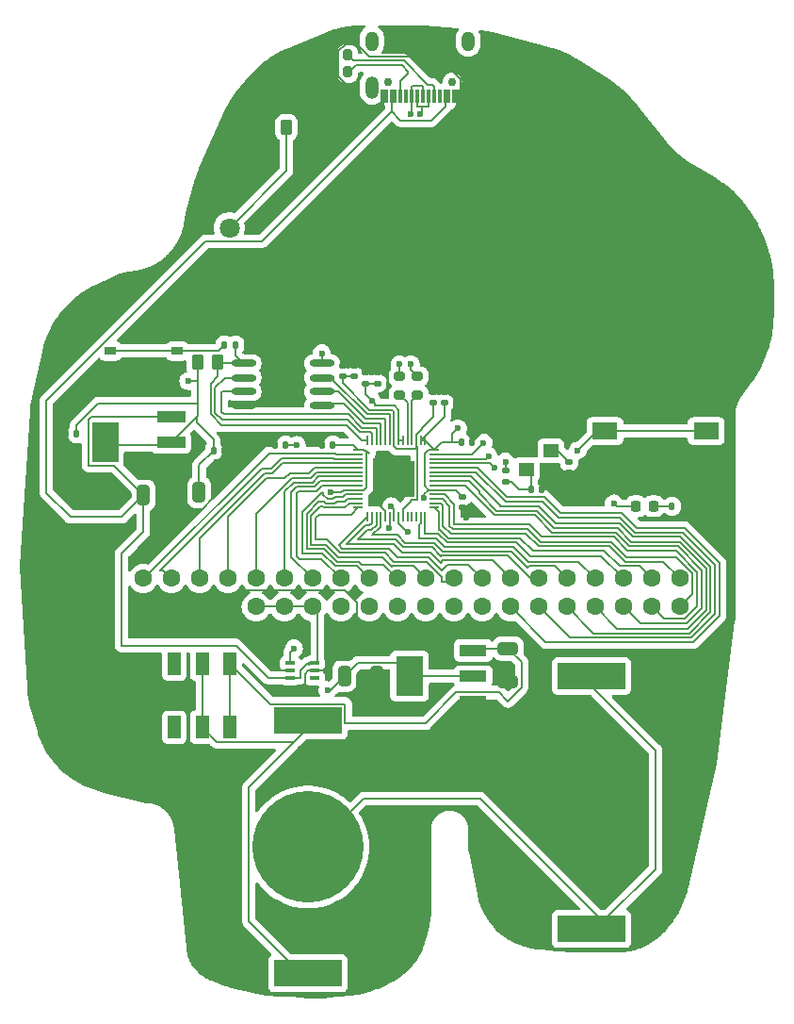
<source format=gbr>
%TF.GenerationSoftware,KiCad,Pcbnew,8.0.4*%
%TF.CreationDate,2024-12-04T20:03:35-06:00*%
%TF.ProjectId,amoguspico,616d6f67-7573-4706-9963-6f2e6b696361,rev?*%
%TF.SameCoordinates,Original*%
%TF.FileFunction,Copper,L1,Top*%
%TF.FilePolarity,Positive*%
%FSLAX46Y46*%
G04 Gerber Fmt 4.6, Leading zero omitted, Abs format (unit mm)*
G04 Created by KiCad (PCBNEW 8.0.4) date 2024-12-04 20:03:35*
%MOMM*%
%LPD*%
G01*
G04 APERTURE LIST*
G04 Aperture macros list*
%AMRoundRect*
0 Rectangle with rounded corners*
0 $1 Rounding radius*
0 $2 $3 $4 $5 $6 $7 $8 $9 X,Y pos of 4 corners*
0 Add a 4 corners polygon primitive as box body*
4,1,4,$2,$3,$4,$5,$6,$7,$8,$9,$2,$3,0*
0 Add four circle primitives for the rounded corners*
1,1,$1+$1,$2,$3*
1,1,$1+$1,$4,$5*
1,1,$1+$1,$6,$7*
1,1,$1+$1,$8,$9*
0 Add four rect primitives between the rounded corners*
20,1,$1+$1,$2,$3,$4,$5,0*
20,1,$1+$1,$4,$5,$6,$7,0*
20,1,$1+$1,$6,$7,$8,$9,0*
20,1,$1+$1,$8,$9,$2,$3,0*%
G04 Aperture macros list end*
%TA.AperFunction,SMDPad,CuDef*%
%ADD10R,6.100000X2.400000*%
%TD*%
%TA.AperFunction,SMDPad,CuDef*%
%ADD11C,10.000000*%
%TD*%
%TA.AperFunction,SMDPad,CuDef*%
%ADD12RoundRect,0.250000X-0.262500X-0.450000X0.262500X-0.450000X0.262500X0.450000X-0.262500X0.450000X0*%
%TD*%
%TA.AperFunction,SMDPad,CuDef*%
%ADD13RoundRect,0.140000X0.170000X-0.140000X0.170000X0.140000X-0.170000X0.140000X-0.170000X-0.140000X0*%
%TD*%
%TA.AperFunction,SMDPad,CuDef*%
%ADD14RoundRect,0.200000X0.200000X0.275000X-0.200000X0.275000X-0.200000X-0.275000X0.200000X-0.275000X0*%
%TD*%
%TA.AperFunction,SMDPad,CuDef*%
%ADD15RoundRect,0.135000X-0.135000X-0.185000X0.135000X-0.185000X0.135000X0.185000X-0.135000X0.185000X0*%
%TD*%
%TA.AperFunction,SMDPad,CuDef*%
%ADD16RoundRect,0.250000X-0.650000X0.325000X-0.650000X-0.325000X0.650000X-0.325000X0.650000X0.325000X0*%
%TD*%
%TA.AperFunction,SMDPad,CuDef*%
%ADD17RoundRect,0.218750X0.218750X0.256250X-0.218750X0.256250X-0.218750X-0.256250X0.218750X-0.256250X0*%
%TD*%
%TA.AperFunction,SMDPad,CuDef*%
%ADD18R,2.460000X1.050000*%
%TD*%
%TA.AperFunction,SMDPad,CuDef*%
%ADD19R,2.460000X3.540000*%
%TD*%
%TA.AperFunction,SMDPad,CuDef*%
%ADD20RoundRect,0.200000X-0.200000X-0.275000X0.200000X-0.275000X0.200000X0.275000X-0.200000X0.275000X0*%
%TD*%
%TA.AperFunction,SMDPad,CuDef*%
%ADD21RoundRect,0.140000X0.140000X0.170000X-0.140000X0.170000X-0.140000X-0.170000X0.140000X-0.170000X0*%
%TD*%
%TA.AperFunction,SMDPad,CuDef*%
%ADD22R,2.500000X1.100000*%
%TD*%
%TA.AperFunction,SMDPad,CuDef*%
%ADD23R,2.340000X3.600000*%
%TD*%
%TA.AperFunction,SMDPad,CuDef*%
%ADD24RoundRect,0.200000X-0.275000X0.200000X-0.275000X-0.200000X0.275000X-0.200000X0.275000X0.200000X0*%
%TD*%
%TA.AperFunction,SMDPad,CuDef*%
%ADD25RoundRect,0.250000X-0.325000X-0.650000X0.325000X-0.650000X0.325000X0.650000X-0.325000X0.650000X0*%
%TD*%
%TA.AperFunction,SMDPad,CuDef*%
%ADD26RoundRect,0.250000X0.325000X0.650000X-0.325000X0.650000X-0.325000X-0.650000X0.325000X-0.650000X0*%
%TD*%
%TA.AperFunction,SMDPad,CuDef*%
%ADD27RoundRect,0.135000X0.185000X-0.135000X0.185000X0.135000X-0.185000X0.135000X-0.185000X-0.135000X0*%
%TD*%
%TA.AperFunction,SMDPad,CuDef*%
%ADD28RoundRect,0.140000X-0.170000X0.140000X-0.170000X-0.140000X0.170000X-0.140000X0.170000X0.140000X0*%
%TD*%
%TA.AperFunction,SMDPad,CuDef*%
%ADD29RoundRect,0.140000X-0.140000X-0.170000X0.140000X-0.170000X0.140000X0.170000X-0.140000X0.170000X0*%
%TD*%
%TA.AperFunction,ComponentPad*%
%ADD30C,1.800000*%
%TD*%
%TA.AperFunction,ComponentPad*%
%ADD31R,1.600000X1.600000*%
%TD*%
%TA.AperFunction,ComponentPad*%
%ADD32C,1.600000*%
%TD*%
%TA.AperFunction,SMDPad,CuDef*%
%ADD33R,1.200000X2.000000*%
%TD*%
%TA.AperFunction,SMDPad,CuDef*%
%ADD34R,1.400000X1.200000*%
%TD*%
%TA.AperFunction,SMDPad,CuDef*%
%ADD35R,1.000000X0.750000*%
%TD*%
%TA.AperFunction,SMDPad,CuDef*%
%ADD36R,2.300000X1.500000*%
%TD*%
%TA.AperFunction,ComponentPad*%
%ADD37C,0.750000*%
%TD*%
%TA.AperFunction,ComponentPad*%
%ADD38O,1.200000X2.000000*%
%TD*%
%TA.AperFunction,ComponentPad*%
%ADD39O,1.200000X1.800000*%
%TD*%
%TA.AperFunction,SMDPad,CuDef*%
%ADD40R,0.300000X1.300000*%
%TD*%
%TA.AperFunction,SMDPad,CuDef*%
%ADD41O,2.250000X0.630000*%
%TD*%
%TA.AperFunction,SMDPad,CuDef*%
%ADD42R,0.850000X0.350000*%
%TD*%
%TA.AperFunction,SMDPad,CuDef*%
%ADD43RoundRect,0.050000X-0.387500X-0.050000X0.387500X-0.050000X0.387500X0.050000X-0.387500X0.050000X0*%
%TD*%
%TA.AperFunction,SMDPad,CuDef*%
%ADD44RoundRect,0.050000X-0.050000X-0.387500X0.050000X-0.387500X0.050000X0.387500X-0.050000X0.387500X0*%
%TD*%
%TA.AperFunction,HeatsinkPad*%
%ADD45R,3.200000X3.200000*%
%TD*%
%TA.AperFunction,ViaPad*%
%ADD46C,0.600000*%
%TD*%
%TA.AperFunction,ViaPad*%
%ADD47C,0.800000*%
%TD*%
%TA.AperFunction,Conductor*%
%ADD48C,0.200000*%
%TD*%
%TA.AperFunction,Conductor*%
%ADD49C,0.700000*%
%TD*%
G04 APERTURE END LIST*
D10*
%TO.P,BT1,1,1*%
%TO.N,Net-(BT1-Pad1)*%
X142000000Y-118750000D03*
X142000000Y-141450000D03*
D11*
%TO.P,BT1,2,2*%
%TO.N,Net-(BT1-Pad2)*%
X142000000Y-130100000D03*
%TD*%
D12*
%TO.P,R5,1*%
%TO.N,+3V3*%
X132087500Y-86580000D03*
%TO.P,R5,2*%
%TO.N,QSPI_SS*%
X133912500Y-86580000D03*
%TD*%
D13*
%TO.P,C7,1*%
%TO.N,+1V1*%
X153250000Y-90230000D03*
%TO.P,C7,2*%
%TO.N,GND*%
X153250000Y-89270000D03*
%TD*%
D14*
%TO.P,R3,1*%
%TO.N,Net-(USBC1-CC1)*%
X145575000Y-58990000D03*
%TO.P,R3,2*%
%TO.N,GND*%
X143925000Y-58990000D03*
%TD*%
D15*
%TO.P,R6,1*%
%TO.N,Net-(D1-K)*%
X174730000Y-99500000D03*
%TO.P,R6,2*%
%TO.N,GND*%
X175750000Y-99500000D03*
%TD*%
D16*
%TO.P,C2,1*%
%TO.N,Net-(U8-VIN)*%
X160000000Y-112275000D03*
%TO.P,C2,2*%
%TO.N,GND*%
X160000000Y-115225000D03*
%TD*%
D17*
%TO.P,D1,1,K*%
%TO.N,Net-(D1-K)*%
X173075000Y-99500000D03*
%TO.P,D1,2,A*%
%TO.N,+3V3*%
X171500000Y-99500000D03*
%TD*%
D13*
%TO.P,C16,1*%
%TO.N,+3V3*%
X154250000Y-90230000D03*
%TO.P,C16,2*%
%TO.N,GND*%
X154250000Y-89270000D03*
%TD*%
D18*
%TO.P,U8,1,GND*%
%TO.N,GND*%
X156860000Y-117050000D03*
%TO.P,U8,2,VOUT*%
%TO.N,Net-(U4-VIN)*%
X156860000Y-114750000D03*
%TO.P,U8,3,VIN*%
%TO.N,Net-(U8-VIN)*%
X156860000Y-112450000D03*
D19*
%TO.P,U8,4,VOUT*%
%TO.N,Net-(U4-VIN)*%
X151140000Y-114750000D03*
%TD*%
D20*
%TO.P,R9,1*%
%TO.N,GND*%
X143925000Y-60500000D03*
%TO.P,R9,2*%
%TO.N,Net-(USBC1-CC2)*%
X145575000Y-60500000D03*
%TD*%
D21*
%TO.P,C13,1*%
%TO.N,+3V3*%
X144230000Y-94000000D03*
%TO.P,C13,2*%
%TO.N,GND*%
X143270000Y-94000000D03*
%TD*%
D12*
%TO.P,R8,1*%
%TO.N,GP5*%
X140087500Y-65500000D03*
%TO.P,R8,2*%
%TO.N,GND*%
X141912500Y-65500000D03*
%TD*%
D22*
%TO.P,U9,1,GND*%
%TO.N,GND*%
X129720000Y-96050000D03*
%TO.P,U9,2,VOUT*%
%TO.N,+3V3*%
X129720000Y-93750000D03*
%TO.P,U9,3,VIN*%
%TO.N,VBUS*%
X129720000Y-91450000D03*
D23*
%TO.P,U9,4,VOUT*%
%TO.N,+3V3*%
X123780000Y-93750000D03*
%TD*%
D13*
%TO.P,C8,1*%
%TO.N,+1V1*%
X146147187Y-87825253D03*
%TO.P,C8,2*%
%TO.N,GND*%
X146147187Y-86865253D03*
%TD*%
D24*
%TO.P,R1,1*%
%TO.N,D+*%
X150250000Y-87850000D03*
%TO.P,R1,2*%
%TO.N,Net-(U5-USB_DP)*%
X150250000Y-89500000D03*
%TD*%
%TO.P,R2,1*%
%TO.N,D-*%
X151841865Y-87839870D03*
%TO.P,R2,2*%
%TO.N,Net-(U5-USB_DM)*%
X151841865Y-89489870D03*
%TD*%
D25*
%TO.P,C5,1*%
%TO.N,Net-(U4-VIN)*%
X145275000Y-114750000D03*
%TO.P,C5,2*%
%TO.N,GND*%
X148225000Y-114750000D03*
%TD*%
D26*
%TO.P,C1,1*%
%TO.N,VBUS*%
X127225000Y-98500000D03*
%TO.P,C1,2*%
%TO.N,GND*%
X124275000Y-98500000D03*
%TD*%
D13*
%TO.P,C11,2*%
%TO.N,GND*%
X147194541Y-87501664D03*
%TO.P,C11,1*%
%TO.N,+3V3*%
X147194541Y-88461664D03*
%TD*%
D21*
%TO.P,C15,1*%
%TO.N,+3V3*%
X140000000Y-94000000D03*
%TO.P,C15,2*%
%TO.N,GND*%
X139040000Y-94000000D03*
%TD*%
D27*
%TO.P,R4,1*%
%TO.N,Net-(C17-Pad1)*%
X159802222Y-97300698D03*
%TO.P,R4,2*%
%TO.N,Net-(U5-XOUT)*%
X159802222Y-96280698D03*
%TD*%
D28*
%TO.P,C18,1*%
%TO.N,Net-(U5-XIN)*%
X165500000Y-95520000D03*
%TO.P,C18,2*%
%TO.N,GND*%
X165500000Y-96480000D03*
%TD*%
D29*
%TO.P,C9,1*%
%TO.N,+3V3*%
X155770000Y-93750000D03*
%TO.P,C9,2*%
%TO.N,GND*%
X156730000Y-93750000D03*
%TD*%
D13*
%TO.P,C6,1*%
%TO.N,+1V1*%
X145134360Y-87843551D03*
%TO.P,C6,2*%
%TO.N,GND*%
X145134360Y-86883551D03*
%TD*%
D30*
%TO.P,BUZZER1,1,1*%
%TO.N,GP5*%
X134940000Y-74500000D03*
%TO.P,BUZZER1,2,2*%
%TO.N,GND*%
X142560000Y-74500000D03*
%TD*%
D15*
%TO.P,R7,1*%
%TO.N,Net-(SW2-C)*%
X134480000Y-85000000D03*
%TO.P,R7,2*%
%TO.N,QSPI_SS*%
X135500000Y-85000000D03*
%TD*%
D28*
%TO.P,C10,2*%
%TO.N,GND*%
X155920582Y-99598615D03*
%TO.P,C10,1*%
%TO.N,+3V3*%
X155920582Y-98638615D03*
%TD*%
D21*
%TO.P,C14,1*%
%TO.N,+3V3*%
X121210000Y-93000000D03*
%TO.P,C14,2*%
%TO.N,GND*%
X120250000Y-93000000D03*
%TD*%
D13*
%TO.P,C12,2*%
%TO.N,GND*%
X148250000Y-87500000D03*
%TO.P,C12,1*%
%TO.N,+3V3*%
X148250000Y-88460000D03*
%TD*%
D31*
%TO.P,U7,1,1*%
%TO.N,GND*%
X127180000Y-108520000D03*
D32*
%TO.P,U7,2,2*%
%TO.N,GP0*%
X127180000Y-105980000D03*
%TO.P,U7,3,3*%
%TO.N,GND*%
X129720000Y-108520000D03*
%TO.P,U7,4,4*%
%TO.N,GP1*%
X129720000Y-105980000D03*
%TO.P,U7,5,5*%
%TO.N,GND*%
X132260000Y-108520000D03*
%TO.P,U7,6,6*%
%TO.N,GP2*%
X132260000Y-105980000D03*
%TO.P,U7,7,7*%
%TO.N,GND*%
X134800000Y-108520000D03*
%TO.P,U7,8,8*%
%TO.N,GP3*%
X134800000Y-105980000D03*
%TO.P,U7,9,9*%
%TO.N,VBUS*%
X137340000Y-108520000D03*
%TO.P,U7,10,10*%
%TO.N,GP4*%
X137340000Y-105980000D03*
%TO.P,U7,11,11*%
%TO.N,VBUS*%
X139880000Y-108520000D03*
%TO.P,U7,12,12*%
%TO.N,GP5*%
X139880000Y-105980000D03*
%TO.P,U7,13,13*%
%TO.N,VBUS*%
X142420000Y-108520000D03*
%TO.P,U7,14,14*%
%TO.N,GP6*%
X142420000Y-105980000D03*
%TO.P,U7,15,15*%
%TO.N,+3V3*%
X144960000Y-108520000D03*
%TO.P,U7,16,16*%
%TO.N,GP7*%
X144960000Y-105980000D03*
%TO.P,U7,17,17*%
%TO.N,+3V3*%
X147500000Y-108520000D03*
%TO.P,U7,18,18*%
%TO.N,GP8*%
X147500000Y-105980000D03*
%TO.P,U7,19,19*%
%TO.N,+3V3*%
X150040000Y-108520000D03*
%TO.P,U7,20,20*%
%TO.N,GP9*%
X150040000Y-105980000D03*
%TO.P,U7,21,21*%
%TO.N,GP29*%
X152580000Y-108520000D03*
%TO.P,U7,22,22*%
%TO.N,GP10*%
X152580000Y-105980000D03*
%TO.P,U7,23,23*%
%TO.N,GP28*%
X155120000Y-108520000D03*
%TO.P,U7,24,24*%
%TO.N,GP11*%
X155120000Y-105980000D03*
%TO.P,U7,25,25*%
%TO.N,GP27*%
X157660000Y-108520000D03*
%TO.P,U7,26,26*%
%TO.N,GP12*%
X157660000Y-105980000D03*
%TO.P,U7,27,27*%
%TO.N,GP26*%
X160200000Y-108520000D03*
%TO.P,U7,28,28*%
%TO.N,GP13*%
X160200000Y-105980000D03*
%TO.P,U7,29,29*%
%TO.N,GP25*%
X162740000Y-108520000D03*
%TO.P,U7,30,30*%
%TO.N,GP14*%
X162740000Y-105980000D03*
%TO.P,U7,31,31*%
%TO.N,GP24*%
X165280000Y-108520000D03*
%TO.P,U7,32,32*%
%TO.N,GP15*%
X165280000Y-105980000D03*
%TO.P,U7,33,33*%
%TO.N,GP23*%
X167820000Y-108520000D03*
%TO.P,U7,34,34*%
%TO.N,GP16*%
X167820000Y-105980000D03*
%TO.P,U7,35,35*%
%TO.N,GP22*%
X170360000Y-108520000D03*
%TO.P,U7,36,36*%
%TO.N,GP17*%
X170360000Y-105980000D03*
%TO.P,U7,37,37*%
%TO.N,GP21*%
X172900000Y-108520000D03*
%TO.P,U7,38,38*%
%TO.N,GP18*%
X172900000Y-105980000D03*
%TO.P,U7,39,39*%
%TO.N,GP20*%
X175440000Y-108520000D03*
%TO.P,U7,40,40*%
%TO.N,GP19*%
X175440000Y-105980000D03*
%TD*%
D33*
%TO.P,SW1,1,1*%
%TO.N,unconnected-(SW1-Pad1)*%
X130000000Y-113650000D03*
%TO.P,SW1,2,2*%
%TO.N,Net-(BT1-Pad1)*%
X132500000Y-113650000D03*
%TO.P,SW1,3,3*%
%TO.N,Net-(U8-VIN)*%
X135000000Y-113650000D03*
%TO.P,SW1,4,4*%
%TO.N,unconnected-(SW1-Pad4)*%
X130000000Y-119350000D03*
%TO.P,SW1,5,5*%
%TO.N,Net-(BT1-Pad1)*%
X132500000Y-119350000D03*
%TO.P,SW1,6,6*%
%TO.N,Net-(U8-VIN)*%
X135000000Y-119350000D03*
%TD*%
D10*
%TO.P,BT2,1,1*%
%TO.N,Net-(BT1-Pad2)*%
X167500000Y-137450000D03*
X167500000Y-114750000D03*
D11*
%TO.P,BT2,2,2*%
%TO.N,GND*%
X167500000Y-126100000D03*
%TD*%
D29*
%TO.P,C3,1*%
%TO.N,+3V3*%
X133520000Y-94500000D03*
%TO.P,C3,2*%
%TO.N,GND*%
X134480000Y-94500000D03*
%TD*%
D34*
%TO.P,U6,4,GND*%
%TO.N,GND*%
X161650000Y-94500000D03*
%TO.P,U6,3,3*%
%TO.N,Net-(U5-XIN)*%
X163850000Y-94500000D03*
%TO.P,U6,2,GND*%
%TO.N,GND*%
X163850000Y-96200000D03*
%TO.P,U6,1,1*%
%TO.N,Net-(C17-Pad1)*%
X161650000Y-96200000D03*
%TD*%
D35*
%TO.P,SW2,1,A*%
%TO.N,GND*%
X130250000Y-89250000D03*
%TO.P,SW2,2,B*%
X124250000Y-89250000D03*
%TO.P,SW2,3,C*%
%TO.N,Net-(SW2-C)*%
X130250000Y-85550000D03*
%TO.P,SW2,4,D*%
X124250000Y-85550000D03*
%TD*%
D36*
%TO.P,SW3,1,1*%
%TO.N,GP16*%
X168700000Y-92750000D03*
%TO.P,SW3,2,2*%
X177800000Y-92750000D03*
%TO.P,SW3,3,3*%
%TO.N,GND*%
X168700000Y-97250000D03*
%TO.P,SW3,4,4*%
X177800000Y-97250000D03*
%TD*%
D37*
%TO.P,USBC1,*%
%TO.N,*%
X154980000Y-61430000D03*
X149180000Y-61430000D03*
D38*
%TO.P,USBC1,0,SH*%
%TO.N,GND*%
X156410000Y-61930000D03*
%TO.P,USBC1,1*%
%TO.N,N/C*%
X147750000Y-61930000D03*
D39*
%TO.P,USBC1,2*%
X147750000Y-57750000D03*
%TO.P,USBC1,3*%
X156410000Y-57750000D03*
D40*
%TO.P,USBC1,A1,GND*%
%TO.N,GND*%
X155430000Y-62690000D03*
%TO.P,USBC1,A4,VBUS*%
%TO.N,VBUS*%
X154630000Y-62690000D03*
%TO.P,USBC1,A5,CC1*%
%TO.N,Net-(USBC1-CC1)*%
X153330000Y-62690000D03*
%TO.P,USBC1,A6,DP1*%
%TO.N,D+*%
X152330000Y-62690000D03*
%TO.P,USBC1,A7,DN1*%
%TO.N,D-*%
X151830000Y-62690000D03*
%TO.P,USBC1,A8,SBU1*%
%TO.N,unconnected-(USBC1-SBU1-PadA8)*%
X150830000Y-62690000D03*
%TO.P,USBC1,A9,VBUS*%
%TO.N,VBUS*%
X149530000Y-62690000D03*
%TO.P,USBC1,A12,GND*%
%TO.N,GND*%
X148730000Y-62690000D03*
%TO.P,USBC1,B1,GND*%
X149030000Y-62690000D03*
%TO.P,USBC1,B4,VBUS*%
%TO.N,VBUS*%
X149830000Y-62690000D03*
%TO.P,USBC1,B5,CC2*%
%TO.N,Net-(USBC1-CC2)*%
X150330000Y-62690000D03*
%TO.P,USBC1,B6,DP2*%
%TO.N,D+*%
X151330000Y-62690000D03*
%TO.P,USBC1,B7,DN2*%
%TO.N,D-*%
X152830000Y-62690000D03*
%TO.P,USBC1,B8,SBU2*%
%TO.N,unconnected-(USBC1-SBU2-PadB8)*%
X153830000Y-62690000D03*
%TO.P,USBC1,B9,VBUS*%
%TO.N,VBUS*%
X154330000Y-62690000D03*
%TO.P,USBC1,B12,GND*%
%TO.N,GND*%
X155130000Y-62690000D03*
%TD*%
D41*
%TO.P,U1,1,~{CS}*%
%TO.N,QSPI_SS*%
X136220000Y-86670000D03*
%TO.P,U1,2,DO\uFF08IO1\uFF09*%
%TO.N,QSPI_SD1*%
X136220000Y-87950000D03*
%TO.P,U1,3,IO2*%
%TO.N,QSPI_SD2*%
X136220000Y-89210000D03*
%TO.P,U1,4,GND*%
%TO.N,GND*%
X136220000Y-90480000D03*
%TO.P,U1,5,DI\uFF08IO0\uFF09*%
%TO.N,QSPI_SD0*%
X143280000Y-90480000D03*
%TO.P,U1,6,CLK*%
%TO.N,QSPI_SCLK*%
X143280000Y-89210000D03*
%TO.P,U1,7,IO3*%
%TO.N,QSPI_SD3*%
X143280000Y-87950000D03*
%TO.P,U1,8,VCC*%
%TO.N,+3V3*%
X143280000Y-86670000D03*
%TD*%
D29*
%TO.P,C17,1*%
%TO.N,Net-(C17-Pad1)*%
X162040000Y-98000000D03*
%TO.P,C17,2*%
%TO.N,GND*%
X163000000Y-98000000D03*
%TD*%
D42*
%TO.P,U4,1,VIN*%
%TO.N,Net-(U4-VIN)*%
X140400000Y-113600000D03*
%TO.P,U4,2,GND*%
%TO.N,GND*%
X140400000Y-114250000D03*
%TO.P,U4,3,~{CE}*%
%TO.N,VBUS*%
X140400000Y-114900000D03*
%TO.P,U4,4,NC*%
%TO.N,unconnected-(U4-NC-Pad4)*%
X142600000Y-114900000D03*
%TO.P,U4,5,ST*%
%TO.N,GND*%
X142600000Y-114250000D03*
%TO.P,U4,6,VOUT*%
%TO.N,VBUS*%
X142600000Y-113600000D03*
%TD*%
D26*
%TO.P,C4,1*%
%TO.N,+3V3*%
X132225000Y-98250000D03*
%TO.P,C4,2*%
%TO.N,GND*%
X129275000Y-98250000D03*
%TD*%
D43*
%TO.P,U5,1,IOVDD*%
%TO.N,+3V3*%
X146512500Y-94430000D03*
%TO.P,U5,2,GPIO0*%
%TO.N,GP0*%
X146512500Y-94830000D03*
%TO.P,U5,3,GPIO1*%
%TO.N,GP1*%
X146512500Y-95230000D03*
%TO.P,U5,4,GPIO2*%
%TO.N,GP2*%
X146512500Y-95630000D03*
%TO.P,U5,5,GPIO3*%
%TO.N,GP3*%
X146512500Y-96030000D03*
%TO.P,U5,6,GPIO4*%
%TO.N,GP4*%
X146512500Y-96430000D03*
%TO.P,U5,7,GPIO5*%
%TO.N,GP5*%
X146512500Y-96830000D03*
%TO.P,U5,8,GPIO6*%
%TO.N,GP6*%
X146512500Y-97230000D03*
%TO.P,U5,9,GPIO7*%
%TO.N,GP7*%
X146512500Y-97630000D03*
%TO.P,U5,10,IOVDD*%
%TO.N,+3V3*%
X146512500Y-98030000D03*
%TO.P,U5,11,GPIO8*%
%TO.N,GP8*%
X146512500Y-98430000D03*
%TO.P,U5,12,GPIO9*%
%TO.N,GP9*%
X146512500Y-98830000D03*
%TO.P,U5,13,GPIO10*%
%TO.N,GP10*%
X146512500Y-99230000D03*
%TO.P,U5,14,GPIO11*%
%TO.N,GP11*%
X146512500Y-99630000D03*
D44*
%TO.P,U5,15,GPIO12*%
%TO.N,GP12*%
X147350000Y-100467500D03*
%TO.P,U5,16,GPIO13*%
%TO.N,GP13*%
X147750000Y-100467500D03*
%TO.P,U5,17,GPIO14*%
%TO.N,GP14*%
X148150000Y-100467500D03*
%TO.P,U5,18,GPIO15*%
%TO.N,GP15*%
X148550000Y-100467500D03*
%TO.P,U5,19,TESTEN*%
%TO.N,GND*%
X148950000Y-100467500D03*
%TO.P,U5,20,XIN*%
%TO.N,Net-(U5-XIN)*%
X149350000Y-100467500D03*
%TO.P,U5,21,XOUT*%
%TO.N,Net-(U5-XOUT)*%
X149750000Y-100467500D03*
%TO.P,U5,22,IOVDD*%
%TO.N,+3V3*%
X150150000Y-100467500D03*
%TO.P,U5,23,DVDD*%
%TO.N,+1V1*%
X150550000Y-100467500D03*
%TO.P,U5,24,SWCLK*%
%TO.N,unconnected-(U5-SWCLK-Pad24)*%
X150950000Y-100467500D03*
%TO.P,U5,25,SWD*%
%TO.N,unconnected-(U5-SWD-Pad25)*%
X151350000Y-100467500D03*
%TO.P,U5,26,RUN*%
%TO.N,unconnected-(U5-RUN-Pad26)*%
X151750000Y-100467500D03*
%TO.P,U5,27,GPIO16*%
%TO.N,GP16*%
X152150000Y-100467500D03*
%TO.P,U5,28,GPIO17*%
%TO.N,GP17*%
X152550000Y-100467500D03*
D43*
%TO.P,U5,29,GPIO18*%
%TO.N,GP18*%
X153387500Y-99630000D03*
%TO.P,U5,30,GPIO19*%
%TO.N,GP19*%
X153387500Y-99230000D03*
%TO.P,U5,31,GPIO20*%
%TO.N,GP20*%
X153387500Y-98830000D03*
%TO.P,U5,32,GPIO21*%
%TO.N,GP21*%
X153387500Y-98430000D03*
%TO.P,U5,33,IOVDD*%
%TO.N,+3V3*%
X153387500Y-98030000D03*
%TO.P,U5,34,GPIO22*%
%TO.N,GP22*%
X153387500Y-97630000D03*
%TO.P,U5,35,GPIO23*%
%TO.N,GP23*%
X153387500Y-97230000D03*
%TO.P,U5,36,GPIO24*%
%TO.N,GP24*%
X153387500Y-96830000D03*
%TO.P,U5,37,GPIO25*%
%TO.N,GP25*%
X153387500Y-96430000D03*
%TO.P,U5,38,GPIO26_ADC0*%
%TO.N,GP26*%
X153387500Y-96030000D03*
%TO.P,U5,39,GPIO27_ADC1*%
%TO.N,GP27*%
X153387500Y-95630000D03*
%TO.P,U5,40,GPIO28_ADC2*%
%TO.N,GP28*%
X153387500Y-95230000D03*
%TO.P,U5,41,GPIO29_ADC3*%
%TO.N,GP29*%
X153387500Y-94830000D03*
%TO.P,U5,42,IOVDD*%
%TO.N,+3V3*%
X153387500Y-94430000D03*
D44*
%TO.P,U5,43,ADC_AVDD*%
X152550000Y-93592500D03*
%TO.P,U5,44,VREG_IN*%
X152150000Y-93592500D03*
%TO.P,U5,45,VREG_VOUT*%
%TO.N,+1V1*%
X151750000Y-93592500D03*
%TO.P,U5,46,USB_DM*%
%TO.N,Net-(U5-USB_DM)*%
X151350000Y-93592500D03*
%TO.P,U5,47,USB_DP*%
%TO.N,Net-(U5-USB_DP)*%
X150950000Y-93592500D03*
%TO.P,U5,48,USB_VDD*%
%TO.N,+3V3*%
X150550000Y-93592500D03*
%TO.P,U5,49,IOVDD*%
X150150000Y-93592500D03*
%TO.P,U5,50,DVDD*%
%TO.N,+1V1*%
X149750000Y-93592500D03*
%TO.P,U5,51,QSPI_SD3*%
%TO.N,QSPI_SD3*%
X149350000Y-93592500D03*
%TO.P,U5,52,QSPI_SCLK*%
%TO.N,QSPI_SCLK*%
X148950000Y-93592500D03*
%TO.P,U5,53,QSPI_SD0*%
%TO.N,QSPI_SD0*%
X148550000Y-93592500D03*
%TO.P,U5,54,QSPI_SD2*%
%TO.N,QSPI_SD2*%
X148150000Y-93592500D03*
%TO.P,U5,55,QSPI_SD1*%
%TO.N,QSPI_SD1*%
X147750000Y-93592500D03*
%TO.P,U5,56,QSPI_SS*%
%TO.N,QSPI_SS*%
X147350000Y-93592500D03*
D45*
%TO.P,U5,57,GND*%
%TO.N,GND*%
X149950000Y-97030000D03*
%TD*%
D46*
%TO.N,+3V3*%
X147750000Y-90000000D03*
%TO.N,D-*%
X151250000Y-86750000D03*
%TO.N,D+*%
X150250000Y-86750000D03*
%TO.N,GND*%
X159125000Y-94375000D03*
X156250000Y-100500000D03*
X121750000Y-99000000D03*
X138625000Y-113625000D03*
X124000000Y-107250000D03*
X137250000Y-93250000D03*
X149000000Y-94929998D03*
X121250000Y-101750000D03*
D47*
X161500000Y-122750000D03*
D46*
X141750000Y-115750000D03*
X148000000Y-117250000D03*
%TO.N,+3V3*%
X155500000Y-92500000D03*
X143250000Y-85750000D03*
X152450774Y-98747257D03*
X169500000Y-99250000D03*
X144000000Y-98230000D03*
X151000000Y-101750000D03*
X131250000Y-88250000D03*
X141000000Y-94000000D03*
%TO.N,D-*%
X152050003Y-64250000D03*
%TO.N,D+*%
X151250000Y-64250000D03*
%TO.N,GP16*%
X166250000Y-94500000D03*
%TO.N,GP29*%
X157799265Y-93799265D03*
%TO.N,Net-(U5-XIN)*%
X163850000Y-94500000D03*
X149250000Y-101480000D03*
%TO.N,GP28*%
X158250000Y-95000000D03*
%TO.N,GP27*%
X158750000Y-96000000D03*
%TO.N,Net-(U5-XOUT)*%
X159750000Y-95490000D03*
X149500000Y-99500000D03*
%TO.N,Net-(U4-VIN)*%
X140750000Y-112250000D03*
X143750000Y-116000000D03*
%TD*%
D48*
%TO.N,+3V3*%
X150150000Y-93592500D02*
X150150000Y-90834314D01*
X148000000Y-90250000D02*
X147194541Y-89444541D01*
X150150000Y-90834314D02*
X149765686Y-90450000D01*
X148000000Y-90450000D02*
X148000000Y-90250000D01*
X149765686Y-90450000D02*
X148000000Y-90450000D01*
X147194541Y-89444541D02*
X147194541Y-88461664D01*
%TO.N,GND*%
X137250000Y-93250000D02*
X138250000Y-93250000D01*
X133750000Y-98500000D02*
X133750000Y-98000000D01*
X132250000Y-100000000D02*
X133750000Y-98500000D01*
X129275000Y-98250000D02*
X131025000Y-100000000D01*
X131025000Y-100000000D02*
X132250000Y-100000000D01*
%TO.N,D+*%
X150250000Y-86750000D02*
X150250000Y-87850000D01*
%TO.N,D-*%
X151250000Y-87248005D02*
X151841865Y-87839870D01*
X151250000Y-86750000D02*
X151250000Y-87248005D01*
%TO.N,Net-(U5-USB_DM)*%
X151841865Y-89489870D02*
X151350000Y-89981735D01*
X151350000Y-89981735D02*
X151350000Y-93592500D01*
%TO.N,Net-(U5-USB_DP)*%
X150250000Y-89500000D02*
X150950000Y-90200000D01*
X150950000Y-90200000D02*
X150950000Y-93592500D01*
%TO.N,+3V3*%
X150150000Y-92450000D02*
X150150000Y-93592500D01*
X147194541Y-88461664D02*
X148248336Y-88461664D01*
X148248336Y-88461664D02*
X148250000Y-88460000D01*
%TO.N,+1V1*%
X146147187Y-87825253D02*
X145152658Y-87825253D01*
%TO.N,+3V3*%
X132225000Y-98250000D02*
X132225000Y-95795000D01*
X132225000Y-95795000D02*
X133520000Y-94500000D01*
%TO.N,GND*%
X129720000Y-96050000D02*
X129720000Y-97805000D01*
%TO.N,GP0*%
X146512500Y-94830000D02*
X144580001Y-94830000D01*
X144580001Y-94830000D02*
X144500001Y-94750000D01*
X144500001Y-94750000D02*
X138500000Y-94750000D01*
X138500000Y-94750000D02*
X127270000Y-105980000D01*
%TO.N,GP1*%
X128750000Y-105250000D02*
X128990000Y-105250000D01*
X128990000Y-105250000D02*
X129720000Y-105980000D01*
X144414315Y-95230000D02*
X144334315Y-95150000D01*
X144334315Y-95150000D02*
X139665686Y-95150000D01*
X138665686Y-96150000D02*
X137850000Y-96150000D01*
X146512500Y-95230000D02*
X144414315Y-95230000D01*
X139665686Y-95150000D02*
X138665686Y-96150000D01*
X137850000Y-96150000D02*
X128750000Y-105250000D01*
%TO.N,+1V1*%
X149750000Y-93592500D02*
X149750000Y-91000000D01*
X145134360Y-88434360D02*
X145134360Y-87843551D01*
X149750000Y-91000000D02*
X149600000Y-90850000D01*
X147550000Y-90850000D02*
X145134360Y-88434360D01*
X149600000Y-90850000D02*
X147550000Y-90850000D01*
%TO.N,GND*%
X159125000Y-94375000D02*
X160125000Y-94375000D01*
X160125000Y-94375000D02*
X160250000Y-94500000D01*
X160250000Y-94500000D02*
X161650000Y-94500000D01*
%TO.N,GP29*%
X156768530Y-94830000D02*
X153387500Y-94830000D01*
X157799265Y-93799265D02*
X156768530Y-94830000D01*
%TO.N,GND*%
X155920582Y-100170582D02*
X156250000Y-100500000D01*
X155920582Y-99598615D02*
X155920582Y-100170582D01*
%TO.N,+3V3*%
X153387500Y-98030000D02*
X155311967Y-98030000D01*
X155311967Y-98030000D02*
X155920582Y-98638615D01*
%TO.N,GP22*%
X153387500Y-97630000D02*
X156130000Y-97630000D01*
X156130000Y-97630000D02*
X158800000Y-100300000D01*
X177400000Y-105252994D02*
X177400000Y-108681321D01*
X158800000Y-100300000D02*
X162418628Y-100300000D01*
X175247006Y-103100000D02*
X177400000Y-105252994D01*
X162418628Y-100300000D02*
X163968628Y-101850000D01*
X163968628Y-101850000D02*
X169665686Y-101850000D01*
X176061321Y-110020000D02*
X171860000Y-110020000D01*
X169665686Y-101850000D02*
X170915686Y-103100000D01*
X170915686Y-103100000D02*
X175247006Y-103100000D01*
X177400000Y-108681321D02*
X176061321Y-110020000D01*
X171860000Y-110020000D02*
X170360000Y-108520000D01*
%TO.N,GP23*%
X153387500Y-97230000D02*
X156461820Y-97230000D01*
X164134314Y-101450000D02*
X169831372Y-101450000D01*
X169831372Y-101450000D02*
X171081372Y-102700000D01*
X156461820Y-97230000D02*
X157407843Y-98176023D01*
X158965686Y-99900000D02*
X162584314Y-99900000D01*
X177800000Y-105087308D02*
X177800000Y-108847007D01*
X157407843Y-98176023D02*
X157407843Y-98342157D01*
X157407843Y-98342157D02*
X158965686Y-99900000D01*
X177800000Y-108847007D02*
X176147007Y-110500000D01*
X162584314Y-99900000D02*
X164134314Y-101450000D01*
X175412692Y-102700000D02*
X177800000Y-105087308D01*
X171081372Y-102700000D02*
X175412692Y-102700000D01*
X176147007Y-110500000D02*
X169800000Y-110500000D01*
X169800000Y-110500000D02*
X167820000Y-108520000D01*
%TO.N,GP21*%
X174000000Y-109620000D02*
X175895635Y-109620000D01*
X170750000Y-103500000D02*
X169500000Y-102250000D01*
X177000000Y-108515635D02*
X177000000Y-105418679D01*
X155181372Y-101150000D02*
X155150000Y-101118628D01*
X172900000Y-108520000D02*
X174000000Y-109620000D01*
X175081321Y-103500000D02*
X170750000Y-103500000D01*
X163031372Y-102250000D02*
X161931372Y-101150000D01*
X169500000Y-102250000D02*
X163031372Y-102250000D01*
X175895635Y-109620000D02*
X177000000Y-108515635D01*
X177000000Y-105418679D02*
X175081321Y-103500000D01*
X161931372Y-101150000D02*
X155181372Y-101150000D01*
X155150000Y-101118628D02*
X155150000Y-99327268D01*
X154252732Y-98430000D02*
X153387500Y-98430000D01*
X154252732Y-98430000D02*
X155150000Y-99327268D01*
%TO.N,GP20*%
X162915686Y-102700000D02*
X169285685Y-102700000D01*
X154750000Y-101284314D02*
X155015686Y-101550000D01*
X153387500Y-98830000D02*
X154087046Y-98830000D01*
X161765686Y-101550000D02*
X162915686Y-102700000D01*
X176540000Y-105524365D02*
X176540000Y-107420000D01*
X154087046Y-98830000D02*
X154750000Y-99492954D01*
X169285685Y-102700000D02*
X170665685Y-104080000D01*
X170665685Y-104080000D02*
X175095635Y-104080000D01*
X175095635Y-104080000D02*
X176540000Y-105524365D01*
X154750000Y-99492954D02*
X154750000Y-101284314D01*
X155015686Y-101550000D02*
X161765686Y-101550000D01*
X176540000Y-107420000D02*
X175440000Y-108520000D01*
%TO.N,Net-(BT1-Pad2)*%
X146999999Y-125750001D02*
X157500001Y-125750001D01*
X173250000Y-121400000D02*
X167250000Y-115400000D01*
X168550000Y-136800000D02*
X173250000Y-132100000D01*
X157500001Y-125750001D02*
X168550000Y-136800000D01*
X173250000Y-132100000D02*
X173250000Y-121400000D01*
X142000000Y-130750000D02*
X146999999Y-125750001D01*
%TO.N,Net-(BT1-Pad1)*%
X136700000Y-136800000D02*
X142000000Y-142100000D01*
X142000000Y-119400000D02*
X136700000Y-124700000D01*
X132500000Y-113650000D02*
X132500000Y-119350000D01*
X142000000Y-119400000D02*
X140750000Y-120650000D01*
X133800000Y-120650000D02*
X132500000Y-119350000D01*
X136700000Y-124700000D02*
X136700000Y-136800000D01*
X140750000Y-120650000D02*
X133800000Y-120650000D01*
%TO.N,GND*%
X148225000Y-111225000D02*
X148225000Y-112250000D01*
X149030000Y-62690000D02*
X148730000Y-62690000D01*
X155705000Y-61129695D02*
X153675305Y-59100000D01*
X144750000Y-60862648D02*
X147887352Y-64000000D01*
X122250000Y-98500000D02*
X121750000Y-99000000D01*
D49*
X161500000Y-122750000D02*
X164150000Y-122750000D01*
D48*
X148730000Y-63520000D02*
X148250000Y-64000000D01*
X122522500Y-106150000D02*
X122522500Y-106450000D01*
X124275000Y-98500000D02*
X122250000Y-98500000D01*
X122522500Y-106150000D02*
X123150000Y-106150000D01*
X134800000Y-108520000D02*
X136240000Y-107080000D01*
X142050000Y-114250000D02*
X142600000Y-114250000D01*
X161230000Y-93100000D02*
X161230000Y-94080000D01*
X148950000Y-100467500D02*
X148950000Y-99933640D01*
X148500000Y-99483640D02*
X148500000Y-99250000D01*
X147887352Y-64000000D02*
X148250000Y-64000000D01*
X147500000Y-59100000D02*
X146400000Y-58000000D01*
X159750000Y-113750000D02*
X153750000Y-113750000D01*
X160000000Y-115225000D02*
X160000000Y-114000000D01*
X141750000Y-115750000D02*
X141750000Y-114550000D01*
X153500000Y-113500000D02*
X153500000Y-112500000D01*
X155130000Y-62690000D02*
X155430000Y-62690000D01*
X164750000Y-98000000D02*
X163000000Y-98000000D01*
X156750000Y-93750000D02*
X157750000Y-92750000D01*
X144750000Y-58627352D02*
X144750000Y-60862648D01*
X124000000Y-107000000D02*
X124000000Y-107250000D01*
X127180000Y-108520000D02*
X134800000Y-108520000D01*
X163850000Y-96200000D02*
X163850000Y-97100000D01*
X155430000Y-64180000D02*
X155750000Y-64500000D01*
X155130000Y-62690000D02*
X155705000Y-62115000D01*
X145377352Y-58000000D02*
X144750000Y-58627352D01*
X148225000Y-117025000D02*
X148000000Y-117250000D01*
X146400000Y-109400000D02*
X148225000Y-111225000D01*
X155430000Y-62690000D02*
X155430000Y-64180000D01*
X136240000Y-107080000D02*
X145330000Y-107080000D01*
X153675305Y-59100000D02*
X147500000Y-59100000D01*
X123150000Y-106150000D02*
X124000000Y-107000000D01*
X145330000Y-107080000D02*
X146400000Y-108150000D01*
X153750000Y-113750000D02*
X153500000Y-113500000D01*
X146400000Y-108150000D02*
X146400000Y-109400000D01*
X149000000Y-95000000D02*
X149000000Y-94929998D01*
X139000000Y-114000000D02*
X138625000Y-113625000D01*
X146400000Y-58000000D02*
X145377352Y-58000000D01*
X140400000Y-114250000D02*
X139500000Y-114250000D01*
X148730000Y-62690000D02*
X148730000Y-63520000D01*
X155705000Y-62115000D02*
X155705000Y-61129695D01*
X160000000Y-114000000D02*
X159750000Y-113750000D01*
X139500000Y-114250000D02*
X139250000Y-114000000D01*
X163850000Y-97100000D02*
X164750000Y-98000000D01*
X130250000Y-89250000D02*
X124250000Y-89250000D01*
X143500000Y-114250000D02*
X143750000Y-114000000D01*
X148950000Y-99933640D02*
X148500000Y-99483640D01*
X141750000Y-114550000D02*
X142050000Y-114250000D01*
X139250000Y-114000000D02*
X139000000Y-114000000D01*
X142600000Y-114250000D02*
X143500000Y-114250000D01*
%TO.N,GP5*%
X142932744Y-96830000D02*
X142412744Y-97350000D01*
X139880000Y-98185686D02*
X139880000Y-105980000D01*
X140087500Y-69352500D02*
X134940000Y-74500000D01*
X142412744Y-97350000D02*
X140715686Y-97350000D01*
X140715686Y-97350000D02*
X139880000Y-98185686D01*
X146512500Y-96830000D02*
X142932744Y-96830000D01*
X140087500Y-65500000D02*
X140087500Y-69352500D01*
%TO.N,VBUS*%
X141975000Y-113600000D02*
X141350000Y-114225000D01*
X137340000Y-108520000D02*
X142420000Y-108520000D01*
X138450000Y-114900000D02*
X135550000Y-112000000D01*
X154330000Y-63590000D02*
X153070000Y-64850000D01*
X122250000Y-95790000D02*
X122250000Y-91710000D01*
X127225000Y-98500000D02*
X125275000Y-100450000D01*
X153070000Y-64850000D02*
X150344314Y-64850000D01*
X142600000Y-113600000D02*
X141975000Y-113600000D01*
X132800000Y-75700000D02*
X137865686Y-75700000D01*
X127225000Y-98500000D02*
X124575000Y-95850000D01*
X142850000Y-113600000D02*
X142850000Y-108950000D01*
X142125000Y-113700000D02*
X142225000Y-113600000D01*
X124575000Y-95850000D02*
X122310000Y-95850000D01*
X127225000Y-101775000D02*
X127225000Y-98500000D01*
X120634597Y-100450000D02*
X118500000Y-98315403D01*
X141350000Y-114900000D02*
X138450000Y-114900000D01*
X118500000Y-98315403D02*
X118500000Y-90000000D01*
X149830000Y-62690000D02*
X149530000Y-62690000D01*
X125250000Y-103750000D02*
X127225000Y-101775000D01*
X122250000Y-91710000D02*
X122510000Y-91450000D01*
X149530000Y-64035686D02*
X149530000Y-62690000D01*
X141350000Y-114225000D02*
X141350000Y-114900000D01*
X135550000Y-112000000D02*
X125250000Y-112000000D01*
X150344314Y-64850000D02*
X149530000Y-64035686D01*
X142225000Y-113600000D02*
X142850000Y-113600000D01*
X118500000Y-90000000D02*
X132800000Y-75700000D01*
X122510000Y-91450000D02*
X129720000Y-91450000D01*
X137865686Y-75700000D02*
X149530000Y-64035686D01*
X154630000Y-62690000D02*
X154330000Y-62690000D01*
X122310000Y-95850000D02*
X122250000Y-95790000D01*
X125275000Y-100450000D02*
X120634597Y-100450000D01*
X154330000Y-62690000D02*
X154330000Y-63590000D01*
X125250000Y-112000000D02*
X125250000Y-103750000D01*
%TO.N,+3V3*%
X155000000Y-93000000D02*
X155500000Y-92500000D01*
X171500000Y-99500000D02*
X169750000Y-99500000D01*
X146512500Y-98030000D02*
X145200000Y-98030000D01*
X132087500Y-88250000D02*
X132087500Y-86580000D01*
X152853640Y-94430000D02*
X152500000Y-94783640D01*
X146082500Y-94000000D02*
X144230000Y-94000000D01*
X133520000Y-93520000D02*
X133520000Y-94500000D01*
X129720000Y-93750000D02*
X131985000Y-91485000D01*
X155770000Y-93750000D02*
X155000000Y-93750000D01*
X152150000Y-93592500D02*
X152550000Y-93592500D01*
X152500000Y-97676360D02*
X152853640Y-98030000D01*
X131985000Y-91485000D02*
X131985000Y-91985000D01*
X132087500Y-88250000D02*
X131250000Y-88250000D01*
X147250000Y-97826360D02*
X147250000Y-94633640D01*
X154067500Y-93750000D02*
X153387500Y-94430000D01*
X155000000Y-93750000D02*
X154067500Y-93750000D01*
X121210000Y-93000000D02*
X121210000Y-92184314D01*
X169750000Y-99500000D02*
X169500000Y-99250000D01*
X143280000Y-86670000D02*
X143280000Y-85780000D01*
X147046360Y-94430000D02*
X146512500Y-94430000D01*
X123530000Y-94000000D02*
X129470000Y-94000000D01*
X152150000Y-93592500D02*
X154250000Y-91492500D01*
X144020000Y-98250000D02*
X144000000Y-98230000D01*
X132087500Y-91382500D02*
X132087500Y-90250000D01*
X147046360Y-98030000D02*
X147250000Y-97826360D01*
X147250000Y-94633640D02*
X147046360Y-94430000D01*
X147383640Y-94633640D02*
X147500000Y-94750000D01*
X152853640Y-98030000D02*
X152450774Y-98432866D01*
X132087500Y-90250000D02*
X132087500Y-88250000D01*
X140000000Y-94000000D02*
X141000000Y-94000000D01*
X153387500Y-94430000D02*
X152853640Y-94430000D01*
X152500000Y-94783640D02*
X152500000Y-97676360D01*
X150150000Y-101001360D02*
X150898640Y-101750000D01*
X147046360Y-98030000D02*
X146512500Y-98030000D01*
X152853640Y-98030000D02*
X153387500Y-98030000D01*
X154250000Y-91492500D02*
X154250000Y-90230000D01*
X121210000Y-92184314D02*
X123144314Y-90250000D01*
X152450774Y-98432866D02*
X152450774Y-98747257D01*
X146512500Y-94430000D02*
X146082500Y-94000000D01*
X144020000Y-98250000D02*
X144980000Y-98250000D01*
X145200000Y-98030000D02*
X144980000Y-98250000D01*
X147250000Y-94633640D02*
X147383640Y-94633640D01*
X150898640Y-101750000D02*
X151000000Y-101750000D01*
X155000000Y-93750000D02*
X155000000Y-93000000D01*
X152550000Y-93592500D02*
X153387500Y-94430000D01*
X123144314Y-90250000D02*
X132087500Y-90250000D01*
X131985000Y-91985000D02*
X133520000Y-93520000D01*
X150150000Y-100467500D02*
X150150000Y-101001360D01*
X150150000Y-93592500D02*
X150550000Y-93592500D01*
X131985000Y-91485000D02*
X132087500Y-91382500D01*
X143280000Y-85780000D02*
X143250000Y-85750000D01*
%TO.N,+1V1*%
X151850000Y-94226360D02*
X151811820Y-94188180D01*
X151750000Y-94126360D02*
X151750000Y-93592500D01*
X153250000Y-91500000D02*
X153250000Y-90230000D01*
X149750000Y-93592500D02*
X149750000Y-94126360D01*
X149750000Y-94126360D02*
X149953640Y-94330000D01*
X151250000Y-98930000D02*
X151850000Y-98930000D01*
X150550000Y-99767954D02*
X151250000Y-99067954D01*
X151811820Y-94188180D02*
X151750000Y-94126360D01*
X151250000Y-99067954D02*
X151250000Y-98930000D01*
X152250000Y-92500000D02*
X153250000Y-91500000D01*
X151670000Y-94330000D02*
X151811820Y-94188180D01*
X151750000Y-93058640D02*
X152250000Y-92558640D01*
X152250000Y-92558640D02*
X152250000Y-92500000D01*
X151750000Y-93592500D02*
X151750000Y-93058640D01*
X151850000Y-98930000D02*
X151850000Y-94226360D01*
X150550000Y-100467500D02*
X150550000Y-99767954D01*
X149953640Y-94330000D02*
X151670000Y-94330000D01*
%TO.N,Net-(C17-Pad1)*%
X161000000Y-98000000D02*
X160300698Y-97300698D01*
X162040000Y-98000000D02*
X162040000Y-96590000D01*
X160300698Y-97300698D02*
X159802222Y-97300698D01*
X162040000Y-98000000D02*
X161000000Y-98000000D01*
%TO.N,Net-(D1-K)*%
X173075000Y-99500000D02*
X174730000Y-99500000D01*
%TO.N,D-*%
X151830000Y-63590000D02*
X151880000Y-63640000D01*
X151880000Y-63640000D02*
X152250000Y-63640000D01*
X152250000Y-63640000D02*
X152250000Y-64050003D01*
X151830000Y-62690000D02*
X151830000Y-63590000D01*
X152830000Y-63590000D02*
X152830000Y-62690000D01*
X152250000Y-63640000D02*
X152780000Y-63640000D01*
X152250000Y-64050003D02*
X152050003Y-64250000D01*
X152780000Y-63640000D02*
X152830000Y-63590000D01*
%TO.N,D+*%
X151330000Y-61790000D02*
X151330000Y-62690000D01*
X152330000Y-61790000D02*
X152280000Y-61740000D01*
X151330000Y-64170000D02*
X151250000Y-64250000D01*
X152280000Y-61740000D02*
X151380000Y-61740000D01*
X151380000Y-61740000D02*
X151330000Y-61790000D01*
X152330000Y-62690000D02*
X152330000Y-61790000D01*
X151330000Y-62690000D02*
X151330000Y-64170000D01*
%TO.N,QSPI_SS*%
X133250000Y-88500000D02*
X133912500Y-87837500D01*
X133250000Y-91250000D02*
X133250000Y-88500000D01*
X134250000Y-92250000D02*
X133250000Y-91250000D01*
X147350000Y-93592500D02*
X146842500Y-93592500D01*
X135500000Y-85950000D02*
X136220000Y-86670000D01*
X135500000Y-85000000D02*
X135500000Y-85950000D01*
X133912500Y-87837500D02*
X133912500Y-86580000D01*
X136220000Y-86670000D02*
X134002500Y-86670000D01*
X146842500Y-93592500D02*
X145500000Y-92250000D01*
X145500000Y-92250000D02*
X134250000Y-92250000D01*
%TO.N,Net-(SW2-C)*%
X124250000Y-85550000D02*
X130250000Y-85550000D01*
X130250000Y-85550000D02*
X133930000Y-85550000D01*
X133930000Y-85550000D02*
X134480000Y-85000000D01*
%TO.N,GP16*%
X161782843Y-104467157D02*
X166307157Y-104467157D01*
X152000000Y-101151360D02*
X152000000Y-102382157D01*
X152000000Y-102382157D02*
X153513527Y-102382157D01*
X153513527Y-102382157D02*
X154281370Y-103150000D01*
X166307157Y-104467157D02*
X167820000Y-105980000D01*
X152150000Y-100467500D02*
X152150000Y-101001360D01*
X168700000Y-92750000D02*
X177800000Y-92750000D01*
X166250000Y-94500000D02*
X168000000Y-92750000D01*
X152150000Y-101001360D02*
X152000000Y-101151360D01*
X160465686Y-103150000D02*
X161782843Y-104467157D01*
X154281370Y-103150000D02*
X160465686Y-103150000D01*
%TO.N,QSPI_SD3*%
X149327851Y-91250000D02*
X147353866Y-91250000D01*
X149350000Y-91272149D02*
X149327851Y-91250000D01*
X149350000Y-93592500D02*
X149350000Y-91272149D01*
X147353866Y-91250000D02*
X144053866Y-87950000D01*
%TO.N,QSPI_SD0*%
X148550000Y-92050000D02*
X147022494Y-92050000D01*
X147022494Y-92050000D02*
X145222494Y-90250000D01*
X143510000Y-90250000D02*
X143280000Y-90480000D01*
X145222494Y-90250000D02*
X143510000Y-90250000D01*
X148550000Y-93592500D02*
X148550000Y-92050000D01*
%TO.N,QSPI_SD2*%
X146856808Y-92450000D02*
X145656808Y-91250000D01*
X134290000Y-89210000D02*
X136220000Y-89210000D01*
X134500000Y-91250000D02*
X134250000Y-91000000D01*
X148150000Y-93592500D02*
X148150000Y-92450000D01*
X134250000Y-91000000D02*
X134250000Y-89250000D01*
X145656808Y-91250000D02*
X134500000Y-91250000D01*
X148150000Y-92450000D02*
X146856808Y-92450000D01*
X134250000Y-89250000D02*
X134290000Y-89210000D01*
%TO.N,QSPI_SD1*%
X147750000Y-93592500D02*
X147750000Y-93000000D01*
X133650000Y-88850000D02*
X134550000Y-87950000D01*
X134315686Y-91750000D02*
X133650000Y-91084314D01*
X147750000Y-93000000D02*
X147600000Y-92850000D01*
X134550000Y-87950000D02*
X136220000Y-87950000D01*
X145565686Y-91750000D02*
X134315686Y-91750000D01*
X146665686Y-92850000D02*
X145565686Y-91750000D01*
X133650000Y-91084314D02*
X133650000Y-88850000D01*
X147600000Y-92850000D02*
X146665686Y-92850000D01*
%TO.N,QSPI_SCLK*%
X143280000Y-89210000D02*
X144748180Y-89210000D01*
X148950000Y-91650000D02*
X148950000Y-93592500D01*
X147188180Y-91650000D02*
X148950000Y-91650000D01*
X144748180Y-89210000D02*
X147188180Y-91650000D01*
%TO.N,GP24*%
X175578378Y-102300000D02*
X178200000Y-104921623D01*
X175578377Y-102300000D02*
X175578378Y-102300000D01*
X175528377Y-102250000D02*
X175578377Y-102300000D01*
X156627506Y-96830000D02*
X159250000Y-99452494D01*
X170000000Y-101000000D02*
X171250000Y-102250000D01*
X178200000Y-104921623D02*
X178200000Y-109012693D01*
X178200000Y-109012693D02*
X176312693Y-110900000D01*
X176312693Y-110900000D02*
X167660000Y-110900000D01*
X162750000Y-99500000D02*
X164250000Y-101000000D01*
X167660000Y-110900000D02*
X165280000Y-108520000D01*
X153387500Y-96830000D02*
X156627506Y-96830000D01*
X159250000Y-99452494D02*
X159250000Y-99500000D01*
X159250000Y-99500000D02*
X162750000Y-99500000D01*
X164250000Y-101000000D02*
X170000000Y-101000000D01*
X171250000Y-102250000D02*
X175528377Y-102250000D01*
%TO.N,GP9*%
X144591371Y-104480000D02*
X146565686Y-104480000D01*
X141900000Y-100165686D02*
X141900000Y-103350000D01*
X144414215Y-99230000D02*
X143585786Y-99230000D01*
X146512500Y-98830000D02*
X145531372Y-98830000D01*
X146835686Y-104750000D02*
X148810000Y-104750000D01*
X144594215Y-99050000D02*
X144414215Y-99230000D01*
X148810000Y-104750000D02*
X150040000Y-105980000D01*
X143461371Y-103350000D02*
X144591371Y-104480000D01*
X143585786Y-99230000D02*
X143461983Y-99106197D01*
X145531372Y-98830000D02*
X145311372Y-99050000D01*
X146565686Y-104480000D02*
X146835686Y-104750000D01*
X145311372Y-99050000D02*
X144594215Y-99050000D01*
X143461983Y-99106197D02*
X142959489Y-99106197D01*
X142959489Y-99106197D02*
X141900000Y-100165686D01*
X141900000Y-103350000D02*
X143461371Y-103350000D01*
%TO.N,Net-(U5-XIN)*%
X149350000Y-100467500D02*
X149350000Y-101380000D01*
X149350000Y-101380000D02*
X149250000Y-101480000D01*
X164480000Y-94500000D02*
X165500000Y-95520000D01*
X163850000Y-94500000D02*
X164480000Y-94500000D01*
%TO.N,GP13*%
X152995686Y-103680000D02*
X153907843Y-104592157D01*
X145503186Y-102880000D02*
X149700000Y-102880000D01*
X147178186Y-101205000D02*
X145503186Y-102880000D01*
X154150000Y-104350000D02*
X158570000Y-104350000D01*
X147546360Y-101205000D02*
X147178186Y-101205000D01*
X149700000Y-102880000D02*
X150500000Y-103680000D01*
X147750000Y-101001360D02*
X147546360Y-101205000D01*
X158570000Y-104350000D02*
X160200000Y-105980000D01*
X147750000Y-100467500D02*
X147750000Y-101001360D01*
X150500000Y-103680000D02*
X152995686Y-103680000D01*
X153907843Y-104592157D02*
X154150000Y-104350000D01*
%TO.N,GP28*%
X158020000Y-95230000D02*
X153387500Y-95230000D01*
X158250000Y-95000000D02*
X158020000Y-95230000D01*
%TO.N,GP27*%
X158380000Y-95630000D02*
X153387500Y-95630000D01*
X158750000Y-96000000D02*
X158380000Y-95630000D01*
%TO.N,GP6*%
X142578430Y-97750000D02*
X143098430Y-97230000D01*
X142420000Y-105980000D02*
X140500000Y-104060000D01*
X141000000Y-97750000D02*
X142578430Y-97750000D01*
X140500000Y-98250000D02*
X141000000Y-97750000D01*
X140500000Y-104060000D02*
X140500000Y-98250000D01*
X143098430Y-97230000D02*
X146512500Y-97230000D01*
%TO.N,GP10*%
X148705685Y-104080000D02*
X149545025Y-104919340D01*
X143420101Y-99630000D02*
X143296298Y-99506197D01*
X145697058Y-99230000D02*
X145297058Y-99630000D01*
X142300000Y-100331372D02*
X142300000Y-102950000D01*
X146512500Y-99230000D02*
X145697058Y-99230000D01*
X144757057Y-104080000D02*
X148705685Y-104080000D01*
X143296298Y-99506197D02*
X143125175Y-99506197D01*
X143125175Y-99506197D02*
X142300000Y-100331372D01*
X151480000Y-104880000D02*
X152580000Y-105980000D01*
X142300000Y-102950000D02*
X143627057Y-102950000D01*
X143627057Y-102950000D02*
X144757057Y-104080000D01*
X149584365Y-104880000D02*
X151480000Y-104880000D01*
X149545025Y-104919340D02*
X149584365Y-104880000D01*
X145297058Y-99630000D02*
X143420101Y-99630000D01*
%TO.N,GP4*%
X137340000Y-100160000D02*
X137340000Y-105980000D01*
X142247058Y-96950000D02*
X140550000Y-96950000D01*
X140550000Y-96950000D02*
X137340000Y-100160000D01*
X142767058Y-96430000D02*
X142247058Y-96950000D01*
X146512500Y-96430000D02*
X142767058Y-96430000D01*
%TO.N,GP2*%
X146512500Y-95630000D02*
X139751372Y-95630000D01*
X138134314Y-96550000D02*
X132260000Y-102424314D01*
X138831372Y-96550000D02*
X138134314Y-96550000D01*
X139751372Y-95630000D02*
X138831372Y-96550000D01*
X132260000Y-102424314D02*
X132260000Y-105980000D01*
%TO.N,GP8*%
X143400000Y-98478529D02*
X143400000Y-98250000D01*
X143295685Y-103750000D02*
X144425685Y-104880000D01*
X145145686Y-98650000D02*
X144428529Y-98650000D01*
X144425685Y-104880000D02*
X146400000Y-104880000D01*
X144428529Y-98650000D02*
X144248529Y-98830000D01*
X143400000Y-98250000D02*
X143250000Y-98250000D01*
X141500000Y-100000000D02*
X141500000Y-103750000D01*
X145365686Y-98430000D02*
X145145686Y-98650000D01*
X146400000Y-104880000D02*
X147500000Y-105980000D01*
X143751471Y-98830000D02*
X143400000Y-98478529D01*
X146512500Y-98430000D02*
X145365686Y-98430000D01*
X144248529Y-98830000D02*
X143751471Y-98830000D01*
X141500000Y-103750000D02*
X143295685Y-103750000D01*
X143250000Y-98250000D02*
X141500000Y-100000000D01*
%TO.N,GP18*%
X170000000Y-104880000D02*
X171800000Y-104880000D01*
X161100000Y-102350000D02*
X162250000Y-103500000D01*
X153897842Y-101582157D02*
X154665685Y-102350000D01*
X162250000Y-103500000D02*
X168620000Y-103500000D01*
X153750000Y-101582157D02*
X153897842Y-101582157D01*
X153387500Y-99630000D02*
X153750000Y-99992500D01*
X153750000Y-99992500D02*
X153750000Y-101582157D01*
X168620000Y-103500000D02*
X170000000Y-104880000D01*
X171800000Y-104880000D02*
X172900000Y-105980000D01*
X154665685Y-102350000D02*
X161100000Y-102350000D01*
%TO.N,GP17*%
X162000000Y-104000000D02*
X168380000Y-104000000D01*
X152550000Y-100467500D02*
X152550000Y-101932157D01*
X160750000Y-102750000D02*
X162000000Y-104000000D01*
X152500000Y-101982157D02*
X153732157Y-101982157D01*
X154500000Y-102750000D02*
X160750000Y-102750000D01*
X168380000Y-104000000D02*
X170360000Y-105980000D01*
X152550000Y-101932157D02*
X152500000Y-101982157D01*
X153732157Y-101982157D02*
X154500000Y-102750000D01*
%TO.N,GP7*%
X143264116Y-97630000D02*
X142744116Y-98150000D01*
X142744116Y-98150000D02*
X141165686Y-98150000D01*
X143227157Y-104247157D02*
X144960000Y-105980000D01*
X141000000Y-98315686D02*
X141000000Y-103994314D01*
X141252843Y-104247157D02*
X143227157Y-104247157D01*
X141165686Y-98150000D02*
X141000000Y-98315686D01*
X146512500Y-97630000D02*
X143264116Y-97630000D01*
X141000000Y-103994314D02*
X141252843Y-104247157D01*
%TO.N,GP14*%
X148150000Y-101167046D02*
X147712046Y-101605000D01*
X148150000Y-100467500D02*
X148150000Y-101167046D01*
X147712046Y-101605000D02*
X147343872Y-101605000D01*
X161980000Y-105980000D02*
X162740000Y-105980000D01*
X149865686Y-102480000D02*
X150567843Y-103182157D01*
X153967157Y-103967157D02*
X153984314Y-103950000D01*
X153984314Y-103950000D02*
X159950000Y-103950000D01*
X150567843Y-103182157D02*
X153182157Y-103182157D01*
X146468872Y-102480000D02*
X149865686Y-102480000D01*
X147343872Y-101605000D02*
X146468872Y-102480000D01*
X153182157Y-103182157D02*
X153967157Y-103967157D01*
X159950000Y-103950000D02*
X161980000Y-105980000D01*
%TO.N,GP12*%
X154000000Y-105250000D02*
X154500000Y-104750000D01*
X147350000Y-100467500D02*
X144812964Y-103004536D01*
X154500000Y-104750000D02*
X156430000Y-104750000D01*
X145088429Y-103280000D02*
X149280000Y-103280000D01*
X149280000Y-103280000D02*
X150080000Y-104080000D01*
X152830000Y-104080000D02*
X154000000Y-105250000D01*
X150080000Y-104080000D02*
X152830000Y-104080000D01*
X144812964Y-103004536D02*
X145088429Y-103280000D01*
X156430000Y-104750000D02*
X157660000Y-105980000D01*
%TO.N,GP3*%
X138250000Y-97000000D02*
X139934314Y-97000000D01*
X134800000Y-105980000D02*
X134800000Y-100450000D01*
X134800000Y-100450000D02*
X138250000Y-97000000D01*
X139934314Y-97000000D02*
X140384314Y-96550000D01*
X142081372Y-96550000D02*
X142601372Y-96030000D01*
X142601372Y-96030000D02*
X146512500Y-96030000D01*
X140384314Y-96550000D02*
X142081372Y-96550000D01*
%TO.N,GP11*%
X145892500Y-100250000D02*
X143000000Y-100250000D01*
X154000000Y-106250000D02*
X154850000Y-106250000D01*
X143742743Y-102500000D02*
X144922743Y-103680000D01*
X148950051Y-103680000D02*
X149750051Y-104480000D01*
X144922743Y-103680000D02*
X148950051Y-103680000D01*
X154000000Y-105844365D02*
X154000000Y-106250000D01*
X142700000Y-100550000D02*
X142700000Y-102500000D01*
X149750051Y-104480000D02*
X152635635Y-104480000D01*
X152635635Y-104480000D02*
X154000000Y-105844365D01*
X142700000Y-102500000D02*
X143742743Y-102500000D01*
X143000000Y-100250000D02*
X142700000Y-100550000D01*
X146512500Y-99630000D02*
X145892500Y-100250000D01*
%TO.N,GP15*%
X161870000Y-104880000D02*
X164180000Y-104880000D01*
X160300000Y-103550000D02*
X161750000Y-105000000D01*
X148550000Y-100467500D02*
X148550000Y-101332732D01*
X150031372Y-102080000D02*
X150733529Y-102782157D01*
X153347842Y-102782157D02*
X154115685Y-103550000D01*
X150733529Y-102782157D02*
X153347842Y-102782157D01*
X148550000Y-101332732D02*
X147802732Y-102080000D01*
X164180000Y-104880000D02*
X165280000Y-105980000D01*
X161750000Y-105000000D02*
X161870000Y-104880000D01*
X154115685Y-103550000D02*
X160300000Y-103550000D01*
X147802732Y-102080000D02*
X150031372Y-102080000D01*
%TO.N,GP19*%
X162750000Y-103100000D02*
X169120000Y-103100000D01*
X154150000Y-101250000D02*
X154850000Y-101950000D01*
X153921360Y-99230000D02*
X154150000Y-99458640D01*
X173940000Y-104480000D02*
X175440000Y-105980000D01*
X154150000Y-99458640D02*
X154150000Y-101250000D01*
X153387500Y-99230000D02*
X153921360Y-99230000D01*
X154850000Y-101950000D02*
X161600000Y-101950000D01*
X161600000Y-101950000D02*
X162750000Y-103100000D01*
X169120000Y-103100000D02*
X170500000Y-104480000D01*
X170500000Y-104480000D02*
X173940000Y-104480000D01*
%TO.N,Net-(U5-XOUT)*%
X159750000Y-95490000D02*
X159750000Y-96228476D01*
X149750000Y-99750000D02*
X149500000Y-99500000D01*
X149750000Y-100467500D02*
X149750000Y-99750000D01*
%TO.N,Net-(USBC1-CC1)*%
X153184314Y-61644314D02*
X152750000Y-61644314D01*
X152750000Y-61644314D02*
X150605686Y-59500000D01*
X153330000Y-62690000D02*
X153330000Y-61790000D01*
X153330000Y-61790000D02*
X153184314Y-61644314D01*
X146085000Y-59500000D02*
X145575000Y-58990000D01*
X150605686Y-59500000D02*
X146085000Y-59500000D01*
%TO.N,Net-(USBC1-CC2)*%
X146350000Y-59900000D02*
X150440000Y-59900000D01*
X150440000Y-59900000D02*
X151000000Y-60460000D01*
X145750000Y-60500000D02*
X146000000Y-60250000D01*
X151000000Y-60460000D02*
X151000000Y-60660000D01*
X150330000Y-61330000D02*
X150330000Y-62690000D01*
X146000000Y-60250000D02*
X145825000Y-60250000D01*
X151000000Y-60660000D02*
X150330000Y-61330000D01*
X146000000Y-60250000D02*
X146350000Y-59900000D01*
%TO.N,Net-(U8-VIN)*%
X160000000Y-112275000D02*
X161200000Y-113475000D01*
X160000000Y-112275000D02*
X157035000Y-112275000D01*
X145350000Y-119000000D02*
X145350000Y-117250000D01*
X138650000Y-117300000D02*
X135000000Y-113650000D01*
X159225000Y-116225000D02*
X155330000Y-116225000D01*
X145350000Y-117250000D02*
X138700000Y-117250000D01*
X155330000Y-116225000D02*
X152555000Y-119000000D01*
X138700000Y-117250000D02*
X138650000Y-117300000D01*
X160000000Y-117000000D02*
X159225000Y-116225000D01*
X135000000Y-119350000D02*
X135000000Y-113650000D01*
X161200000Y-115800000D02*
X160000000Y-117000000D01*
X152555000Y-119000000D02*
X145350000Y-119000000D01*
X161200000Y-113475000D02*
X161200000Y-115800000D01*
%TO.N,Net-(U4-VIN)*%
X151140000Y-114750000D02*
X156860000Y-114750000D01*
X143750000Y-116000000D02*
X144025000Y-116000000D01*
X140400000Y-113600000D02*
X140400000Y-112600000D01*
X145275000Y-114750000D02*
X146475000Y-113550000D01*
X149940000Y-113550000D02*
X151140000Y-114750000D01*
X144025000Y-116000000D02*
X145275000Y-114750000D01*
X146475000Y-113550000D02*
X149940000Y-113550000D01*
X140400000Y-112600000D02*
X140750000Y-112250000D01*
%TO.N,GP25*%
X164500000Y-100500000D02*
X170065686Y-100500000D01*
X157080000Y-96430000D02*
X159750000Y-99100000D01*
X165520000Y-111300000D02*
X162740000Y-108520000D01*
X163100000Y-99100000D02*
X164500000Y-100500000D01*
X153387500Y-96430000D02*
X157080000Y-96430000D01*
X175686220Y-101842157D02*
X178600000Y-104755937D01*
X176478379Y-111300000D02*
X165520000Y-111300000D01*
X171407843Y-101842157D02*
X175686220Y-101842157D01*
X178600000Y-104755937D02*
X178600000Y-109178379D01*
X178600000Y-109178379D02*
X176478379Y-111300000D01*
X170065686Y-100500000D02*
X171407843Y-101842157D01*
X159750000Y-99100000D02*
X163100000Y-99100000D01*
%TO.N,GP26*%
X179000000Y-104590251D02*
X179000000Y-109344065D01*
X157245686Y-96030000D02*
X159857843Y-98642157D01*
X159857843Y-98642157D02*
X163207842Y-98642157D01*
X179000000Y-109344065D02*
X176644065Y-111700000D01*
X163207842Y-98642157D02*
X163265685Y-98700000D01*
X176644065Y-111700000D02*
X163380000Y-111700000D01*
X163265686Y-98700000D02*
X164665685Y-100100000D01*
X164665685Y-100100000D02*
X170231372Y-100100000D01*
X153387500Y-96030000D02*
X157245686Y-96030000D01*
X170231372Y-100100000D02*
X171573529Y-101442157D01*
X175851906Y-101442157D02*
X179000000Y-104590251D01*
X163265685Y-98700000D02*
X163265686Y-98700000D01*
X171573529Y-101442157D02*
X175851906Y-101442157D01*
X163380000Y-111700000D02*
X160200000Y-108520000D01*
%TD*%
%TA.AperFunction,Conductor*%
%TO.N,GND*%
G36*
X147141683Y-56322794D02*
G01*
X147187438Y-56375598D01*
X147197382Y-56444756D01*
X147168357Y-56508312D01*
X147147530Y-56527427D01*
X147033070Y-56610587D01*
X146910588Y-56733069D01*
X146910588Y-56733070D01*
X146910586Y-56733072D01*
X146888892Y-56762931D01*
X146808768Y-56873211D01*
X146730128Y-57027552D01*
X146676597Y-57192302D01*
X146649500Y-57363389D01*
X146649500Y-58136610D01*
X146674398Y-58293814D01*
X146676598Y-58307701D01*
X146730127Y-58472445D01*
X146788906Y-58587807D01*
X146808770Y-58626791D01*
X146863859Y-58702615D01*
X146887339Y-58768421D01*
X146871514Y-58836475D01*
X146821408Y-58885170D01*
X146763541Y-58899500D01*
X146599500Y-58899500D01*
X146532461Y-58879815D01*
X146486706Y-58827011D01*
X146475500Y-58775500D01*
X146475500Y-58658386D01*
X146474917Y-58651971D01*
X146469086Y-58587804D01*
X146418478Y-58425394D01*
X146330472Y-58279815D01*
X146330470Y-58279813D01*
X146330469Y-58279811D01*
X146210188Y-58159530D01*
X146191343Y-58148138D01*
X146064606Y-58071522D01*
X145902196Y-58020914D01*
X145902194Y-58020913D01*
X145902192Y-58020913D01*
X145852778Y-58016423D01*
X145831616Y-58014500D01*
X145318384Y-58014500D01*
X145299145Y-58016248D01*
X145247807Y-58020913D01*
X145085393Y-58071522D01*
X144939811Y-58159530D01*
X144819530Y-58279811D01*
X144731522Y-58425393D01*
X144680913Y-58587807D01*
X144679371Y-58604781D01*
X144675156Y-58651171D01*
X144674500Y-58658386D01*
X144674500Y-59321613D01*
X144680913Y-59392192D01*
X144680913Y-59392194D01*
X144680914Y-59392196D01*
X144731522Y-59554606D01*
X144786121Y-59644924D01*
X144807840Y-59680850D01*
X144825676Y-59748405D01*
X144807840Y-59809148D01*
X144774393Y-59864475D01*
X144731522Y-59935393D01*
X144680913Y-60097807D01*
X144674500Y-60168386D01*
X144674500Y-60831613D01*
X144680913Y-60902192D01*
X144680913Y-60902194D01*
X144680914Y-60902196D01*
X144731522Y-61064606D01*
X144818547Y-61208563D01*
X144819530Y-61210188D01*
X144939811Y-61330469D01*
X144939813Y-61330470D01*
X144939815Y-61330472D01*
X145085394Y-61418478D01*
X145247804Y-61469086D01*
X145318384Y-61475500D01*
X145318387Y-61475500D01*
X145831613Y-61475500D01*
X145831616Y-61475500D01*
X145902196Y-61469086D01*
X146064606Y-61418478D01*
X146210185Y-61330472D01*
X146330472Y-61210185D01*
X146418478Y-61064606D01*
X146469086Y-60902196D01*
X146475500Y-60831616D01*
X146475500Y-60675097D01*
X146495185Y-60608058D01*
X146511819Y-60587416D01*
X146562416Y-60536819D01*
X146623739Y-60503334D01*
X146650097Y-60500500D01*
X146923796Y-60500500D01*
X146990835Y-60520185D01*
X147036590Y-60572989D01*
X147046534Y-60642147D01*
X147017509Y-60705703D01*
X147011477Y-60712181D01*
X146910588Y-60813069D01*
X146910588Y-60813070D01*
X146910586Y-60813072D01*
X146884134Y-60849480D01*
X146808768Y-60953211D01*
X146730128Y-61107552D01*
X146730127Y-61107554D01*
X146730127Y-61107555D01*
X146719952Y-61138871D01*
X146676597Y-61272302D01*
X146649500Y-61443389D01*
X146649500Y-62416610D01*
X146675119Y-62578368D01*
X146676598Y-62587701D01*
X146730127Y-62752445D01*
X146808768Y-62906788D01*
X146910586Y-63046928D01*
X147033072Y-63169414D01*
X147173212Y-63271232D01*
X147327555Y-63349873D01*
X147492299Y-63403402D01*
X147663389Y-63430500D01*
X147663390Y-63430500D01*
X147836610Y-63430500D01*
X147836611Y-63430500D01*
X148007701Y-63403402D01*
X148172445Y-63349873D01*
X148326788Y-63271232D01*
X148466928Y-63169414D01*
X148589414Y-63046928D01*
X148655182Y-62956405D01*
X148710512Y-62913740D01*
X148780125Y-62907761D01*
X148841920Y-62940367D01*
X148876277Y-63001205D01*
X148879500Y-63029291D01*
X148879500Y-63387869D01*
X148879501Y-63387876D01*
X148885908Y-63447483D01*
X148921682Y-63543395D01*
X148929500Y-63586728D01*
X148929500Y-63735589D01*
X148909815Y-63802628D01*
X148893181Y-63823270D01*
X137653270Y-75063181D01*
X137591947Y-75096666D01*
X137565589Y-75099500D01*
X136392209Y-75099500D01*
X136325170Y-75079815D01*
X136279415Y-75027011D01*
X136269471Y-74957853D01*
X136272004Y-74945059D01*
X136326131Y-74731317D01*
X136326131Y-74731316D01*
X136326134Y-74731305D01*
X136326135Y-74731297D01*
X136345300Y-74500006D01*
X136345300Y-74499993D01*
X136326135Y-74268702D01*
X136326131Y-74268682D01*
X136281680Y-74093151D01*
X136284304Y-74023331D01*
X136314202Y-73975031D01*
X140446006Y-69843228D01*
X140446011Y-69843224D01*
X140456214Y-69833020D01*
X140456216Y-69833020D01*
X140568020Y-69721216D01*
X140642720Y-69591831D01*
X140647077Y-69584285D01*
X140688000Y-69431558D01*
X140688000Y-69273443D01*
X140688000Y-66692507D01*
X140707685Y-66625468D01*
X140746903Y-66586968D01*
X140818656Y-66542712D01*
X140942712Y-66418656D01*
X141034814Y-66269334D01*
X141089999Y-66102797D01*
X141100500Y-66000009D01*
X141100499Y-64999992D01*
X141094280Y-64939116D01*
X141089999Y-64897203D01*
X141089998Y-64897200D01*
X141085929Y-64884921D01*
X141034814Y-64730666D01*
X140942712Y-64581344D01*
X140818656Y-64457288D01*
X140669334Y-64365186D01*
X140502797Y-64310001D01*
X140502795Y-64310000D01*
X140400010Y-64299500D01*
X139774998Y-64299500D01*
X139774980Y-64299501D01*
X139672203Y-64310000D01*
X139672200Y-64310001D01*
X139505668Y-64365185D01*
X139505663Y-64365187D01*
X139356342Y-64457289D01*
X139232289Y-64581342D01*
X139140187Y-64730663D01*
X139140186Y-64730666D01*
X139085001Y-64897203D01*
X139085001Y-64897204D01*
X139085000Y-64897204D01*
X139074500Y-64999983D01*
X139074500Y-66000001D01*
X139074501Y-66000019D01*
X139085000Y-66102796D01*
X139085001Y-66102799D01*
X139117983Y-66202331D01*
X139140186Y-66269334D01*
X139232288Y-66418656D01*
X139356344Y-66542712D01*
X139428096Y-66586968D01*
X139474821Y-66638915D01*
X139487000Y-66692507D01*
X139487000Y-69052402D01*
X139467315Y-69119441D01*
X139450681Y-69140083D01*
X135464840Y-73125923D01*
X135403517Y-73159408D01*
X135336898Y-73155524D01*
X135284981Y-73137702D01*
X135201455Y-73123764D01*
X135056049Y-73099500D01*
X134823951Y-73099500D01*
X134778164Y-73107140D01*
X134595015Y-73137702D01*
X134375504Y-73213061D01*
X134375495Y-73213064D01*
X134171371Y-73323531D01*
X134171365Y-73323535D01*
X133988222Y-73466081D01*
X133988219Y-73466084D01*
X133831016Y-73636852D01*
X133704075Y-73831151D01*
X133610842Y-74043699D01*
X133553866Y-74268691D01*
X133553864Y-74268702D01*
X133534700Y-74499993D01*
X133534700Y-74500006D01*
X133553864Y-74731297D01*
X133553868Y-74731317D01*
X133607996Y-74945059D01*
X133605372Y-75014880D01*
X133565416Y-75072197D01*
X133500815Y-75098814D01*
X133487791Y-75099500D01*
X132886669Y-75099500D01*
X132886653Y-75099499D01*
X132879057Y-75099499D01*
X132720943Y-75099499D01*
X132613587Y-75128265D01*
X132568210Y-75140424D01*
X132568209Y-75140425D01*
X132530035Y-75162466D01*
X132530033Y-75162467D01*
X132431290Y-75219475D01*
X132431282Y-75219481D01*
X118019481Y-89631282D01*
X118019479Y-89631285D01*
X117975870Y-89706820D01*
X117975869Y-89706821D01*
X117962573Y-89729851D01*
X117940423Y-89768215D01*
X117899499Y-89920943D01*
X117899499Y-89920945D01*
X117899499Y-90089046D01*
X117899500Y-90089059D01*
X117899500Y-98228733D01*
X117899499Y-98228751D01*
X117899499Y-98394457D01*
X117899498Y-98394457D01*
X117940423Y-98547189D01*
X117940424Y-98547190D01*
X117959091Y-98579522D01*
X118018449Y-98682334D01*
X118019481Y-98684120D01*
X118138349Y-98802988D01*
X118138355Y-98802993D01*
X120149736Y-100814374D01*
X120149746Y-100814385D01*
X120154076Y-100818715D01*
X120154077Y-100818716D01*
X120265881Y-100930520D01*
X120347666Y-100977738D01*
X120402812Y-101009577D01*
X120555540Y-101050501D01*
X120555543Y-101050501D01*
X120721250Y-101050501D01*
X120721266Y-101050500D01*
X125188331Y-101050500D01*
X125188347Y-101050501D01*
X125195943Y-101050501D01*
X125354054Y-101050501D01*
X125354057Y-101050501D01*
X125506785Y-101009577D01*
X125561931Y-100977738D01*
X125643716Y-100930520D01*
X125755520Y-100818716D01*
X125755520Y-100818714D01*
X125765724Y-100808511D01*
X125765727Y-100808506D01*
X126412820Y-100161414D01*
X126474142Y-100127930D01*
X126543834Y-100132914D01*
X126599767Y-100174786D01*
X126624184Y-100240250D01*
X126624500Y-100249096D01*
X126624500Y-101474902D01*
X126604815Y-101541941D01*
X126588181Y-101562583D01*
X124769481Y-103381282D01*
X124769477Y-103381287D01*
X124730838Y-103448214D01*
X124730838Y-103448215D01*
X124690423Y-103518214D01*
X124690423Y-103518215D01*
X124649499Y-103670943D01*
X124649499Y-103670945D01*
X124649499Y-103839046D01*
X124649500Y-103839059D01*
X124649500Y-112079057D01*
X124690290Y-112231285D01*
X124690423Y-112231783D01*
X124690426Y-112231790D01*
X124769475Y-112368709D01*
X124769479Y-112368714D01*
X124769480Y-112368716D01*
X124881284Y-112480520D01*
X124881286Y-112480521D01*
X124881290Y-112480524D01*
X124977729Y-112536202D01*
X125018216Y-112559577D01*
X125170943Y-112600500D01*
X125329057Y-112600500D01*
X128775500Y-112600500D01*
X128842539Y-112620185D01*
X128888294Y-112672989D01*
X128899500Y-112724500D01*
X128899500Y-114697870D01*
X128899501Y-114697876D01*
X128905908Y-114757483D01*
X128956202Y-114892328D01*
X128956206Y-114892335D01*
X129042452Y-115007544D01*
X129042455Y-115007547D01*
X129157664Y-115093793D01*
X129157671Y-115093797D01*
X129292517Y-115144091D01*
X129292516Y-115144091D01*
X129299000Y-115144788D01*
X129352127Y-115150500D01*
X130647872Y-115150499D01*
X130707483Y-115144091D01*
X130842331Y-115093796D01*
X130957546Y-115007546D01*
X131043796Y-114892331D01*
X131094091Y-114757483D01*
X131100500Y-114697873D01*
X131100499Y-112724499D01*
X131120184Y-112657461D01*
X131172987Y-112611706D01*
X131224499Y-112600500D01*
X131275500Y-112600500D01*
X131342539Y-112620185D01*
X131388294Y-112672989D01*
X131399500Y-112724500D01*
X131399500Y-114697870D01*
X131399501Y-114697876D01*
X131405908Y-114757483D01*
X131456202Y-114892328D01*
X131456206Y-114892335D01*
X131542452Y-115007544D01*
X131542455Y-115007547D01*
X131657664Y-115093793D01*
X131657671Y-115093797D01*
X131792517Y-115144091D01*
X131800062Y-115145874D01*
X131799523Y-115148151D01*
X131853287Y-115170408D01*
X131893147Y-115227793D01*
X131899500Y-115266975D01*
X131899500Y-117733023D01*
X131879815Y-117800062D01*
X131827011Y-117845817D01*
X131799865Y-117853266D01*
X131800068Y-117854124D01*
X131792520Y-117855907D01*
X131657671Y-117906202D01*
X131657664Y-117906206D01*
X131542455Y-117992452D01*
X131542452Y-117992455D01*
X131456206Y-118107664D01*
X131456202Y-118107671D01*
X131405908Y-118242517D01*
X131399501Y-118302116D01*
X131399501Y-118302123D01*
X131399500Y-118302135D01*
X131399500Y-120397870D01*
X131399501Y-120397876D01*
X131405908Y-120457483D01*
X131456202Y-120592328D01*
X131456206Y-120592335D01*
X131542452Y-120707544D01*
X131542455Y-120707547D01*
X131657664Y-120793793D01*
X131657671Y-120793797D01*
X131792517Y-120844091D01*
X131792516Y-120844091D01*
X131799444Y-120844835D01*
X131852127Y-120850500D01*
X133099901Y-120850499D01*
X133166940Y-120870184D01*
X133187582Y-120886818D01*
X133309265Y-121008501D01*
X133431284Y-121130520D01*
X133431286Y-121130521D01*
X133431290Y-121130524D01*
X133568209Y-121209573D01*
X133568216Y-121209577D01*
X133720943Y-121250501D01*
X133720945Y-121250501D01*
X133886654Y-121250501D01*
X133886670Y-121250500D01*
X139000903Y-121250500D01*
X139067942Y-121270185D01*
X139113697Y-121322989D01*
X139123641Y-121392147D01*
X139094616Y-121455703D01*
X139088584Y-121462179D01*
X137689861Y-122860903D01*
X136331286Y-124219478D01*
X136219481Y-124331282D01*
X136219477Y-124331287D01*
X136171269Y-124414788D01*
X136171269Y-124414789D01*
X136140423Y-124468214D01*
X136140423Y-124468215D01*
X136099499Y-124620943D01*
X136099499Y-124620945D01*
X136099499Y-124789046D01*
X136099500Y-124789059D01*
X136099500Y-136713330D01*
X136099499Y-136713348D01*
X136099499Y-136879054D01*
X136099498Y-136879054D01*
X136140423Y-137031786D01*
X136140424Y-137031787D01*
X136151530Y-137051023D01*
X136161726Y-137068683D01*
X136207867Y-137148602D01*
X136219481Y-137168717D01*
X136338349Y-137287585D01*
X136338355Y-137287590D01*
X138691863Y-139641098D01*
X138725348Y-139702421D01*
X138720364Y-139772113D01*
X138678494Y-139828044D01*
X138592454Y-139892454D01*
X138592453Y-139892455D01*
X138592452Y-139892456D01*
X138506206Y-140007664D01*
X138506202Y-140007671D01*
X138455908Y-140142517D01*
X138449501Y-140202116D01*
X138449501Y-140202123D01*
X138449500Y-140202135D01*
X138449500Y-142697870D01*
X138449501Y-142697876D01*
X138455908Y-142757483D01*
X138506202Y-142892328D01*
X138506206Y-142892335D01*
X138592452Y-143007544D01*
X138592455Y-143007547D01*
X138707664Y-143093793D01*
X138707671Y-143093797D01*
X138842517Y-143144091D01*
X138842516Y-143144091D01*
X138849444Y-143144835D01*
X138902127Y-143150500D01*
X145097872Y-143150499D01*
X145157483Y-143144091D01*
X145292331Y-143093796D01*
X145407546Y-143007546D01*
X145493796Y-142892331D01*
X145544091Y-142757483D01*
X145550500Y-142697873D01*
X145550499Y-140202128D01*
X145544091Y-140142517D01*
X145541961Y-140136807D01*
X145493797Y-140007671D01*
X145493793Y-140007664D01*
X145407547Y-139892455D01*
X145407544Y-139892452D01*
X145292335Y-139806206D01*
X145292328Y-139806202D01*
X145157482Y-139755908D01*
X145157483Y-139755908D01*
X145097883Y-139749501D01*
X145097881Y-139749500D01*
X145097873Y-139749500D01*
X145097865Y-139749500D01*
X140550097Y-139749500D01*
X140483058Y-139729815D01*
X140462416Y-139713181D01*
X137336819Y-136587584D01*
X137303334Y-136526261D01*
X137300500Y-136499903D01*
X137300500Y-133372289D01*
X137320185Y-133305250D01*
X137372989Y-133259495D01*
X137442147Y-133249551D01*
X137505703Y-133278576D01*
X137524194Y-133298553D01*
X137578729Y-133372289D01*
X137716557Y-133558645D01*
X137716563Y-133558653D01*
X138025297Y-133909440D01*
X138025310Y-133909453D01*
X138362677Y-134232794D01*
X138362681Y-134232797D01*
X138726270Y-134526375D01*
X139113447Y-134788060D01*
X139198954Y-134835827D01*
X139521411Y-135015963D01*
X139521433Y-135015974D01*
X139947247Y-135208455D01*
X139947252Y-135208457D01*
X140061641Y-135248873D01*
X140387876Y-135364139D01*
X140840113Y-135481892D01*
X141300708Y-135560869D01*
X141427306Y-135571644D01*
X141766323Y-135600499D01*
X141766340Y-135600499D01*
X141766342Y-135600500D01*
X141766343Y-135600500D01*
X142233657Y-135600500D01*
X142233658Y-135600500D01*
X142233659Y-135600499D01*
X142233676Y-135600499D01*
X142510812Y-135576910D01*
X142699292Y-135560869D01*
X143159887Y-135481892D01*
X143612124Y-135364139D01*
X144052747Y-135208457D01*
X144052752Y-135208455D01*
X144478566Y-135015974D01*
X144478568Y-135015972D01*
X144478579Y-135015968D01*
X144886553Y-134788060D01*
X145273730Y-134526375D01*
X145637319Y-134232797D01*
X145974701Y-133909442D01*
X146175717Y-133681044D01*
X146283436Y-133558653D01*
X146283442Y-133558645D01*
X146283446Y-133558641D01*
X146561328Y-133182919D01*
X146806345Y-132784985D01*
X147016733Y-132367706D01*
X147190975Y-131934088D01*
X147327816Y-131487255D01*
X147426270Y-131030427D01*
X147485628Y-130566896D01*
X147487637Y-130519617D01*
X147505461Y-130100006D01*
X147505461Y-130099993D01*
X147485629Y-129633117D01*
X147485628Y-129633111D01*
X147485628Y-129633104D01*
X147426270Y-129169573D01*
X147327816Y-128712745D01*
X147190975Y-128265912D01*
X147183799Y-128248055D01*
X147016737Y-127832304D01*
X147016733Y-127832293D01*
X146806354Y-127415032D01*
X146806343Y-127415012D01*
X146795144Y-127396823D01*
X146620627Y-127113390D01*
X146602241Y-127045984D01*
X146623216Y-126979337D01*
X146638531Y-126960702D01*
X147212415Y-126386820D01*
X147273738Y-126353335D01*
X147300096Y-126350501D01*
X157199904Y-126350501D01*
X157266943Y-126370186D01*
X157287585Y-126386820D01*
X166438584Y-135537819D01*
X166472069Y-135599142D01*
X166467085Y-135668834D01*
X166425213Y-135724767D01*
X166359749Y-135749184D01*
X166350903Y-135749500D01*
X164402129Y-135749500D01*
X164402123Y-135749501D01*
X164342516Y-135755908D01*
X164207671Y-135806202D01*
X164207664Y-135806206D01*
X164092455Y-135892452D01*
X164092452Y-135892455D01*
X164006206Y-136007664D01*
X164006202Y-136007671D01*
X163955908Y-136142517D01*
X163949501Y-136202116D01*
X163949501Y-136202123D01*
X163949500Y-136202135D01*
X163949500Y-138697870D01*
X163949501Y-138697876D01*
X163955908Y-138757483D01*
X164006202Y-138892328D01*
X164006206Y-138892335D01*
X164092452Y-139007544D01*
X164092455Y-139007547D01*
X164207664Y-139093793D01*
X164207671Y-139093797D01*
X164342517Y-139144091D01*
X164342516Y-139144091D01*
X164349444Y-139144835D01*
X164402127Y-139150500D01*
X170597872Y-139150499D01*
X170657483Y-139144091D01*
X170792331Y-139093796D01*
X170907546Y-139007546D01*
X170993796Y-138892331D01*
X171044091Y-138757483D01*
X171050500Y-138697873D01*
X171050499Y-136202128D01*
X171044091Y-136142517D01*
X171040523Y-136132952D01*
X170993797Y-136007671D01*
X170993793Y-136007664D01*
X170907547Y-135892455D01*
X170907544Y-135892452D01*
X170792335Y-135806206D01*
X170792328Y-135806202D01*
X170682286Y-135765159D01*
X170626352Y-135723288D01*
X170601935Y-135657823D01*
X170616787Y-135589550D01*
X170637934Y-135561300D01*
X173730520Y-132468716D01*
X173809577Y-132331784D01*
X173850501Y-132179057D01*
X173850501Y-132020942D01*
X173850501Y-132013347D01*
X173850500Y-132013329D01*
X173850500Y-121320945D01*
X173850500Y-121320943D01*
X173809577Y-121168216D01*
X173787814Y-121130521D01*
X173730524Y-121031290D01*
X173730521Y-121031286D01*
X173730520Y-121031284D01*
X173618716Y-120919480D01*
X173618715Y-120919479D01*
X173614385Y-120915149D01*
X173614374Y-120915139D01*
X169361415Y-116662180D01*
X169327930Y-116600857D01*
X169332914Y-116531165D01*
X169374786Y-116475232D01*
X169440250Y-116450815D01*
X169449096Y-116450499D01*
X170597871Y-116450499D01*
X170597872Y-116450499D01*
X170657483Y-116444091D01*
X170792331Y-116393796D01*
X170907546Y-116307546D01*
X170993796Y-116192331D01*
X171044091Y-116057483D01*
X171050500Y-115997873D01*
X171050499Y-113502128D01*
X171044091Y-113442517D01*
X171033897Y-113415186D01*
X170993797Y-113307671D01*
X170993793Y-113307664D01*
X170907547Y-113192455D01*
X170907544Y-113192452D01*
X170792335Y-113106206D01*
X170792328Y-113106202D01*
X170657482Y-113055908D01*
X170657483Y-113055908D01*
X170597883Y-113049501D01*
X170597881Y-113049500D01*
X170597873Y-113049500D01*
X170597864Y-113049500D01*
X164402129Y-113049500D01*
X164402123Y-113049501D01*
X164342516Y-113055908D01*
X164207671Y-113106202D01*
X164207664Y-113106206D01*
X164092455Y-113192452D01*
X164092452Y-113192455D01*
X164006206Y-113307664D01*
X164006202Y-113307671D01*
X163955908Y-113442517D01*
X163949501Y-113502116D01*
X163949501Y-113502123D01*
X163949500Y-113502135D01*
X163949500Y-115997870D01*
X163949501Y-115997876D01*
X163955908Y-116057483D01*
X164006202Y-116192328D01*
X164006206Y-116192335D01*
X164092452Y-116307544D01*
X164092455Y-116307547D01*
X164207664Y-116393793D01*
X164207671Y-116393797D01*
X164342517Y-116444091D01*
X164342516Y-116444091D01*
X164349444Y-116444835D01*
X164402127Y-116450500D01*
X167399902Y-116450499D01*
X167466941Y-116470184D01*
X167487583Y-116486818D01*
X172613181Y-121612416D01*
X172646666Y-121673739D01*
X172649500Y-121700097D01*
X172649500Y-131799902D01*
X172629815Y-131866941D01*
X172613181Y-131887583D01*
X168787583Y-135713181D01*
X168726260Y-135746666D01*
X168699902Y-135749500D01*
X168400097Y-135749500D01*
X168333058Y-135729815D01*
X168312416Y-135713181D01*
X157987591Y-125388356D01*
X157987589Y-125388353D01*
X157868718Y-125269482D01*
X157868710Y-125269476D01*
X157774596Y-125215140D01*
X157774594Y-125215139D01*
X157731791Y-125190426D01*
X157731790Y-125190425D01*
X157707905Y-125184025D01*
X157579058Y-125149500D01*
X157420944Y-125149500D01*
X157413348Y-125149500D01*
X157413332Y-125149501D01*
X146920940Y-125149501D01*
X146886147Y-125158823D01*
X146886148Y-125158824D01*
X146768213Y-125190424D01*
X146768208Y-125190427D01*
X146631289Y-125269476D01*
X146631281Y-125269482D01*
X146519477Y-125381287D01*
X145874424Y-126026339D01*
X145813101Y-126059824D01*
X145743409Y-126054840D01*
X145700943Y-126028181D01*
X145637319Y-125967203D01*
X145637309Y-125967194D01*
X145273732Y-125673626D01*
X145273731Y-125673625D01*
X144979089Y-125474483D01*
X144886553Y-125411940D01*
X144773687Y-125348889D01*
X144478588Y-125184036D01*
X144478566Y-125184025D01*
X144052752Y-124991544D01*
X144052747Y-124991542D01*
X143612119Y-124835859D01*
X143159885Y-124718107D01*
X142699302Y-124639132D01*
X142699276Y-124639129D01*
X142233676Y-124599500D01*
X142233658Y-124599500D01*
X141766342Y-124599500D01*
X141766323Y-124599500D01*
X141300723Y-124639129D01*
X141300697Y-124639132D01*
X140840114Y-124718107D01*
X140387880Y-124835859D01*
X139947252Y-124991542D01*
X139947247Y-124991544D01*
X139521433Y-125184025D01*
X139521411Y-125184036D01*
X139113455Y-125411935D01*
X139113436Y-125411947D01*
X138726275Y-125673621D01*
X138362677Y-125967205D01*
X138025310Y-126290546D01*
X138025297Y-126290559D01*
X137716565Y-126641345D01*
X137716558Y-126641354D01*
X137716554Y-126641359D01*
X137525206Y-126900079D01*
X137524196Y-126901445D01*
X137468505Y-126943639D01*
X137398844Y-126949027D01*
X137337328Y-126915897D01*
X137303488Y-126854769D01*
X137300500Y-126827710D01*
X137300500Y-125000096D01*
X137320185Y-124933057D01*
X137336814Y-124912420D01*
X141108506Y-121140727D01*
X141108511Y-121140724D01*
X141118714Y-121130520D01*
X141118716Y-121130520D01*
X141230520Y-121018716D01*
X141230520Y-121018714D01*
X141240724Y-121008511D01*
X141240728Y-121008506D01*
X141762416Y-120486818D01*
X141823739Y-120453333D01*
X141850097Y-120450499D01*
X145097871Y-120450499D01*
X145097872Y-120450499D01*
X145157483Y-120444091D01*
X145292331Y-120393796D01*
X145407546Y-120307546D01*
X145493796Y-120192331D01*
X145544091Y-120057483D01*
X145550500Y-119997873D01*
X145550500Y-119724500D01*
X145570185Y-119657461D01*
X145622989Y-119611706D01*
X145674500Y-119600500D01*
X152468331Y-119600500D01*
X152468347Y-119600501D01*
X152475943Y-119600501D01*
X152634054Y-119600501D01*
X152634057Y-119600501D01*
X152786785Y-119559577D01*
X152836904Y-119530639D01*
X152923716Y-119480520D01*
X153035520Y-119368716D01*
X153035520Y-119368714D01*
X153045728Y-119358507D01*
X153045729Y-119358504D01*
X155542417Y-116861819D01*
X155603740Y-116828334D01*
X155630098Y-116825500D01*
X158924903Y-116825500D01*
X158991942Y-116845185D01*
X159012583Y-116861818D01*
X159631284Y-117480520D01*
X159713005Y-117527701D01*
X159768215Y-117559577D01*
X159920943Y-117600501D01*
X159920946Y-117600501D01*
X160079056Y-117600501D01*
X160079057Y-117600501D01*
X160079058Y-117600501D01*
X160231785Y-117559577D01*
X160368716Y-117480520D01*
X160480520Y-117368716D01*
X160480520Y-117368714D01*
X160490724Y-117358511D01*
X160490728Y-117358506D01*
X161558506Y-116290728D01*
X161558511Y-116290724D01*
X161568714Y-116280520D01*
X161568716Y-116280520D01*
X161680520Y-116168716D01*
X161744740Y-116057483D01*
X161759577Y-116031785D01*
X161800500Y-115879058D01*
X161800500Y-115720943D01*
X161800500Y-113395943D01*
X161795459Y-113377127D01*
X161759577Y-113243215D01*
X161711288Y-113159577D01*
X161680520Y-113106284D01*
X161568716Y-112994480D01*
X161568715Y-112994479D01*
X161564385Y-112990149D01*
X161564374Y-112990139D01*
X161425828Y-112851593D01*
X161392343Y-112790270D01*
X161390151Y-112751309D01*
X161391544Y-112737671D01*
X161400500Y-112650009D01*
X161400499Y-111899992D01*
X161389999Y-111797203D01*
X161334814Y-111630666D01*
X161242712Y-111481344D01*
X161118656Y-111357288D01*
X160969334Y-111265186D01*
X160802797Y-111210001D01*
X160802795Y-111210000D01*
X160700010Y-111199500D01*
X159299998Y-111199500D01*
X159299981Y-111199501D01*
X159197203Y-111210000D01*
X159197200Y-111210001D01*
X159030668Y-111265185D01*
X159030663Y-111265187D01*
X158881342Y-111357289D01*
X158757289Y-111481342D01*
X158757288Y-111481344D01*
X158704177Y-111567452D01*
X158683881Y-111600357D01*
X158631933Y-111647081D01*
X158562970Y-111658304D01*
X158498888Y-111630460D01*
X158479075Y-111609571D01*
X158447547Y-111567456D01*
X158447546Y-111567454D01*
X158447542Y-111567451D01*
X158332335Y-111481206D01*
X158332328Y-111481202D01*
X158197482Y-111430908D01*
X158197483Y-111430908D01*
X158137883Y-111424501D01*
X158137881Y-111424500D01*
X158137873Y-111424500D01*
X158137864Y-111424500D01*
X155582129Y-111424500D01*
X155582123Y-111424501D01*
X155522516Y-111430908D01*
X155387671Y-111481202D01*
X155387664Y-111481206D01*
X155272455Y-111567452D01*
X155272452Y-111567455D01*
X155186206Y-111682664D01*
X155186202Y-111682671D01*
X155135908Y-111817517D01*
X155129501Y-111877116D01*
X155129500Y-111877135D01*
X155129500Y-113022870D01*
X155129501Y-113022876D01*
X155135908Y-113082483D01*
X155186202Y-113217328D01*
X155186206Y-113217335D01*
X155272452Y-113332544D01*
X155272455Y-113332547D01*
X155387664Y-113418793D01*
X155387671Y-113418797D01*
X155522517Y-113469091D01*
X155522516Y-113469091D01*
X155529444Y-113469835D01*
X155582127Y-113475500D01*
X158137872Y-113475499D01*
X158197483Y-113469091D01*
X158332331Y-113418796D01*
X158447546Y-113332546D01*
X158533796Y-113217331D01*
X158567469Y-113127049D01*
X158609339Y-113071115D01*
X158674804Y-113046697D01*
X158743077Y-113061548D01*
X158771332Y-113082700D01*
X158881344Y-113192712D01*
X159030666Y-113284814D01*
X159197203Y-113339999D01*
X159299991Y-113350500D01*
X160174902Y-113350499D01*
X160241941Y-113370183D01*
X160262583Y-113386818D01*
X160563181Y-113687416D01*
X160596666Y-113748739D01*
X160599500Y-113775097D01*
X160599500Y-115499902D01*
X160579815Y-115566941D01*
X160563181Y-115587583D01*
X160087680Y-116063083D01*
X160026357Y-116096568D01*
X159956665Y-116091584D01*
X159912319Y-116063084D01*
X159712589Y-115863354D01*
X159712588Y-115863352D01*
X159593717Y-115744481D01*
X159593712Y-115744477D01*
X159475350Y-115676142D01*
X159475347Y-115676140D01*
X159456785Y-115665423D01*
X159456782Y-115665422D01*
X159401010Y-115650478D01*
X159304057Y-115624499D01*
X159145943Y-115624499D01*
X159138347Y-115624499D01*
X159138331Y-115624500D01*
X158672418Y-115624500D01*
X158605379Y-115604815D01*
X158559624Y-115552011D01*
X158549680Y-115482853D01*
X158556236Y-115457167D01*
X158584091Y-115382482D01*
X158590500Y-115322873D01*
X158590499Y-114177128D01*
X158584091Y-114117517D01*
X158568983Y-114077011D01*
X158533797Y-113982671D01*
X158533793Y-113982664D01*
X158447547Y-113867455D01*
X158447544Y-113867452D01*
X158332335Y-113781206D01*
X158332328Y-113781202D01*
X158197482Y-113730908D01*
X158197483Y-113730908D01*
X158137883Y-113724501D01*
X158137881Y-113724500D01*
X158137873Y-113724500D01*
X158137864Y-113724500D01*
X155582129Y-113724500D01*
X155582123Y-113724501D01*
X155522516Y-113730908D01*
X155387671Y-113781202D01*
X155387664Y-113781206D01*
X155272455Y-113867452D01*
X155272452Y-113867455D01*
X155186206Y-113982664D01*
X155186203Y-113982669D01*
X155154066Y-114068834D01*
X155112194Y-114124767D01*
X155046730Y-114149184D01*
X155037884Y-114149500D01*
X152994499Y-114149500D01*
X152927460Y-114129815D01*
X152881705Y-114077011D01*
X152870499Y-114025500D01*
X152870499Y-112932129D01*
X152870498Y-112932123D01*
X152870367Y-112930908D01*
X152864091Y-112872517D01*
X152862234Y-112867539D01*
X152813797Y-112737671D01*
X152813793Y-112737664D01*
X152727547Y-112622455D01*
X152727544Y-112622452D01*
X152612335Y-112536206D01*
X152612328Y-112536202D01*
X152477482Y-112485908D01*
X152477483Y-112485908D01*
X152417883Y-112479501D01*
X152417881Y-112479500D01*
X152417873Y-112479500D01*
X152417864Y-112479500D01*
X149862129Y-112479500D01*
X149862123Y-112479501D01*
X149802516Y-112485908D01*
X149667671Y-112536202D01*
X149667664Y-112536206D01*
X149552455Y-112622452D01*
X149552452Y-112622455D01*
X149466206Y-112737664D01*
X149466202Y-112737671D01*
X149417283Y-112868833D01*
X149375412Y-112924767D01*
X149309948Y-112949184D01*
X149301101Y-112949500D01*
X146554057Y-112949500D01*
X146395942Y-112949500D01*
X146243215Y-112990423D01*
X146243214Y-112990423D01*
X146243212Y-112990424D01*
X146243209Y-112990425D01*
X146193096Y-113019359D01*
X146193095Y-113019360D01*
X146156613Y-113040423D01*
X146106285Y-113069479D01*
X146106282Y-113069481D01*
X146048715Y-113127049D01*
X145994480Y-113181284D01*
X145994478Y-113181286D01*
X145901248Y-113274516D01*
X145851592Y-113324172D01*
X145790269Y-113357656D01*
X145751309Y-113359848D01*
X145650011Y-113349500D01*
X144899998Y-113349500D01*
X144899980Y-113349501D01*
X144797203Y-113360000D01*
X144797200Y-113360001D01*
X144630668Y-113415185D01*
X144630663Y-113415187D01*
X144481342Y-113507289D01*
X144357289Y-113631342D01*
X144265187Y-113780663D01*
X144265185Y-113780668D01*
X144265007Y-113781206D01*
X144210001Y-113947203D01*
X144210001Y-113947204D01*
X144210000Y-113947204D01*
X144199500Y-114049983D01*
X144199500Y-114924902D01*
X144179815Y-114991941D01*
X144163185Y-115012578D01*
X144052891Y-115122873D01*
X144000129Y-115175635D01*
X143938806Y-115209119D01*
X143898565Y-115211173D01*
X143750004Y-115194435D01*
X143749995Y-115194435D01*
X143663381Y-115204193D01*
X143594559Y-115192138D01*
X143543181Y-115144788D01*
X143525499Y-115080976D01*
X143525499Y-114677128D01*
X143519091Y-114617517D01*
X143503269Y-114575097D01*
X143468797Y-114482671D01*
X143468793Y-114482664D01*
X143382547Y-114367455D01*
X143382546Y-114367454D01*
X143358251Y-114349267D01*
X143316379Y-114293334D01*
X143311395Y-114223642D01*
X143344880Y-114162319D01*
X143358251Y-114150733D01*
X143382546Y-114132546D01*
X143468796Y-114017331D01*
X143519091Y-113882483D01*
X143525500Y-113822873D01*
X143525499Y-113377128D01*
X143519091Y-113317517D01*
X143468796Y-113182669D01*
X143468793Y-113182666D01*
X143465667Y-113176939D01*
X143450500Y-113117513D01*
X143450500Y-109354743D01*
X143470185Y-109287704D01*
X143472925Y-109283620D01*
X143550568Y-109172734D01*
X143577618Y-109114724D01*
X143623790Y-109062285D01*
X143690983Y-109043133D01*
X143757865Y-109063348D01*
X143802382Y-109114725D01*
X143829429Y-109172728D01*
X143829432Y-109172734D01*
X143959954Y-109359141D01*
X144120858Y-109520045D01*
X144120861Y-109520047D01*
X144307266Y-109650568D01*
X144513504Y-109746739D01*
X144733308Y-109805635D01*
X144875361Y-109818063D01*
X144959998Y-109825468D01*
X144960000Y-109825468D01*
X144960002Y-109825468D01*
X145016673Y-109820509D01*
X145186692Y-109805635D01*
X145406496Y-109746739D01*
X145612734Y-109650568D01*
X145799139Y-109520047D01*
X145960047Y-109359139D01*
X146090568Y-109172734D01*
X146117618Y-109114724D01*
X146163790Y-109062285D01*
X146230983Y-109043133D01*
X146297865Y-109063348D01*
X146342382Y-109114725D01*
X146369429Y-109172728D01*
X146369432Y-109172734D01*
X146499954Y-109359141D01*
X146660858Y-109520045D01*
X146660861Y-109520047D01*
X146847266Y-109650568D01*
X147053504Y-109746739D01*
X147273308Y-109805635D01*
X147415361Y-109818063D01*
X147499998Y-109825468D01*
X147500000Y-109825468D01*
X147500002Y-109825468D01*
X147556673Y-109820509D01*
X147726692Y-109805635D01*
X147946496Y-109746739D01*
X148152734Y-109650568D01*
X148339139Y-109520047D01*
X148500047Y-109359139D01*
X148630568Y-109172734D01*
X148657618Y-109114724D01*
X148703790Y-109062285D01*
X148770983Y-109043133D01*
X148837865Y-109063348D01*
X148882382Y-109114725D01*
X148909429Y-109172728D01*
X148909432Y-109172734D01*
X149039954Y-109359141D01*
X149200858Y-109520045D01*
X149200861Y-109520047D01*
X149387266Y-109650568D01*
X149593504Y-109746739D01*
X149813308Y-109805635D01*
X149955361Y-109818063D01*
X150039998Y-109825468D01*
X150040000Y-109825468D01*
X150040002Y-109825468D01*
X150096673Y-109820509D01*
X150266692Y-109805635D01*
X150486496Y-109746739D01*
X150692734Y-109650568D01*
X150879139Y-109520047D01*
X151040047Y-109359139D01*
X151170568Y-109172734D01*
X151197618Y-109114724D01*
X151243790Y-109062285D01*
X151310983Y-109043133D01*
X151377865Y-109063348D01*
X151422382Y-109114725D01*
X151449429Y-109172728D01*
X151449432Y-109172734D01*
X151579954Y-109359141D01*
X151740858Y-109520045D01*
X151740861Y-109520047D01*
X151927266Y-109650568D01*
X152133504Y-109746739D01*
X152353308Y-109805635D01*
X152495361Y-109818063D01*
X152579998Y-109825468D01*
X152580000Y-109825468D01*
X152580002Y-109825468D01*
X152636673Y-109820509D01*
X152806692Y-109805635D01*
X153026496Y-109746739D01*
X153232734Y-109650568D01*
X153419139Y-109520047D01*
X153580047Y-109359139D01*
X153710568Y-109172734D01*
X153737618Y-109114724D01*
X153783790Y-109062285D01*
X153850983Y-109043133D01*
X153917865Y-109063348D01*
X153962382Y-109114725D01*
X153989429Y-109172728D01*
X153989432Y-109172734D01*
X154119954Y-109359141D01*
X154280858Y-109520045D01*
X154280861Y-109520047D01*
X154467266Y-109650568D01*
X154673504Y-109746739D01*
X154893308Y-109805635D01*
X155035361Y-109818063D01*
X155119998Y-109825468D01*
X155120000Y-109825468D01*
X155120002Y-109825468D01*
X155176673Y-109820509D01*
X155346692Y-109805635D01*
X155566496Y-109746739D01*
X155772734Y-109650568D01*
X155959139Y-109520047D01*
X156120047Y-109359139D01*
X156250568Y-109172734D01*
X156277618Y-109114724D01*
X156323790Y-109062285D01*
X156390983Y-109043133D01*
X156457865Y-109063348D01*
X156502382Y-109114725D01*
X156529429Y-109172728D01*
X156529432Y-109172734D01*
X156659954Y-109359141D01*
X156820858Y-109520045D01*
X156820861Y-109520047D01*
X157007266Y-109650568D01*
X157213504Y-109746739D01*
X157433308Y-109805635D01*
X157575361Y-109818063D01*
X157659998Y-109825468D01*
X157660000Y-109825468D01*
X157660002Y-109825468D01*
X157716673Y-109820509D01*
X157886692Y-109805635D01*
X158106496Y-109746739D01*
X158312734Y-109650568D01*
X158499139Y-109520047D01*
X158660047Y-109359139D01*
X158790568Y-109172734D01*
X158817618Y-109114724D01*
X158863790Y-109062285D01*
X158930983Y-109043133D01*
X158997865Y-109063348D01*
X159042382Y-109114725D01*
X159069429Y-109172728D01*
X159069432Y-109172734D01*
X159199954Y-109359141D01*
X159360858Y-109520045D01*
X159360861Y-109520047D01*
X159547266Y-109650568D01*
X159753504Y-109746739D01*
X159973308Y-109805635D01*
X160115361Y-109818063D01*
X160199998Y-109825468D01*
X160200000Y-109825468D01*
X160200002Y-109825468D01*
X160256673Y-109820509D01*
X160426692Y-109805635D01*
X160522932Y-109779847D01*
X160592781Y-109781510D01*
X160642706Y-109811941D01*
X162895139Y-112064374D01*
X162895149Y-112064385D01*
X162899479Y-112068715D01*
X162899480Y-112068716D01*
X163011284Y-112180520D01*
X163083272Y-112222081D01*
X163098095Y-112230639D01*
X163098097Y-112230641D01*
X163131621Y-112249996D01*
X163148215Y-112259577D01*
X163300943Y-112300500D01*
X163459057Y-112300500D01*
X176557396Y-112300500D01*
X176557412Y-112300501D01*
X176565008Y-112300501D01*
X176723119Y-112300501D01*
X176723122Y-112300501D01*
X176875850Y-112259577D01*
X176925969Y-112230639D01*
X177012781Y-112180520D01*
X177124585Y-112068716D01*
X177124585Y-112068714D01*
X177134793Y-112058507D01*
X177134795Y-112058504D01*
X179358506Y-109834793D01*
X179358511Y-109834789D01*
X179368714Y-109824585D01*
X179368716Y-109824585D01*
X179480520Y-109712781D01*
X179484632Y-109705658D01*
X179539453Y-109610706D01*
X179539456Y-109610697D01*
X179539462Y-109610689D01*
X179559577Y-109575850D01*
X179600500Y-109423123D01*
X179600500Y-109265008D01*
X179600500Y-104511194D01*
X179590758Y-104474834D01*
X179559577Y-104358466D01*
X179521078Y-104291784D01*
X179480520Y-104221535D01*
X179368716Y-104109731D01*
X179368715Y-104109730D01*
X179364385Y-104105400D01*
X179364374Y-104105390D01*
X176339496Y-101080512D01*
X176339494Y-101080509D01*
X176220623Y-100961638D01*
X176220615Y-100961632D01*
X176112965Y-100899481D01*
X176112964Y-100899480D01*
X176112964Y-100899481D01*
X176083691Y-100882580D01*
X175930963Y-100841656D01*
X175772849Y-100841656D01*
X175765253Y-100841656D01*
X175765237Y-100841657D01*
X171873627Y-100841657D01*
X171806588Y-100821972D01*
X171785946Y-100805338D01*
X171667789Y-100687181D01*
X171634304Y-100625858D01*
X171639288Y-100556166D01*
X171681160Y-100500233D01*
X171746624Y-100475816D01*
X171755470Y-100475500D01*
X171766669Y-100475500D01*
X171766674Y-100475500D01*
X171865185Y-100465436D01*
X172024787Y-100412549D01*
X172167891Y-100324281D01*
X172199819Y-100292353D01*
X172261142Y-100258868D01*
X172330834Y-100263852D01*
X172375181Y-100292353D01*
X172407108Y-100324280D01*
X172407112Y-100324283D01*
X172550204Y-100412544D01*
X172550207Y-100412545D01*
X172550213Y-100412549D01*
X172709815Y-100465436D01*
X172808326Y-100475500D01*
X172808331Y-100475500D01*
X173341669Y-100475500D01*
X173341674Y-100475500D01*
X173440185Y-100465436D01*
X173599787Y-100412549D01*
X173742891Y-100324281D01*
X173861781Y-100205391D01*
X173890148Y-100159401D01*
X173942094Y-100112679D01*
X173995685Y-100100500D01*
X174060405Y-100100500D01*
X174127444Y-100120185D01*
X174148081Y-100136814D01*
X174202402Y-100191135D01*
X174340607Y-100272869D01*
X174381268Y-100284682D01*
X174494791Y-100317664D01*
X174494794Y-100317664D01*
X174494796Y-100317665D01*
X174530819Y-100320500D01*
X174929180Y-100320499D01*
X174965204Y-100317665D01*
X175119393Y-100272869D01*
X175257598Y-100191135D01*
X175371135Y-100077598D01*
X175452869Y-99939393D01*
X175497665Y-99785204D01*
X175500500Y-99749181D01*
X175500499Y-99250820D01*
X175497665Y-99214796D01*
X175452869Y-99060607D01*
X175371135Y-98922402D01*
X175371133Y-98922400D01*
X175371130Y-98922396D01*
X175257603Y-98808869D01*
X175257595Y-98808863D01*
X175119393Y-98727131D01*
X175119388Y-98727129D01*
X174965208Y-98682335D01*
X174965202Y-98682334D01*
X174929181Y-98679500D01*
X174530830Y-98679500D01*
X174530808Y-98679501D01*
X174494794Y-98682335D01*
X174340611Y-98727129D01*
X174340606Y-98727131D01*
X174202404Y-98808863D01*
X174202400Y-98808866D01*
X174180166Y-98831101D01*
X174148084Y-98863182D01*
X174086764Y-98896666D01*
X174060405Y-98899500D01*
X173995685Y-98899500D01*
X173928646Y-98879815D01*
X173890148Y-98840599D01*
X173861781Y-98794609D01*
X173742891Y-98675719D01*
X173742887Y-98675716D01*
X173599795Y-98587455D01*
X173599789Y-98587452D01*
X173599787Y-98587451D01*
X173440185Y-98534564D01*
X173440183Y-98534563D01*
X173341681Y-98524500D01*
X173341674Y-98524500D01*
X172808326Y-98524500D01*
X172808318Y-98524500D01*
X172709816Y-98534563D01*
X172709815Y-98534564D01*
X172630719Y-98560773D01*
X172550215Y-98587450D01*
X172550204Y-98587455D01*
X172407112Y-98675716D01*
X172407108Y-98675719D01*
X172375181Y-98707647D01*
X172313858Y-98741132D01*
X172244166Y-98736148D01*
X172199819Y-98707647D01*
X172167891Y-98675719D01*
X172167887Y-98675716D01*
X172024795Y-98587455D01*
X172024789Y-98587452D01*
X172024787Y-98587451D01*
X171865185Y-98534564D01*
X171865183Y-98534563D01*
X171766681Y-98524500D01*
X171766674Y-98524500D01*
X171233326Y-98524500D01*
X171233318Y-98524500D01*
X171134816Y-98534563D01*
X171134815Y-98534564D01*
X171055719Y-98560773D01*
X170975215Y-98587450D01*
X170975204Y-98587455D01*
X170832112Y-98675716D01*
X170832108Y-98675719D01*
X170713220Y-98794607D01*
X170712408Y-98795924D01*
X170684851Y-98840598D01*
X170632906Y-98887321D01*
X170579315Y-98899500D01*
X170293707Y-98899500D01*
X170226668Y-98879815D01*
X170188713Y-98841472D01*
X170160093Y-98795924D01*
X170129816Y-98747738D01*
X170002262Y-98620184D01*
X169950168Y-98587451D01*
X169849523Y-98524211D01*
X169679254Y-98464631D01*
X169679249Y-98464630D01*
X169500004Y-98444435D01*
X169499996Y-98444435D01*
X169320750Y-98464630D01*
X169320745Y-98464631D01*
X169150476Y-98524211D01*
X168997737Y-98620184D01*
X168870184Y-98747737D01*
X168774211Y-98900476D01*
X168714631Y-99070745D01*
X168714630Y-99070750D01*
X168694435Y-99249996D01*
X168694435Y-99250002D01*
X168707011Y-99361616D01*
X168694957Y-99430438D01*
X168647608Y-99481818D01*
X168583791Y-99499500D01*
X164965782Y-99499500D01*
X164898743Y-99479815D01*
X164878101Y-99463181D01*
X163753276Y-98338355D01*
X163753273Y-98338351D01*
X163753273Y-98338352D01*
X163746206Y-98331285D01*
X163746206Y-98331284D01*
X163634402Y-98219480D01*
X163634401Y-98219479D01*
X163630071Y-98215149D01*
X163630060Y-98215139D01*
X163576559Y-98161638D01*
X163576551Y-98161632D01*
X163483064Y-98107658D01*
X163483062Y-98107657D01*
X163439632Y-98082582D01*
X163439631Y-98082581D01*
X163427105Y-98079224D01*
X163286899Y-98041656D01*
X163128785Y-98041656D01*
X163121189Y-98041656D01*
X163121173Y-98041657D01*
X162944500Y-98041657D01*
X162877461Y-98021972D01*
X162831706Y-97969168D01*
X162820500Y-97917657D01*
X162820500Y-97765317D01*
X162820499Y-97765302D01*
X162817643Y-97729008D01*
X162817642Y-97729002D01*
X162772495Y-97573609D01*
X162772494Y-97573606D01*
X162772494Y-97573605D01*
X162690117Y-97434313D01*
X162690115Y-97434311D01*
X162690112Y-97434307D01*
X162676819Y-97421014D01*
X162643334Y-97359691D01*
X162640500Y-97333333D01*
X162640500Y-97269805D01*
X162660185Y-97202766D01*
X162690188Y-97170539D01*
X162707546Y-97157546D01*
X162793796Y-97042331D01*
X162844091Y-96907483D01*
X162850500Y-96847873D01*
X162850499Y-95701065D01*
X162870184Y-95634027D01*
X162922987Y-95588272D01*
X162992146Y-95578328D01*
X163017828Y-95584882D01*
X163042517Y-95594091D01*
X163102127Y-95600500D01*
X164565500Y-95600499D01*
X164632539Y-95620184D01*
X164678294Y-95672987D01*
X164689016Y-95722277D01*
X164689238Y-95722268D01*
X164689309Y-95722263D01*
X164689309Y-95722265D01*
X164689405Y-95722262D01*
X164689491Y-95724458D01*
X164689500Y-95724499D01*
X164689500Y-95724697D01*
X164692356Y-95760991D01*
X164692357Y-95760997D01*
X164737504Y-95916390D01*
X164737505Y-95916393D01*
X164819881Y-96055684D01*
X164819887Y-96055692D01*
X164934307Y-96170112D01*
X164934311Y-96170115D01*
X164934313Y-96170117D01*
X165073605Y-96252494D01*
X165114587Y-96264400D01*
X165229002Y-96297642D01*
X165229005Y-96297642D01*
X165229007Y-96297643D01*
X165265310Y-96300500D01*
X165265318Y-96300500D01*
X165734682Y-96300500D01*
X165734690Y-96300500D01*
X165770993Y-96297643D01*
X165770995Y-96297642D01*
X165770997Y-96297642D01*
X165811975Y-96285736D01*
X165926395Y-96252494D01*
X166065687Y-96170117D01*
X166180117Y-96055687D01*
X166262494Y-95916395D01*
X166307643Y-95760993D01*
X166310500Y-95724690D01*
X166310500Y-95409561D01*
X166330185Y-95342522D01*
X166382989Y-95296767D01*
X166420621Y-95286340D01*
X166429255Y-95285368D01*
X166599522Y-95225789D01*
X166752262Y-95129816D01*
X166879816Y-95002262D01*
X166975789Y-94849522D01*
X167035368Y-94679255D01*
X167045161Y-94592329D01*
X167072226Y-94527918D01*
X167080690Y-94518543D01*
X167562416Y-94036818D01*
X167623739Y-94003333D01*
X167650097Y-94000499D01*
X169897871Y-94000499D01*
X169897872Y-94000499D01*
X169957483Y-93994091D01*
X170092331Y-93943796D01*
X170207546Y-93857546D01*
X170293796Y-93742331D01*
X170344091Y-93607483D01*
X170350500Y-93547873D01*
X170350500Y-93474500D01*
X170370185Y-93407461D01*
X170422989Y-93361706D01*
X170474500Y-93350500D01*
X176025501Y-93350500D01*
X176092540Y-93370185D01*
X176138295Y-93422989D01*
X176149501Y-93474500D01*
X176149501Y-93547876D01*
X176155908Y-93607483D01*
X176206202Y-93742328D01*
X176206206Y-93742335D01*
X176292452Y-93857544D01*
X176292455Y-93857547D01*
X176407664Y-93943793D01*
X176407671Y-93943797D01*
X176542517Y-93994091D01*
X176542516Y-93994091D01*
X176549444Y-93994835D01*
X176602127Y-94000500D01*
X178997872Y-94000499D01*
X179057483Y-93994091D01*
X179192331Y-93943796D01*
X179307546Y-93857546D01*
X179393796Y-93742331D01*
X179444091Y-93607483D01*
X179450500Y-93547873D01*
X179450499Y-91952128D01*
X179445299Y-91903757D01*
X179444091Y-91892516D01*
X179393797Y-91757671D01*
X179393793Y-91757664D01*
X179307547Y-91642455D01*
X179307544Y-91642452D01*
X179192335Y-91556206D01*
X179192328Y-91556202D01*
X179057482Y-91505908D01*
X179057483Y-91505908D01*
X178997883Y-91499501D01*
X178997881Y-91499500D01*
X178997873Y-91499500D01*
X178997864Y-91499500D01*
X176602129Y-91499500D01*
X176602123Y-91499501D01*
X176542516Y-91505908D01*
X176407671Y-91556202D01*
X176407664Y-91556206D01*
X176292455Y-91642452D01*
X176292452Y-91642455D01*
X176206206Y-91757664D01*
X176206202Y-91757671D01*
X176155908Y-91892517D01*
X176149700Y-91950264D01*
X176149501Y-91952123D01*
X176149500Y-91952135D01*
X176149500Y-92025500D01*
X176129815Y-92092539D01*
X176077011Y-92138294D01*
X176025500Y-92149500D01*
X170474499Y-92149500D01*
X170407460Y-92129815D01*
X170361705Y-92077011D01*
X170350499Y-92025500D01*
X170350499Y-91952129D01*
X170350498Y-91952123D01*
X170350497Y-91952116D01*
X170345299Y-91903757D01*
X170344091Y-91892516D01*
X170293797Y-91757671D01*
X170293793Y-91757664D01*
X170207547Y-91642455D01*
X170207544Y-91642452D01*
X170092335Y-91556206D01*
X170092328Y-91556202D01*
X169957482Y-91505908D01*
X169957483Y-91505908D01*
X169897883Y-91499501D01*
X169897881Y-91499500D01*
X169897873Y-91499500D01*
X169897864Y-91499500D01*
X167502129Y-91499500D01*
X167502123Y-91499501D01*
X167442516Y-91505908D01*
X167307671Y-91556202D01*
X167307664Y-91556206D01*
X167192455Y-91642452D01*
X167192452Y-91642455D01*
X167106206Y-91757664D01*
X167106202Y-91757671D01*
X167055908Y-91892517D01*
X167049700Y-91950264D01*
X167049501Y-91952123D01*
X167049500Y-91952135D01*
X167049500Y-92799901D01*
X167029815Y-92866940D01*
X167013181Y-92887582D01*
X166231465Y-93669298D01*
X166170142Y-93702783D01*
X166157668Y-93704837D01*
X166070750Y-93714630D01*
X165900478Y-93774210D01*
X165747737Y-93870184D01*
X165620184Y-93997737D01*
X165524211Y-94150476D01*
X165464631Y-94320745D01*
X165464631Y-94320748D01*
X165461598Y-94347666D01*
X165434531Y-94412079D01*
X165376936Y-94451634D01*
X165307099Y-94453771D01*
X165250697Y-94421462D01*
X165086818Y-94257583D01*
X165053333Y-94196260D01*
X165050499Y-94169902D01*
X165050499Y-93852129D01*
X165050498Y-93852123D01*
X165050497Y-93852116D01*
X165044492Y-93796245D01*
X165044091Y-93792516D01*
X164993797Y-93657671D01*
X164993793Y-93657664D01*
X164907547Y-93542455D01*
X164907544Y-93542452D01*
X164792335Y-93456206D01*
X164792328Y-93456202D01*
X164657482Y-93405908D01*
X164657483Y-93405908D01*
X164597883Y-93399501D01*
X164597881Y-93399500D01*
X164597873Y-93399500D01*
X164597864Y-93399500D01*
X163102129Y-93399500D01*
X163102123Y-93399501D01*
X163042516Y-93405908D01*
X162907671Y-93456202D01*
X162907664Y-93456206D01*
X162792455Y-93542452D01*
X162792452Y-93542455D01*
X162706206Y-93657664D01*
X162706202Y-93657671D01*
X162655908Y-93792517D01*
X162651429Y-93834186D01*
X162649501Y-93852123D01*
X162649500Y-93852135D01*
X162649500Y-94998933D01*
X162629815Y-95065972D01*
X162577011Y-95111727D01*
X162507853Y-95121671D01*
X162482168Y-95115115D01*
X162457485Y-95105909D01*
X162457483Y-95105908D01*
X162397883Y-95099501D01*
X162397881Y-95099500D01*
X162397873Y-95099500D01*
X162397864Y-95099500D01*
X160902129Y-95099500D01*
X160902123Y-95099501D01*
X160842516Y-95105908D01*
X160707671Y-95156202D01*
X160707665Y-95156205D01*
X160663440Y-95189312D01*
X160597976Y-95213728D01*
X160529703Y-95198876D01*
X160480298Y-95149470D01*
X160477409Y-95143842D01*
X160475788Y-95140476D01*
X160388942Y-95002262D01*
X160379816Y-94987738D01*
X160252262Y-94860184D01*
X160189919Y-94821011D01*
X160099523Y-94764211D01*
X159929254Y-94704631D01*
X159929249Y-94704630D01*
X159750004Y-94684435D01*
X159749996Y-94684435D01*
X159570750Y-94704630D01*
X159570745Y-94704631D01*
X159400476Y-94764211D01*
X159247738Y-94860183D01*
X159240181Y-94867741D01*
X159178856Y-94901223D01*
X159109165Y-94896236D01*
X159053233Y-94854362D01*
X159035461Y-94821011D01*
X159035368Y-94820745D01*
X158975789Y-94650478D01*
X158879816Y-94497738D01*
X158752262Y-94370184D01*
X158599522Y-94274211D01*
X158599517Y-94274209D01*
X158598080Y-94273517D01*
X158597306Y-94272818D01*
X158593626Y-94270506D01*
X158594030Y-94269861D01*
X158546217Y-94226698D01*
X158527900Y-94159272D01*
X158534831Y-94120843D01*
X158577118Y-93999996D01*
X158584632Y-93978524D01*
X158584634Y-93978514D01*
X158604830Y-93799268D01*
X158604830Y-93799261D01*
X158584634Y-93620015D01*
X158584633Y-93620010D01*
X158568397Y-93573609D01*
X158525054Y-93449743D01*
X158510383Y-93426395D01*
X158462695Y-93350500D01*
X158429081Y-93297003D01*
X158301527Y-93169449D01*
X158273972Y-93152135D01*
X158148788Y-93073476D01*
X157978519Y-93013896D01*
X157978514Y-93013895D01*
X157799269Y-92993700D01*
X157799261Y-92993700D01*
X157620015Y-93013895D01*
X157620010Y-93013896D01*
X157449741Y-93073476D01*
X157297002Y-93169449D01*
X157169449Y-93297002D01*
X157073475Y-93449743D01*
X157013895Y-93620015D01*
X157004102Y-93706933D01*
X156977035Y-93771347D01*
X156968563Y-93780730D01*
X156762181Y-93987113D01*
X156700858Y-94020598D01*
X156631167Y-94015614D01*
X156575233Y-93973743D01*
X156550816Y-93908278D01*
X156550500Y-93899432D01*
X156550500Y-93515317D01*
X156550499Y-93515302D01*
X156547643Y-93479008D01*
X156547642Y-93479002D01*
X156506133Y-93336130D01*
X156502494Y-93323605D01*
X156420117Y-93184313D01*
X156420115Y-93184311D01*
X156420112Y-93184307D01*
X156305692Y-93069887D01*
X156305681Y-93069878D01*
X156256132Y-93040576D01*
X156208448Y-92989508D01*
X156195944Y-92920766D01*
X156214261Y-92867868D01*
X156223220Y-92853611D01*
X156225789Y-92849522D01*
X156285368Y-92679255D01*
X156287602Y-92659427D01*
X156305565Y-92500003D01*
X156305565Y-92499996D01*
X156285369Y-92320750D01*
X156285368Y-92320745D01*
X156257929Y-92242328D01*
X156225789Y-92150478D01*
X156225174Y-92149500D01*
X156179627Y-92077011D01*
X156129816Y-91997738D01*
X156002262Y-91870184D01*
X155915391Y-91815599D01*
X155849523Y-91774211D01*
X155679254Y-91714631D01*
X155679249Y-91714630D01*
X155500004Y-91694435D01*
X155499996Y-91694435D01*
X155320750Y-91714630D01*
X155320745Y-91714631D01*
X155150476Y-91774211D01*
X155058068Y-91832276D01*
X155012011Y-91861216D01*
X154991842Y-91873889D01*
X154990295Y-91871427D01*
X154937657Y-91892912D01*
X154868963Y-91880151D01*
X154818073Y-91832276D01*
X154801145Y-91764489D01*
X154808226Y-91732335D01*
X154807473Y-91732134D01*
X154809575Y-91724285D01*
X154809577Y-91724284D01*
X154841373Y-91605619D01*
X154850500Y-91571558D01*
X154850500Y-91413443D01*
X154850500Y-90896666D01*
X154870185Y-90829627D01*
X154886820Y-90808984D01*
X154930112Y-90765692D01*
X154930117Y-90765687D01*
X155012494Y-90626395D01*
X155057643Y-90470993D01*
X155060500Y-90434690D01*
X155060500Y-90025310D01*
X155057643Y-89989007D01*
X155053721Y-89975509D01*
X155020354Y-89860659D01*
X155012494Y-89833605D01*
X154930117Y-89694313D01*
X154930115Y-89694311D01*
X154930112Y-89694307D01*
X154815692Y-89579887D01*
X154815684Y-89579881D01*
X154676787Y-89497738D01*
X154676395Y-89497506D01*
X154676394Y-89497505D01*
X154676393Y-89497505D01*
X154676390Y-89497504D01*
X154520997Y-89452357D01*
X154520991Y-89452356D01*
X154484697Y-89449500D01*
X154484690Y-89449500D01*
X154015310Y-89449500D01*
X154015302Y-89449500D01*
X153979008Y-89452356D01*
X153979002Y-89452357D01*
X153823605Y-89497505D01*
X153813116Y-89503708D01*
X153745392Y-89520887D01*
X153686884Y-89503708D01*
X153676394Y-89497505D01*
X153520997Y-89452357D01*
X153520991Y-89452356D01*
X153484697Y-89449500D01*
X153484690Y-89449500D01*
X153015310Y-89449500D01*
X153015302Y-89449500D01*
X152979008Y-89452356D01*
X152978998Y-89452358D01*
X152975950Y-89453244D01*
X152974179Y-89453238D01*
X152972777Y-89453495D01*
X152972729Y-89453234D01*
X152906081Y-89453039D01*
X152847414Y-89415092D01*
X152818576Y-89351452D01*
X152817365Y-89334165D01*
X152817365Y-89233256D01*
X152813661Y-89192494D01*
X152810951Y-89162674D01*
X152760343Y-89000264D01*
X152672337Y-88854685D01*
X152672335Y-88854683D01*
X152672334Y-88854681D01*
X152570204Y-88752551D01*
X152536719Y-88691228D01*
X152541703Y-88621536D01*
X152570204Y-88577189D01*
X152672333Y-88475059D01*
X152672334Y-88475058D01*
X152672337Y-88475055D01*
X152760343Y-88329476D01*
X152810951Y-88167066D01*
X152817365Y-88096486D01*
X152817365Y-87583254D01*
X152810951Y-87512674D01*
X152760343Y-87350264D01*
X152672337Y-87204685D01*
X152672335Y-87204683D01*
X152672334Y-87204681D01*
X152552053Y-87084400D01*
X152544776Y-87080001D01*
X152406471Y-86996392D01*
X152244061Y-86945784D01*
X152244059Y-86945783D01*
X152244057Y-86945783D01*
X152194643Y-86941293D01*
X152173481Y-86939370D01*
X152173478Y-86939370D01*
X152172984Y-86939370D01*
X152172892Y-86939343D01*
X152170664Y-86939242D01*
X152170688Y-86938696D01*
X152105945Y-86919685D01*
X152060190Y-86866881D01*
X152049764Y-86801486D01*
X152055565Y-86750002D01*
X152055565Y-86749996D01*
X152035369Y-86570750D01*
X152035368Y-86570745D01*
X151975789Y-86400478D01*
X151955882Y-86368797D01*
X151879815Y-86247737D01*
X151752262Y-86120184D01*
X151599523Y-86024211D01*
X151429254Y-85964631D01*
X151429249Y-85964630D01*
X151250004Y-85944435D01*
X151249996Y-85944435D01*
X151070750Y-85964630D01*
X151070737Y-85964633D01*
X150900479Y-86024209D01*
X150815971Y-86077309D01*
X150748734Y-86096309D01*
X150684029Y-86077309D01*
X150599520Y-86024209D01*
X150429262Y-85964633D01*
X150429249Y-85964630D01*
X150250004Y-85944435D01*
X150249996Y-85944435D01*
X150070750Y-85964630D01*
X150070745Y-85964631D01*
X149900476Y-86024211D01*
X149747737Y-86120184D01*
X149620184Y-86247737D01*
X149524211Y-86400476D01*
X149464631Y-86570745D01*
X149464630Y-86570750D01*
X149444435Y-86749996D01*
X149444435Y-86750003D01*
X149464630Y-86929249D01*
X149464632Y-86929257D01*
X149501227Y-87033840D01*
X149504788Y-87103619D01*
X149471868Y-87162474D01*
X149419528Y-87214815D01*
X149331522Y-87360393D01*
X149280913Y-87522807D01*
X149274500Y-87593386D01*
X149274500Y-88094164D01*
X149254815Y-88161203D01*
X149236142Y-88177382D01*
X149265703Y-88190882D01*
X149302884Y-88247704D01*
X149331522Y-88339606D01*
X149408001Y-88466117D01*
X149419530Y-88485188D01*
X149521661Y-88587319D01*
X149555146Y-88648642D01*
X149550162Y-88718334D01*
X149521661Y-88762681D01*
X149419531Y-88864810D01*
X149419530Y-88864811D01*
X149331522Y-89010393D01*
X149280913Y-89172807D01*
X149278444Y-89199980D01*
X149274734Y-89240816D01*
X149274500Y-89243386D01*
X149274500Y-89725500D01*
X149254815Y-89792539D01*
X149202011Y-89838294D01*
X149150500Y-89849500D01*
X148633412Y-89849500D01*
X148566373Y-89829815D01*
X148520618Y-89777011D01*
X148516375Y-89766468D01*
X148475789Y-89650478D01*
X148379816Y-89497738D01*
X148334259Y-89452181D01*
X148300774Y-89390858D01*
X148305758Y-89321166D01*
X148347630Y-89265233D01*
X148413094Y-89240816D01*
X148421940Y-89240500D01*
X148484682Y-89240500D01*
X148484690Y-89240500D01*
X148520993Y-89237643D01*
X148520995Y-89237642D01*
X148520997Y-89237642D01*
X148618855Y-89209211D01*
X148676395Y-89192494D01*
X148815687Y-89110117D01*
X148930117Y-88995687D01*
X149012494Y-88856395D01*
X149057643Y-88700993D01*
X149060500Y-88664690D01*
X149060500Y-88284595D01*
X149080185Y-88217556D01*
X149098857Y-88201376D01*
X149069297Y-88187877D01*
X149031523Y-88129099D01*
X149031424Y-88128759D01*
X149012496Y-88063609D01*
X149012494Y-88063606D01*
X149012494Y-88063605D01*
X148930117Y-87924313D01*
X148930115Y-87924311D01*
X148930112Y-87924307D01*
X148815692Y-87809887D01*
X148815684Y-87809881D01*
X148688111Y-87734435D01*
X148676395Y-87727506D01*
X148676394Y-87727505D01*
X148676393Y-87727505D01*
X148676390Y-87727504D01*
X148520997Y-87682357D01*
X148520991Y-87682356D01*
X148484697Y-87679500D01*
X148484690Y-87679500D01*
X148015310Y-87679500D01*
X148015302Y-87679500D01*
X147979008Y-87682356D01*
X147979002Y-87682357D01*
X147823609Y-87727504D01*
X147823604Y-87727506D01*
X147783982Y-87750938D01*
X147716258Y-87768119D01*
X147657742Y-87750937D01*
X147642319Y-87741816D01*
X147620936Y-87729170D01*
X147620935Y-87729169D01*
X147620934Y-87729169D01*
X147620931Y-87729168D01*
X147465538Y-87684021D01*
X147465532Y-87684020D01*
X147429238Y-87681164D01*
X147429231Y-87681164D01*
X147075932Y-87681164D01*
X147008893Y-87661479D01*
X146963138Y-87608675D01*
X146957313Y-87590136D01*
X146956598Y-87590344D01*
X146915476Y-87448806D01*
X146909681Y-87428858D01*
X146827304Y-87289566D01*
X146827302Y-87289564D01*
X146827299Y-87289560D01*
X146712879Y-87175140D01*
X146712871Y-87175134D01*
X146591945Y-87103619D01*
X146573582Y-87092759D01*
X146573581Y-87092758D01*
X146573580Y-87092758D01*
X146573577Y-87092757D01*
X146418184Y-87047610D01*
X146418178Y-87047609D01*
X146381884Y-87044753D01*
X146381877Y-87044753D01*
X145912497Y-87044753D01*
X145912489Y-87044753D01*
X145876195Y-87047609D01*
X145876189Y-87047610D01*
X145720795Y-87092757D01*
X145720785Y-87092761D01*
X145688421Y-87111901D01*
X145620696Y-87129082D01*
X145568129Y-87113648D01*
X145567911Y-87114154D01*
X145563814Y-87112381D01*
X145562186Y-87111903D01*
X145560756Y-87111057D01*
X145560750Y-87111055D01*
X145405357Y-87065908D01*
X145405351Y-87065907D01*
X145369057Y-87063051D01*
X145369050Y-87063051D01*
X144994283Y-87063051D01*
X144927244Y-87043366D01*
X144881489Y-86990562D01*
X144871545Y-86921404D01*
X144873213Y-86913895D01*
X144872973Y-86913848D01*
X144905499Y-86750324D01*
X144905500Y-86750321D01*
X144905500Y-86589679D01*
X144905499Y-86589675D01*
X144874162Y-86432134D01*
X144874161Y-86432127D01*
X144812687Y-86283716D01*
X144812686Y-86283715D01*
X144812683Y-86283709D01*
X144723440Y-86150149D01*
X144723437Y-86150145D01*
X144609854Y-86036562D01*
X144609850Y-86036559D01*
X144476290Y-85947316D01*
X144476281Y-85947311D01*
X144327873Y-85885839D01*
X144327865Y-85885837D01*
X144170326Y-85854500D01*
X144166015Y-85854076D01*
X144101228Y-85827913D01*
X144060871Y-85770878D01*
X144054952Y-85744556D01*
X144035369Y-85570750D01*
X144035368Y-85570745D01*
X143986636Y-85431478D01*
X143975789Y-85400478D01*
X143879816Y-85247738D01*
X143752262Y-85120184D01*
X143717738Y-85098491D01*
X143599523Y-85024211D01*
X143429254Y-84964631D01*
X143429249Y-84964630D01*
X143250004Y-84944435D01*
X143249996Y-84944435D01*
X143070750Y-84964630D01*
X143070745Y-84964631D01*
X142900476Y-85024211D01*
X142747737Y-85120184D01*
X142620184Y-85247737D01*
X142524211Y-85400476D01*
X142464631Y-85570745D01*
X142464630Y-85570749D01*
X142443792Y-85755700D01*
X142416725Y-85820114D01*
X142359131Y-85859669D01*
X142344764Y-85863433D01*
X142232132Y-85885837D01*
X142232126Y-85885839D01*
X142083718Y-85947311D01*
X142083709Y-85947316D01*
X141950149Y-86036559D01*
X141950145Y-86036562D01*
X141836562Y-86150145D01*
X141836559Y-86150149D01*
X141747316Y-86283709D01*
X141747311Y-86283718D01*
X141685839Y-86432126D01*
X141685837Y-86432134D01*
X141654500Y-86589675D01*
X141654500Y-86750324D01*
X141685837Y-86907865D01*
X141685839Y-86907873D01*
X141747311Y-87056281D01*
X141747316Y-87056290D01*
X141836559Y-87189850D01*
X141836562Y-87189854D01*
X141869027Y-87222319D01*
X141902512Y-87283642D01*
X141897528Y-87353334D01*
X141869027Y-87397681D01*
X141836562Y-87430145D01*
X141836559Y-87430149D01*
X141747316Y-87563709D01*
X141747311Y-87563718D01*
X141685839Y-87712126D01*
X141685837Y-87712134D01*
X141654500Y-87869675D01*
X141654500Y-88030324D01*
X141685837Y-88187865D01*
X141685839Y-88187873D01*
X141747311Y-88336281D01*
X141747316Y-88336290D01*
X141836559Y-88469850D01*
X141836562Y-88469854D01*
X141859027Y-88492319D01*
X141892512Y-88553642D01*
X141887528Y-88623334D01*
X141859027Y-88667681D01*
X141836562Y-88690145D01*
X141836559Y-88690149D01*
X141747316Y-88823709D01*
X141747311Y-88823718D01*
X141685839Y-88972126D01*
X141685837Y-88972134D01*
X141654500Y-89129675D01*
X141654500Y-89290324D01*
X141685837Y-89447865D01*
X141685839Y-89447873D01*
X141747311Y-89596281D01*
X141747316Y-89596290D01*
X141836559Y-89729850D01*
X141836562Y-89729854D01*
X141864027Y-89757319D01*
X141897512Y-89818642D01*
X141892528Y-89888334D01*
X141864027Y-89932681D01*
X141836562Y-89960145D01*
X141836559Y-89960149D01*
X141747316Y-90093709D01*
X141747311Y-90093718D01*
X141685839Y-90242126D01*
X141685837Y-90242134D01*
X141654500Y-90399675D01*
X141654500Y-90525500D01*
X141634815Y-90592539D01*
X141582011Y-90638294D01*
X141530500Y-90649500D01*
X134974500Y-90649500D01*
X134907461Y-90629815D01*
X134861706Y-90577011D01*
X134850500Y-90525500D01*
X134850500Y-90046517D01*
X134870185Y-89979478D01*
X134922989Y-89933723D01*
X134992147Y-89923779D01*
X135021953Y-89931956D01*
X135023713Y-89932685D01*
X135023716Y-89932687D01*
X135172127Y-89994161D01*
X135328685Y-90025302D01*
X135329675Y-90025499D01*
X135329679Y-90025500D01*
X135329680Y-90025500D01*
X137110321Y-90025500D01*
X137110322Y-90025499D01*
X137267873Y-89994161D01*
X137416284Y-89932687D01*
X137549851Y-89843440D01*
X137663440Y-89729851D01*
X137752687Y-89596284D01*
X137814161Y-89447873D01*
X137845500Y-89290320D01*
X137845500Y-89129680D01*
X137814161Y-88972127D01*
X137752687Y-88823716D01*
X137752686Y-88823715D01*
X137752683Y-88823709D01*
X137663441Y-88690150D01*
X137654977Y-88681686D01*
X137640971Y-88667680D01*
X137607487Y-88606360D01*
X137612470Y-88536669D01*
X137640971Y-88492319D01*
X137663440Y-88469851D01*
X137752687Y-88336284D01*
X137814161Y-88187873D01*
X137845500Y-88030320D01*
X137845500Y-87869680D01*
X137814161Y-87712127D01*
X137752687Y-87563716D01*
X137752686Y-87563715D01*
X137752683Y-87563709D01*
X137663440Y-87430149D01*
X137663437Y-87430145D01*
X137630973Y-87397682D01*
X137597487Y-87336360D01*
X137602471Y-87266668D01*
X137630973Y-87222318D01*
X137663437Y-87189854D01*
X137663440Y-87189851D01*
X137752687Y-87056284D01*
X137814161Y-86907873D01*
X137845500Y-86750320D01*
X137845500Y-86589680D01*
X137814161Y-86432127D01*
X137752687Y-86283716D01*
X137752686Y-86283715D01*
X137752683Y-86283709D01*
X137663440Y-86150149D01*
X137663437Y-86150145D01*
X137549854Y-86036562D01*
X137549850Y-86036559D01*
X137416290Y-85947316D01*
X137416281Y-85947311D01*
X137267873Y-85885839D01*
X137267865Y-85885837D01*
X137110324Y-85854500D01*
X137110320Y-85854500D01*
X136305098Y-85854500D01*
X136238059Y-85834815D01*
X136217416Y-85818181D01*
X136146663Y-85747427D01*
X136113179Y-85686103D01*
X136118164Y-85616412D01*
X136136369Y-85583741D01*
X136141126Y-85577606D01*
X136141135Y-85577598D01*
X136222869Y-85439393D01*
X136267665Y-85285204D01*
X136270500Y-85249181D01*
X136270499Y-84750820D01*
X136267665Y-84714796D01*
X136222869Y-84560607D01*
X136141135Y-84422402D01*
X136141133Y-84422400D01*
X136141130Y-84422396D01*
X136027603Y-84308869D01*
X136027595Y-84308863D01*
X135889393Y-84227131D01*
X135889388Y-84227129D01*
X135735208Y-84182335D01*
X135735202Y-84182334D01*
X135699181Y-84179500D01*
X135300830Y-84179500D01*
X135300808Y-84179501D01*
X135264794Y-84182335D01*
X135110611Y-84227129D01*
X135110604Y-84227132D01*
X135053119Y-84261128D01*
X134985395Y-84278309D01*
X134926881Y-84261128D01*
X134869395Y-84227132D01*
X134869388Y-84227129D01*
X134715208Y-84182335D01*
X134715202Y-84182334D01*
X134679181Y-84179500D01*
X134280830Y-84179500D01*
X134280808Y-84179501D01*
X134244794Y-84182335D01*
X134090611Y-84227129D01*
X134090606Y-84227131D01*
X133952404Y-84308863D01*
X133952396Y-84308869D01*
X133838869Y-84422396D01*
X133838863Y-84422404D01*
X133757131Y-84560606D01*
X133757129Y-84560611D01*
X133712335Y-84714791D01*
X133712334Y-84714797D01*
X133709500Y-84750811D01*
X133709500Y-84825500D01*
X133689815Y-84892539D01*
X133637011Y-84938294D01*
X133585500Y-84949500D01*
X131268465Y-84949500D01*
X131201426Y-84929815D01*
X131169198Y-84899811D01*
X131107546Y-84817454D01*
X131075966Y-84793813D01*
X130992335Y-84731206D01*
X130992328Y-84731202D01*
X130857482Y-84680908D01*
X130857483Y-84680908D01*
X130797883Y-84674501D01*
X130797881Y-84674500D01*
X130797873Y-84674500D01*
X130797864Y-84674500D01*
X129702129Y-84674500D01*
X129702123Y-84674501D01*
X129642516Y-84680908D01*
X129507671Y-84731202D01*
X129507664Y-84731206D01*
X129392456Y-84817452D01*
X129392455Y-84817453D01*
X129392454Y-84817454D01*
X129330802Y-84899811D01*
X129274868Y-84941682D01*
X129231535Y-84949500D01*
X125268465Y-84949500D01*
X125201426Y-84929815D01*
X125169198Y-84899811D01*
X125107546Y-84817454D01*
X125075966Y-84793813D01*
X124992335Y-84731206D01*
X124992330Y-84731203D01*
X124900493Y-84696950D01*
X124844560Y-84655078D01*
X124820143Y-84589614D01*
X124834995Y-84521341D01*
X124856142Y-84493091D01*
X133012416Y-76336819D01*
X133073739Y-76303334D01*
X133100097Y-76300500D01*
X137779017Y-76300500D01*
X137779033Y-76300501D01*
X137786629Y-76300501D01*
X137944740Y-76300501D01*
X137944743Y-76300501D01*
X138097471Y-76259577D01*
X138155522Y-76226061D01*
X138234402Y-76180520D01*
X138346206Y-76068716D01*
X138346206Y-76068714D01*
X138356410Y-76058511D01*
X138356413Y-76058506D01*
X149442322Y-64972598D01*
X149503641Y-64939116D01*
X149573333Y-64944100D01*
X149617680Y-64972601D01*
X149859453Y-65214374D01*
X149859463Y-65214385D01*
X149863793Y-65218715D01*
X149863794Y-65218716D01*
X149975598Y-65330520D01*
X150062409Y-65380639D01*
X150062411Y-65380641D01*
X150100465Y-65402611D01*
X150112529Y-65409577D01*
X150265257Y-65450501D01*
X150265260Y-65450501D01*
X150430967Y-65450501D01*
X150430983Y-65450500D01*
X152983331Y-65450500D01*
X152983347Y-65450501D01*
X152990943Y-65450501D01*
X153149054Y-65450501D01*
X153149057Y-65450501D01*
X153301785Y-65409577D01*
X153351904Y-65380639D01*
X153438716Y-65330520D01*
X153550520Y-65218716D01*
X153550520Y-65218714D01*
X153560728Y-65208507D01*
X153560730Y-65208504D01*
X154688506Y-64080728D01*
X154688511Y-64080724D01*
X154698714Y-64070520D01*
X154698716Y-64070520D01*
X154810520Y-63958716D01*
X154858807Y-63875078D01*
X154909372Y-63826863D01*
X154922861Y-63820896D01*
X155022328Y-63783797D01*
X155022327Y-63783797D01*
X155022331Y-63783796D01*
X155137546Y-63697546D01*
X155223796Y-63582331D01*
X155274091Y-63447483D01*
X155280500Y-63387873D01*
X155280499Y-62336016D01*
X155300183Y-62268978D01*
X155352987Y-62223223D01*
X155356988Y-62221480D01*
X155394705Y-62205858D01*
X155395514Y-62205317D01*
X155413981Y-62195131D01*
X155420161Y-62192381D01*
X155478741Y-62149818D01*
X155482683Y-62147071D01*
X155538099Y-62110045D01*
X155543448Y-62104694D01*
X155558246Y-62092055D01*
X155569050Y-62084207D01*
X155613122Y-62035257D01*
X155617554Y-62030588D01*
X155660045Y-61988099D01*
X155667911Y-61976325D01*
X155678852Y-61962257D01*
X155692195Y-61947440D01*
X155721859Y-61896058D01*
X155726106Y-61889229D01*
X155755858Y-61844705D01*
X155763791Y-61825551D01*
X155770958Y-61811016D01*
X155784214Y-61788059D01*
X155800516Y-61737885D01*
X155803879Y-61728771D01*
X155821851Y-61685383D01*
X155821855Y-61685374D01*
X155827180Y-61658599D01*
X155830863Y-61644485D01*
X155841085Y-61613029D01*
X155845913Y-61567080D01*
X155847617Y-61555855D01*
X155848113Y-61553366D01*
X155854787Y-61519815D01*
X155855500Y-61516232D01*
X155855500Y-61482379D01*
X155856179Y-61469418D01*
X155857750Y-61454471D01*
X155860322Y-61430000D01*
X155856179Y-61390580D01*
X155855500Y-61377620D01*
X155855500Y-61343771D01*
X155855500Y-61343770D01*
X155847615Y-61304132D01*
X155845913Y-61292910D01*
X155844094Y-61275600D01*
X155841085Y-61246971D01*
X155830864Y-61215515D01*
X155827180Y-61201397D01*
X155821855Y-61174626D01*
X155803878Y-61131225D01*
X155800511Y-61122098D01*
X155784215Y-61071943D01*
X155770961Y-61048987D01*
X155763792Y-61034452D01*
X155755858Y-61015295D01*
X155726113Y-60970779D01*
X155721835Y-60963898D01*
X155694394Y-60916369D01*
X155692195Y-60912560D01*
X155678855Y-60897744D01*
X155667911Y-60883673D01*
X155660045Y-60871901D01*
X155660043Y-60871899D01*
X155660041Y-60871896D01*
X155617571Y-60829427D01*
X155613101Y-60824717D01*
X155569050Y-60775793D01*
X155569046Y-60775790D01*
X155558245Y-60767942D01*
X155543451Y-60755307D01*
X155538099Y-60749955D01*
X155482714Y-60712948D01*
X155482713Y-60712947D01*
X155478719Y-60710163D01*
X155420162Y-60667619D01*
X155413972Y-60664863D01*
X155395530Y-60654693D01*
X155394706Y-60654142D01*
X155327092Y-60626135D01*
X155324112Y-60624854D01*
X155252033Y-60592763D01*
X155251847Y-60592724D01*
X155241342Y-60589466D01*
X155241207Y-60589914D01*
X155235374Y-60588145D01*
X155157207Y-60572596D01*
X155155619Y-60572269D01*
X155072020Y-60554500D01*
X155072019Y-60554500D01*
X154887981Y-60554500D01*
X154804394Y-60572267D01*
X154802806Y-60572593D01*
X154724624Y-60588144D01*
X154718801Y-60589911D01*
X154718665Y-60589462D01*
X154708157Y-60592723D01*
X154708017Y-60592753D01*
X154707965Y-60592764D01*
X154635867Y-60624863D01*
X154632889Y-60626142D01*
X154565298Y-60654140D01*
X154565289Y-60654145D01*
X154564462Y-60654698D01*
X154546029Y-60664862D01*
X154539848Y-60667614D01*
X154539840Y-60667618D01*
X154481271Y-60710169D01*
X154477282Y-60712948D01*
X154421908Y-60749949D01*
X154421892Y-60749962D01*
X154416538Y-60755316D01*
X154401755Y-60767941D01*
X154390954Y-60775788D01*
X154346896Y-60824719D01*
X154342429Y-60829425D01*
X154299961Y-60871893D01*
X154299953Y-60871903D01*
X154292088Y-60883673D01*
X154281144Y-60897744D01*
X154267805Y-60912558D01*
X154245234Y-60951652D01*
X154239341Y-60961861D01*
X154238168Y-60963892D01*
X154233885Y-60970779D01*
X154204142Y-61015293D01*
X154196208Y-61034447D01*
X154189038Y-61048985D01*
X154175787Y-61071936D01*
X154159489Y-61122095D01*
X154156121Y-61131225D01*
X154138145Y-61174624D01*
X154132819Y-61201397D01*
X154129134Y-61215516D01*
X154118915Y-61246969D01*
X154118914Y-61246972D01*
X154114085Y-61292912D01*
X154112383Y-61304135D01*
X154104500Y-61343770D01*
X154104500Y-61377620D01*
X154103821Y-61390580D01*
X154100676Y-61420510D01*
X154099840Y-61428460D01*
X154073256Y-61493075D01*
X154015959Y-61533061D01*
X153976519Y-61539500D01*
X153950363Y-61539500D01*
X153883324Y-61519815D01*
X153842975Y-61477499D01*
X153810521Y-61421285D01*
X153694385Y-61305149D01*
X153694374Y-61305139D01*
X153671904Y-61282669D01*
X153671902Y-61282666D01*
X153553031Y-61163795D01*
X153553023Y-61163789D01*
X153459517Y-61109804D01*
X153459515Y-61109803D01*
X153416104Y-61084739D01*
X153416103Y-61084738D01*
X153403577Y-61081381D01*
X153263371Y-61043813D01*
X153105257Y-61043813D01*
X153097661Y-61043813D01*
X153097645Y-61043814D01*
X153050097Y-61043814D01*
X152983058Y-61024129D01*
X152962416Y-61007495D01*
X151093276Y-59138355D01*
X151093274Y-59138352D01*
X150974403Y-59019481D01*
X150974395Y-59019475D01*
X150863130Y-58955237D01*
X150863129Y-58955236D01*
X150845094Y-58944824D01*
X150837471Y-58940423D01*
X150684743Y-58899499D01*
X150526629Y-58899499D01*
X150519033Y-58899499D01*
X150519017Y-58899500D01*
X148736459Y-58899500D01*
X148669420Y-58879815D01*
X148623665Y-58827011D01*
X148613721Y-58757853D01*
X148636141Y-58702615D01*
X148661869Y-58667202D01*
X148691232Y-58626788D01*
X148769873Y-58472445D01*
X148823402Y-58307701D01*
X148850500Y-58136611D01*
X148850500Y-57363389D01*
X148823402Y-57192299D01*
X148769873Y-57027555D01*
X148691232Y-56873212D01*
X148589414Y-56733072D01*
X148466928Y-56610586D01*
X148352470Y-56527427D01*
X148309805Y-56472096D01*
X148303826Y-56402483D01*
X148336432Y-56340688D01*
X148397271Y-56306331D01*
X148425356Y-56303109D01*
X152404881Y-56303109D01*
X152415179Y-56303537D01*
X155465243Y-56557707D01*
X155530414Y-56582890D01*
X155571626Y-56639311D01*
X155575791Y-56709057D01*
X155555261Y-56754163D01*
X155468770Y-56873207D01*
X155390128Y-57027552D01*
X155336597Y-57192302D01*
X155309500Y-57363389D01*
X155309500Y-58136610D01*
X155334398Y-58293814D01*
X155336598Y-58307701D01*
X155390127Y-58472445D01*
X155468768Y-58626788D01*
X155570586Y-58766928D01*
X155693072Y-58889414D01*
X155833212Y-58991232D01*
X155987555Y-59069873D01*
X156152299Y-59123402D01*
X156323389Y-59150500D01*
X156323390Y-59150500D01*
X156496610Y-59150500D01*
X156496611Y-59150500D01*
X156667701Y-59123402D01*
X156832445Y-59069873D01*
X156986788Y-58991232D01*
X157126928Y-58889414D01*
X157249414Y-58766928D01*
X157351232Y-58626788D01*
X157429873Y-58472445D01*
X157483402Y-58307701D01*
X157510500Y-58136611D01*
X157510500Y-57363389D01*
X157483402Y-57192299D01*
X157429873Y-57027555D01*
X157371627Y-56913241D01*
X157358732Y-56844572D01*
X157385009Y-56779832D01*
X157442115Y-56739575D01*
X157496328Y-56733765D01*
X157529776Y-56737626D01*
X157532307Y-56737945D01*
X157713473Y-56762754D01*
X157715981Y-56763124D01*
X157896688Y-56791779D01*
X157899176Y-56792201D01*
X158079214Y-56824672D01*
X158081660Y-56825140D01*
X158260990Y-56861420D01*
X158263462Y-56861947D01*
X158441957Y-56902011D01*
X158444498Y-56902610D01*
X158463265Y-56907241D01*
X158625444Y-56947267D01*
X158626453Y-56947521D01*
X163650074Y-58243974D01*
X163652311Y-58244574D01*
X163976831Y-58334962D01*
X163981373Y-58336322D01*
X164099962Y-58374302D01*
X164296078Y-58437113D01*
X164300526Y-58438632D01*
X164610960Y-58551322D01*
X164615326Y-58553003D01*
X164921073Y-58677417D01*
X164925403Y-58679277D01*
X165226132Y-58815264D01*
X165230410Y-58817297D01*
X165525888Y-58964759D01*
X165530050Y-58966937D01*
X165819907Y-59125709D01*
X165823998Y-59128053D01*
X166068608Y-59274469D01*
X166112963Y-59301018D01*
X166114979Y-59302250D01*
X169114541Y-61177025D01*
X169115488Y-61177623D01*
X169272058Y-61277808D01*
X169274161Y-61279186D01*
X169425738Y-61380747D01*
X169427800Y-61382161D01*
X169577135Y-61486850D01*
X169579140Y-61488287D01*
X169726064Y-61595975D01*
X169728154Y-61597541D01*
X169872728Y-61708264D01*
X169874786Y-61709875D01*
X170001222Y-61811004D01*
X170016937Y-61823573D01*
X170018939Y-61825210D01*
X170158618Y-61941839D01*
X170160536Y-61943474D01*
X170278598Y-62046353D01*
X170297763Y-62063053D01*
X170299649Y-62064731D01*
X170434361Y-62187206D01*
X170436178Y-62188894D01*
X170568205Y-62314110D01*
X170570079Y-62315925D01*
X170699511Y-62443974D01*
X170701236Y-62445716D01*
X170827980Y-62576511D01*
X170829742Y-62578368D01*
X170953710Y-62711825D01*
X170955458Y-62713748D01*
X171052332Y-62822560D01*
X171076582Y-62849799D01*
X171078306Y-62851777D01*
X171196635Y-62990491D01*
X171198296Y-62992479D01*
X171315920Y-63136430D01*
X171316619Y-63137295D01*
X172254796Y-64310001D01*
X174015321Y-66510628D01*
X174021453Y-66519321D01*
X174062453Y-66569552D01*
X174063217Y-66570497D01*
X174103740Y-66621150D01*
X174110931Y-66628944D01*
X174130746Y-66653220D01*
X174138887Y-66664415D01*
X174140844Y-66667450D01*
X174179628Y-66713143D01*
X174181110Y-66714924D01*
X174218993Y-66761335D01*
X174218995Y-66761337D01*
X174221622Y-66763811D01*
X174231147Y-66773840D01*
X174251315Y-66797601D01*
X174259664Y-66808631D01*
X174261674Y-66811620D01*
X174301304Y-66856532D01*
X174302863Y-66858333D01*
X174341616Y-66903990D01*
X174344283Y-66906406D01*
X174354008Y-66916260D01*
X174374555Y-66939546D01*
X174383115Y-66950413D01*
X174385189Y-66953372D01*
X174425682Y-66997522D01*
X174427251Y-66999265D01*
X174466889Y-67044186D01*
X174466891Y-67044188D01*
X174469598Y-67046547D01*
X174479510Y-67056210D01*
X174500453Y-67079044D01*
X174509223Y-67089749D01*
X174511342Y-67092652D01*
X174511343Y-67092654D01*
X174511345Y-67092656D01*
X174552740Y-67136083D01*
X174554258Y-67137707D01*
X174565840Y-67150335D01*
X174594776Y-67181884D01*
X174597534Y-67184196D01*
X174607630Y-67193668D01*
X174628950Y-67216035D01*
X174637917Y-67226559D01*
X174640106Y-67229440D01*
X174682236Y-67271971D01*
X174683894Y-67273677D01*
X174725238Y-67317049D01*
X174728044Y-67319311D01*
X174738320Y-67328587D01*
X174760027Y-67350501D01*
X174769198Y-67360855D01*
X174771439Y-67363689D01*
X174814387Y-67405409D01*
X174816026Y-67407032D01*
X174857873Y-67449277D01*
X174858234Y-67449641D01*
X174861088Y-67451852D01*
X174871543Y-67460931D01*
X174893636Y-67482393D01*
X174903009Y-67492575D01*
X174905305Y-67495368D01*
X174949093Y-67536295D01*
X174950808Y-67537930D01*
X174993740Y-67579635D01*
X174993750Y-67579641D01*
X174996623Y-67581780D01*
X175007250Y-67590656D01*
X175029759Y-67611695D01*
X175039329Y-67621697D01*
X175041672Y-67624437D01*
X175041674Y-67624440D01*
X175041676Y-67624442D01*
X175041678Y-67624444D01*
X175086201Y-67664484D01*
X175087958Y-67666095D01*
X175131701Y-67706982D01*
X175134638Y-67709081D01*
X175145445Y-67717759D01*
X175168336Y-67738346D01*
X175178087Y-67748152D01*
X175180498Y-67750864D01*
X175225804Y-67790057D01*
X175227557Y-67791602D01*
X175272104Y-67831663D01*
X175272105Y-67831663D01*
X175272108Y-67831666D01*
X175275094Y-67833716D01*
X175286044Y-67842168D01*
X175309345Y-67862324D01*
X175319288Y-67871946D01*
X175321750Y-67874610D01*
X175321752Y-67874611D01*
X175321753Y-67874613D01*
X175367802Y-67912924D01*
X175369512Y-67914373D01*
X175414889Y-67953627D01*
X175414890Y-67953627D01*
X175414892Y-67953629D01*
X175417926Y-67955627D01*
X175429032Y-67963864D01*
X175452748Y-67983593D01*
X175462876Y-67993023D01*
X175465390Y-67995640D01*
X175465392Y-67995642D01*
X175465394Y-67995644D01*
X175501110Y-68024211D01*
X175512147Y-68033039D01*
X175513998Y-68034549D01*
X175560033Y-68072847D01*
X175563108Y-68074788D01*
X175574380Y-68082815D01*
X175598502Y-68102109D01*
X175608804Y-68111336D01*
X175611389Y-68113925D01*
X175611390Y-68113926D01*
X175658912Y-68150456D01*
X175660721Y-68151874D01*
X175707493Y-68189284D01*
X175707497Y-68189286D01*
X175710606Y-68191166D01*
X175722022Y-68198969D01*
X175746591Y-68217854D01*
X175757078Y-68226889D01*
X175759696Y-68229412D01*
X175759699Y-68229416D01*
X175807863Y-68264982D01*
X175809744Y-68266400D01*
X175843608Y-68292430D01*
X175857236Y-68302906D01*
X175857238Y-68302907D01*
X175860392Y-68304732D01*
X175871959Y-68312314D01*
X175896951Y-68330769D01*
X175907594Y-68339586D01*
X175910293Y-68342088D01*
X175959181Y-68376751D01*
X175961121Y-68378155D01*
X176009218Y-68413672D01*
X176009220Y-68413672D01*
X176012423Y-68415444D01*
X176024113Y-68422787D01*
X176049581Y-68440844D01*
X176060386Y-68449451D01*
X176063123Y-68451893D01*
X176112620Y-68485568D01*
X176114590Y-68486936D01*
X176163415Y-68521554D01*
X176166644Y-68523259D01*
X176178502Y-68530393D01*
X176204416Y-68548024D01*
X176212122Y-68553985D01*
X176266661Y-68590379D01*
X176267587Y-68591003D01*
X176321841Y-68627917D01*
X176330274Y-68632829D01*
X176408173Y-68684812D01*
X176427733Y-68700987D01*
X176428879Y-68702152D01*
X176470438Y-68726599D01*
X176476356Y-68730311D01*
X176516444Y-68757063D01*
X176517979Y-68757583D01*
X176541067Y-68768149D01*
X178721392Y-70050780D01*
X178722777Y-70051607D01*
X178920211Y-70171237D01*
X178922932Y-70172935D01*
X178954762Y-70193383D01*
X179113516Y-70295366D01*
X179116227Y-70297158D01*
X179303333Y-70424402D01*
X179305991Y-70426261D01*
X179489508Y-70558224D01*
X179492067Y-70560116D01*
X179671988Y-70696773D01*
X179674545Y-70698769D01*
X179850710Y-70839991D01*
X179853212Y-70842051D01*
X180025562Y-70987773D01*
X180028009Y-70989898D01*
X180196462Y-71140049D01*
X180198834Y-71142218D01*
X180238542Y-71179519D01*
X180363319Y-71296732D01*
X180365652Y-71298981D01*
X180526067Y-71457763D01*
X180528340Y-71460074D01*
X180684586Y-71623033D01*
X180686800Y-71625403D01*
X180838813Y-71792482D01*
X180840965Y-71794910D01*
X180988674Y-71966048D01*
X180990715Y-71968476D01*
X180998210Y-71977633D01*
X181134007Y-72143560D01*
X181136033Y-72146103D01*
X181274824Y-72325063D01*
X181276783Y-72327659D01*
X181413327Y-72513593D01*
X181414307Y-72514946D01*
X181818569Y-73081275D01*
X181819768Y-73082985D01*
X181995165Y-73337800D01*
X181997534Y-73341375D01*
X182098539Y-73499776D01*
X182160603Y-73597109D01*
X182162884Y-73600828D01*
X182316764Y-73861985D01*
X182318910Y-73865779D01*
X182463462Y-74132087D01*
X182465470Y-74135946D01*
X182489213Y-74183611D01*
X182600561Y-74407143D01*
X182602435Y-74411077D01*
X182727959Y-74686956D01*
X182729695Y-74690956D01*
X182845507Y-74971232D01*
X182847101Y-74975291D01*
X182955038Y-75264975D01*
X182955766Y-75266981D01*
X183378362Y-76463717D01*
X183378810Y-76465009D01*
X183439026Y-76641712D01*
X183439847Y-76644207D01*
X183495303Y-76818986D01*
X183496071Y-76821497D01*
X183547772Y-76997266D01*
X183548486Y-76999793D01*
X183596430Y-77176532D01*
X183597090Y-77179071D01*
X183641274Y-77356743D01*
X183641880Y-77359296D01*
X183682271Y-77537761D01*
X183682823Y-77540326D01*
X183719420Y-77719562D01*
X183719918Y-77722138D01*
X183752717Y-77902120D01*
X183753160Y-77904707D01*
X183782142Y-78085346D01*
X183782530Y-78087941D01*
X183807676Y-78269099D01*
X183808010Y-78271704D01*
X183829329Y-78453485D01*
X183829607Y-78456099D01*
X183847064Y-78638239D01*
X183847287Y-78640858D01*
X183860890Y-78823485D01*
X183861058Y-78826111D01*
X183870786Y-79009036D01*
X183870898Y-79011666D01*
X183876746Y-79194913D01*
X183876802Y-79197549D01*
X183878790Y-79384389D01*
X183878797Y-79385708D01*
X183878797Y-82491310D01*
X183878788Y-82492791D01*
X183876286Y-82702325D01*
X183876216Y-82705279D01*
X183868859Y-82910839D01*
X183868718Y-82913790D01*
X183856478Y-83118926D01*
X183856267Y-83121868D01*
X183839170Y-83326422D01*
X183838890Y-83329358D01*
X183816929Y-83533492D01*
X183816579Y-83536416D01*
X183789796Y-83739821D01*
X183789377Y-83742734D01*
X183757783Y-83945383D01*
X183757295Y-83948286D01*
X183720903Y-84150115D01*
X183720347Y-84153003D01*
X183679178Y-84353915D01*
X183678553Y-84356789D01*
X183632629Y-84556676D01*
X183631937Y-84559535D01*
X183581258Y-84758376D01*
X183580498Y-84761216D01*
X183525095Y-84958885D01*
X183524267Y-84961709D01*
X183464173Y-85158061D01*
X183463278Y-85160865D01*
X183398493Y-85355877D01*
X183397531Y-85358662D01*
X183328061Y-85552275D01*
X183327033Y-85555037D01*
X183251645Y-85750410D01*
X183251075Y-85751860D01*
X182893707Y-86644445D01*
X182892954Y-86646283D01*
X182803998Y-86858546D01*
X182802358Y-86862285D01*
X182708760Y-87066489D01*
X182707000Y-87070168D01*
X182606772Y-87271116D01*
X182604894Y-87274731D01*
X182498159Y-87472204D01*
X182496165Y-87475754D01*
X182382961Y-87669690D01*
X182380859Y-87673158D01*
X182261343Y-87863294D01*
X182259146Y-87866665D01*
X182133384Y-88052880D01*
X182131051Y-88056215D01*
X181996230Y-88242365D01*
X181994998Y-88244037D01*
X181106100Y-89429058D01*
X181097295Y-89439537D01*
X181094338Y-89442685D01*
X181059585Y-89491028D01*
X181058097Y-89493054D01*
X181024996Y-89537182D01*
X181019539Y-89543949D01*
X181014975Y-89549219D01*
X180985667Y-89593676D01*
X180982825Y-89597804D01*
X180950819Y-89642327D01*
X180941082Y-89657096D01*
X180912699Y-89704180D01*
X180910031Y-89708410D01*
X180879595Y-89754579D01*
X180871104Y-89768663D01*
X180844410Y-89817268D01*
X180841923Y-89821588D01*
X180813154Y-89869316D01*
X180805731Y-89882830D01*
X180780844Y-89932804D01*
X180778536Y-89937214D01*
X180751572Y-89986312D01*
X180745073Y-89999364D01*
X180722075Y-90050595D01*
X180719952Y-90055082D01*
X180694853Y-90105488D01*
X180689162Y-90118167D01*
X180668156Y-90170481D01*
X180666214Y-90175050D01*
X180643089Y-90226573D01*
X180638064Y-90239087D01*
X180619116Y-90292350D01*
X180617361Y-90296987D01*
X180596275Y-90349507D01*
X180591832Y-90361997D01*
X180575018Y-90416021D01*
X180573449Y-90420728D01*
X180554477Y-90474063D01*
X180550538Y-90486721D01*
X180535896Y-90541398D01*
X180534517Y-90546165D01*
X180517722Y-90600132D01*
X180514238Y-90613146D01*
X180501822Y-90668252D01*
X180500635Y-90673069D01*
X180486048Y-90727541D01*
X180483000Y-90741076D01*
X180472837Y-90796464D01*
X180471842Y-90801332D01*
X180459498Y-90856131D01*
X180456880Y-90870401D01*
X180448986Y-90925903D01*
X180448187Y-90930815D01*
X180438108Y-90985756D01*
X180435944Y-91000968D01*
X180430327Y-91056386D01*
X180429724Y-91061337D01*
X180421912Y-91116268D01*
X180420261Y-91132571D01*
X180416903Y-91187837D01*
X180416499Y-91192818D01*
X180410954Y-91247532D01*
X180409887Y-91265107D01*
X180408776Y-91319950D01*
X180408573Y-91324953D01*
X180405343Y-91378138D01*
X180405835Y-91385135D01*
X180406140Y-91393828D01*
X180406140Y-91448890D01*
X180406115Y-91451399D01*
X180404909Y-91510958D01*
X180405382Y-91515213D01*
X180406140Y-91528904D01*
X180406140Y-109705658D01*
X180405182Y-109721038D01*
X178793448Y-122614869D01*
X178791194Y-122627527D01*
X176225558Y-133680211D01*
X176225169Y-133681838D01*
X176171281Y-133900552D01*
X176170443Y-133903767D01*
X176111896Y-134116658D01*
X176110973Y-134119846D01*
X176046832Y-134330823D01*
X176045826Y-134333982D01*
X175976105Y-134543058D01*
X175975015Y-134546185D01*
X175899818Y-134753098D01*
X175898646Y-134756194D01*
X175817978Y-134960962D01*
X175816725Y-134964023D01*
X175730642Y-135166525D01*
X175729308Y-135169550D01*
X175637883Y-135369628D01*
X175636483Y-135372587D01*
X175539727Y-135570219D01*
X175538274Y-135573088D01*
X175519910Y-135608198D01*
X175436268Y-135768102D01*
X175434697Y-135771010D01*
X175327543Y-135963209D01*
X175325894Y-135966077D01*
X175213539Y-136155537D01*
X175211813Y-136158360D01*
X175094395Y-136344831D01*
X175092594Y-136347609D01*
X174970133Y-136531039D01*
X174968256Y-136533771D01*
X174840787Y-136714072D01*
X174838835Y-136716755D01*
X174703955Y-136897102D01*
X174702921Y-136898465D01*
X174367710Y-137334011D01*
X174366736Y-137335260D01*
X174273650Y-137453065D01*
X174271617Y-137455570D01*
X174178271Y-137567585D01*
X174176176Y-137570034D01*
X174080057Y-137679463D01*
X174077900Y-137681855D01*
X173979060Y-137788655D01*
X173976842Y-137790990D01*
X173875327Y-137895121D01*
X173873052Y-137897395D01*
X173768916Y-137998812D01*
X173766581Y-138001028D01*
X173659839Y-138099715D01*
X173657450Y-138101867D01*
X173623407Y-138131742D01*
X173574097Y-138175015D01*
X173548299Y-138197654D01*
X173545852Y-138199745D01*
X173434165Y-138292739D01*
X173431665Y-138294767D01*
X173317631Y-138384807D01*
X173315078Y-138386770D01*
X173198705Y-138473848D01*
X173196099Y-138475745D01*
X173077440Y-138559812D01*
X173074783Y-138561643D01*
X172953922Y-138642631D01*
X172951216Y-138644394D01*
X172828166Y-138722283D01*
X172825411Y-138723977D01*
X172700283Y-138798684D01*
X172697480Y-138800308D01*
X172570927Y-138871449D01*
X172567820Y-138873138D01*
X172411590Y-138955188D01*
X172408127Y-138956938D01*
X172250514Y-139033522D01*
X172247003Y-139035161D01*
X172087273Y-139106694D01*
X172083718Y-139108219D01*
X171922059Y-139174643D01*
X171918462Y-139176056D01*
X171754974Y-139237349D01*
X171751337Y-139238649D01*
X171586088Y-139294797D01*
X171582414Y-139295982D01*
X171415590Y-139346931D01*
X171411884Y-139348000D01*
X171243620Y-139393718D01*
X171239880Y-139394672D01*
X171070243Y-139435139D01*
X171066474Y-139435976D01*
X170895630Y-139471149D01*
X170891837Y-139471868D01*
X170719906Y-139501718D01*
X170716088Y-139502320D01*
X170543236Y-139526808D01*
X170539398Y-139527291D01*
X170365624Y-139546401D01*
X170361768Y-139546764D01*
X170187310Y-139560451D01*
X170183440Y-139560694D01*
X170008402Y-139568931D01*
X170004518Y-139569053D01*
X169824050Y-139571884D01*
X169822105Y-139571899D01*
X165886795Y-139571899D01*
X165875568Y-139571390D01*
X165848519Y-139568931D01*
X165755241Y-139560451D01*
X163417023Y-139347882D01*
X163393682Y-139343475D01*
X163388134Y-139341864D01*
X163388129Y-139341863D01*
X163344078Y-139340947D01*
X163335434Y-139340465D01*
X163301609Y-139337390D01*
X163291537Y-139336475D01*
X163291536Y-139336475D01*
X163291529Y-139336475D01*
X163285837Y-139337459D01*
X163262150Y-139339242D01*
X163054417Y-139334921D01*
X163049270Y-139334707D01*
X162795689Y-139318877D01*
X162790568Y-139318451D01*
X162538506Y-139292195D01*
X162533417Y-139291558D01*
X162283179Y-139254978D01*
X162278130Y-139254133D01*
X162254888Y-139249749D01*
X162227925Y-139244663D01*
X162030070Y-139207342D01*
X162025070Y-139206292D01*
X161779411Y-139149381D01*
X161774462Y-139148126D01*
X161531585Y-139081215D01*
X161526695Y-139079759D01*
X161286880Y-139002946D01*
X161282055Y-139001291D01*
X161045599Y-138914680D01*
X161040846Y-138912827D01*
X160808038Y-138816516D01*
X160803361Y-138814467D01*
X160574564Y-138708583D01*
X160569971Y-138706342D01*
X160345421Y-138590959D01*
X160340916Y-138588525D01*
X160120973Y-138463773D01*
X160116581Y-138461161D01*
X159901514Y-138327126D01*
X159897209Y-138324317D01*
X159687328Y-138181106D01*
X159683133Y-138178113D01*
X159473433Y-138021870D01*
X159471420Y-138020338D01*
X159251010Y-137849014D01*
X159239450Y-137838815D01*
X159190446Y-137789836D01*
X159138733Y-137738148D01*
X158899436Y-137498971D01*
X158898239Y-137497758D01*
X158782939Y-137379304D01*
X158780679Y-137376920D01*
X158671488Y-137258575D01*
X158669367Y-137256214D01*
X158563414Y-137135046D01*
X158561335Y-137132602D01*
X158458794Y-137008827D01*
X158456759Y-137006303D01*
X158405549Y-136941023D01*
X158357671Y-136879990D01*
X158355679Y-136877381D01*
X158340837Y-136857388D01*
X158260028Y-136748531D01*
X158258108Y-136745871D01*
X158250259Y-136734688D01*
X158165947Y-136614558D01*
X158164097Y-136611845D01*
X158148016Y-136587584D01*
X158075496Y-136478172D01*
X158073714Y-136475404D01*
X158073441Y-136474968D01*
X157988743Y-136339490D01*
X157987032Y-136336670D01*
X157905625Y-136198401D01*
X157904011Y-136195576D01*
X157826318Y-136055195D01*
X157824758Y-136052285D01*
X157750802Y-135909828D01*
X157749317Y-135906873D01*
X157679116Y-135762351D01*
X157677711Y-135759357D01*
X157637092Y-135669729D01*
X157611330Y-135612884D01*
X157610010Y-135609864D01*
X157609308Y-135608198D01*
X157547483Y-135461475D01*
X157546247Y-135458428D01*
X157542410Y-135448596D01*
X157487234Y-135307201D01*
X157486245Y-135304577D01*
X157445030Y-135191295D01*
X157444194Y-135188923D01*
X157405009Y-135074021D01*
X157404223Y-135071636D01*
X157367343Y-134955870D01*
X157366605Y-134953471D01*
X157361361Y-134935779D01*
X157332082Y-134837002D01*
X157331406Y-134834634D01*
X157318618Y-134788060D01*
X157299227Y-134717435D01*
X157298599Y-134715051D01*
X157268770Y-134597128D01*
X157268181Y-134594695D01*
X157264833Y-134580236D01*
X157240763Y-134476294D01*
X157240229Y-134473876D01*
X157214546Y-134351807D01*
X157214297Y-134350595D01*
X157212170Y-134339962D01*
X156448252Y-130520376D01*
X156447963Y-130518881D01*
X156437643Y-130463766D01*
X156437117Y-130460752D01*
X156428774Y-130409196D01*
X156428324Y-130406177D01*
X156427059Y-130396918D01*
X156421257Y-130354459D01*
X156420901Y-130351585D01*
X156415114Y-130299716D01*
X156414822Y-130296766D01*
X156410314Y-130244734D01*
X156410090Y-130241714D01*
X156409834Y-130237577D01*
X156406873Y-130189662D01*
X156406723Y-130186611D01*
X156404793Y-130134514D01*
X156404717Y-130131452D01*
X156404024Y-130075262D01*
X156404015Y-130073733D01*
X156404015Y-128570850D01*
X156404706Y-128557776D01*
X156405520Y-128550094D01*
X156404055Y-128492139D01*
X156404015Y-128489005D01*
X156404015Y-128487502D01*
X156405998Y-128466226D01*
X156406062Y-128465055D01*
X156406064Y-128465048D01*
X156404372Y-128442794D01*
X156404015Y-128433394D01*
X156404015Y-128430984D01*
X156403178Y-128424628D01*
X156402474Y-128417838D01*
X156402265Y-128415088D01*
X156401948Y-128408822D01*
X156401666Y-128397656D01*
X156402330Y-128385619D01*
X156402352Y-128380784D01*
X156401755Y-128376087D01*
X156400805Y-128363601D01*
X156400684Y-128358777D01*
X156400681Y-128358768D01*
X156399944Y-128354080D01*
X156397444Y-128342163D01*
X156396029Y-128331026D01*
X156395400Y-128324817D01*
X156394618Y-128314528D01*
X156394676Y-128302028D01*
X156394466Y-128297450D01*
X156394465Y-128297448D01*
X156394466Y-128297446D01*
X156393568Y-128292415D01*
X156391995Y-128280031D01*
X156391601Y-128274847D01*
X156391599Y-128274841D01*
X156391599Y-128274839D01*
X156390675Y-128270434D01*
X156387460Y-128258214D01*
X156385643Y-128248036D01*
X156384706Y-128241900D01*
X156383505Y-128232445D01*
X156382919Y-128219611D01*
X156382496Y-128215222D01*
X156382497Y-128215216D01*
X156381270Y-128209900D01*
X156379084Y-128197646D01*
X156378382Y-128192119D01*
X156378381Y-128192116D01*
X156378381Y-128192113D01*
X156378379Y-128192109D01*
X156377291Y-128187973D01*
X156373334Y-128175511D01*
X156371195Y-128166239D01*
X156369952Y-128160164D01*
X156368415Y-128151557D01*
X156367151Y-128138400D01*
X156366537Y-128134214D01*
X156366537Y-128134212D01*
X156364947Y-128128614D01*
X156362164Y-128116549D01*
X156361121Y-128110704D01*
X156361118Y-128110699D01*
X156359877Y-128106788D01*
X156355180Y-128094220D01*
X156352787Y-128085793D01*
X156351263Y-128079866D01*
X156349442Y-128071978D01*
X156347494Y-128058687D01*
X156346689Y-128054617D01*
X156346689Y-128054611D01*
X156344727Y-128048812D01*
X156341360Y-128036947D01*
X156339940Y-128030796D01*
X156338571Y-128027132D01*
X156333111Y-128014481D01*
X156330525Y-128006839D01*
X156328717Y-128001026D01*
X156326693Y-127993895D01*
X156324039Y-127980469D01*
X156323061Y-127976552D01*
X156323060Y-127976541D01*
X156320677Y-127970497D01*
X156316755Y-127958901D01*
X156314940Y-127952505D01*
X156314938Y-127952501D01*
X156313413Y-127948968D01*
X156307238Y-127936412D01*
X156304534Y-127929554D01*
X156302444Y-127923842D01*
X156300270Y-127917417D01*
X156296903Y-127903920D01*
X156295753Y-127900117D01*
X156295749Y-127900108D01*
X156292950Y-127893916D01*
X156288484Y-127882583D01*
X156286254Y-127875991D01*
X156286252Y-127875988D01*
X156284575Y-127872579D01*
X156277697Y-127860176D01*
X156274915Y-127854021D01*
X156272546Y-127848418D01*
X156272215Y-127847579D01*
X156271618Y-127846065D01*
X156270258Y-127842613D01*
X156266181Y-127829123D01*
X156264875Y-127825459D01*
X156261646Y-127819155D01*
X156256656Y-127808113D01*
X156253999Y-127801375D01*
X156253998Y-127801373D01*
X156253998Y-127801372D01*
X156253995Y-127801368D01*
X156252186Y-127798107D01*
X156244620Y-127785913D01*
X156241780Y-127780369D01*
X156239147Y-127774904D01*
X156236785Y-127769678D01*
X156232021Y-127756304D01*
X156230541Y-127752712D01*
X156230538Y-127752708D01*
X156230538Y-127752705D01*
X156226868Y-127746323D01*
X156221379Y-127735599D01*
X156218286Y-127728756D01*
X156218284Y-127728754D01*
X156216335Y-127725613D01*
X156208098Y-127713677D01*
X156205246Y-127708717D01*
X156202368Y-127703419D01*
X156199937Y-127698671D01*
X156194469Y-127685398D01*
X156192841Y-127681932D01*
X156188728Y-127675516D01*
X156182752Y-127665120D01*
X156179234Y-127658251D01*
X156179232Y-127658249D01*
X156179232Y-127658248D01*
X156177117Y-127655185D01*
X156168286Y-127643630D01*
X156165419Y-127639158D01*
X156162316Y-127634051D01*
X156159823Y-127629716D01*
X156153687Y-127616652D01*
X156151887Y-127613256D01*
X156151885Y-127613251D01*
X156151290Y-127612415D01*
X156147363Y-127606891D01*
X156140920Y-127596840D01*
X156136975Y-127589979D01*
X156134729Y-127587042D01*
X156125299Y-127575868D01*
X156122388Y-127571775D01*
X156119079Y-127566876D01*
X156116515Y-127562877D01*
X156109732Y-127550071D01*
X156107784Y-127546785D01*
X156102867Y-127540529D01*
X156095970Y-127530829D01*
X156091607Y-127524023D01*
X156089229Y-127521206D01*
X156079215Y-127510433D01*
X156076297Y-127506720D01*
X156072767Y-127501999D01*
X156070160Y-127498334D01*
X156062725Y-127485794D01*
X156060623Y-127482607D01*
X156060622Y-127482604D01*
X156055295Y-127476455D01*
X156047975Y-127467138D01*
X156043239Y-127460479D01*
X156043237Y-127460476D01*
X156043235Y-127460474D01*
X156043232Y-127460471D01*
X156040674Y-127457720D01*
X156030189Y-127447474D01*
X156027244Y-127444074D01*
X156023511Y-127439552D01*
X156020786Y-127436084D01*
X156012754Y-127423900D01*
X156010505Y-127420820D01*
X156008888Y-127419124D01*
X156004837Y-127414875D01*
X155997091Y-127405933D01*
X155991991Y-127399443D01*
X155991986Y-127399439D01*
X155989309Y-127396823D01*
X155978322Y-127387068D01*
X155975301Y-127383899D01*
X155971331Y-127379531D01*
X155968529Y-127376296D01*
X155959901Y-127364479D01*
X155957517Y-127361522D01*
X155957514Y-127361516D01*
X155951522Y-127355803D01*
X155943371Y-127347255D01*
X155937953Y-127341000D01*
X155937951Y-127340998D01*
X155935116Y-127338482D01*
X155923715Y-127329294D01*
X155920616Y-127326340D01*
X155916419Y-127322144D01*
X155913460Y-127319040D01*
X155904264Y-127307631D01*
X155901760Y-127304810D01*
X155895501Y-127299389D01*
X155886946Y-127291232D01*
X155881235Y-127285243D01*
X155881234Y-127285242D01*
X155878279Y-127282861D01*
X155866446Y-127274222D01*
X155863211Y-127271420D01*
X155858835Y-127267443D01*
X155855688Y-127264443D01*
X155845954Y-127253481D01*
X155843308Y-127250772D01*
X155836809Y-127245666D01*
X155827864Y-127237919D01*
X155821928Y-127232260D01*
X155821924Y-127232257D01*
X155818848Y-127230011D01*
X155806650Y-127221970D01*
X155803242Y-127219292D01*
X155798677Y-127215525D01*
X155798671Y-127215520D01*
X155795268Y-127212572D01*
X155785021Y-127202088D01*
X155782272Y-127199531D01*
X155775613Y-127194797D01*
X155766295Y-127187477D01*
X155760145Y-127182150D01*
X155760143Y-127182149D01*
X155760142Y-127182148D01*
X155756986Y-127180067D01*
X155744428Y-127172624D01*
X155740775Y-127170027D01*
X155736026Y-127166477D01*
X155732310Y-127163557D01*
X155721595Y-127153596D01*
X155718726Y-127151174D01*
X155711926Y-127146815D01*
X155702239Y-127139928D01*
X155695960Y-127134994D01*
X155692695Y-127133059D01*
X155679854Y-127126256D01*
X155675897Y-127123720D01*
X155670962Y-127120387D01*
X155666912Y-127117508D01*
X155655727Y-127108072D01*
X155652768Y-127105810D01*
X155645892Y-127101857D01*
X155635845Y-127095419D01*
X155632389Y-127092962D01*
X155629484Y-127090896D01*
X155629483Y-127090895D01*
X155629481Y-127090894D01*
X155626096Y-127089101D01*
X155613036Y-127082968D01*
X155608698Y-127080474D01*
X155603593Y-127077372D01*
X155599119Y-127074504D01*
X155587580Y-127065685D01*
X155584500Y-127063559D01*
X155584498Y-127063558D01*
X155577614Y-127060032D01*
X155567237Y-127054068D01*
X155560817Y-127049953D01*
X155560816Y-127049952D01*
X155560815Y-127049952D01*
X155557347Y-127048323D01*
X155544051Y-127042845D01*
X155540288Y-127040918D01*
X155539312Y-127040418D01*
X155534038Y-127037553D01*
X155529069Y-127034696D01*
X155517152Y-127026472D01*
X155514001Y-127024516D01*
X155507132Y-127021411D01*
X155496434Y-127015934D01*
X155490044Y-127012261D01*
X155490043Y-127012260D01*
X155490042Y-127012260D01*
X155486460Y-127010784D01*
X155473048Y-127006004D01*
X155469452Y-127004379D01*
X155467819Y-127003641D01*
X155462393Y-127001026D01*
X155456851Y-126998188D01*
X155444655Y-126990623D01*
X155441382Y-126988808D01*
X155434648Y-126986153D01*
X155423614Y-126981168D01*
X155417294Y-126977932D01*
X155417293Y-126977931D01*
X155417290Y-126977930D01*
X155417285Y-126977929D01*
X155413617Y-126976621D01*
X155400115Y-126972540D01*
X155394334Y-126970261D01*
X155388743Y-126967897D01*
X155382583Y-126965113D01*
X155370182Y-126958237D01*
X155366767Y-126956557D01*
X155360171Y-126954326D01*
X155348835Y-126949858D01*
X155342645Y-126947060D01*
X155342640Y-126947058D01*
X155342639Y-126947058D01*
X155342637Y-126947057D01*
X155338881Y-126945922D01*
X155325339Y-126942542D01*
X155318939Y-126940377D01*
X155313198Y-126938276D01*
X155306364Y-126935582D01*
X155293805Y-126929407D01*
X155290271Y-126927882D01*
X155290267Y-126927880D01*
X155287932Y-126927216D01*
X155283852Y-126926058D01*
X155272267Y-126922141D01*
X155270543Y-126921461D01*
X155266218Y-126919757D01*
X155266216Y-126919756D01*
X155262327Y-126918785D01*
X155248849Y-126916120D01*
X155241774Y-126914112D01*
X155235903Y-126912286D01*
X155228304Y-126909715D01*
X155215677Y-126904266D01*
X155211980Y-126902885D01*
X155205817Y-126901463D01*
X155193974Y-126898102D01*
X155188153Y-126896133D01*
X155188148Y-126896132D01*
X155184102Y-126895332D01*
X155170769Y-126893376D01*
X155167791Y-126892689D01*
X155162938Y-126891569D01*
X155156958Y-126890031D01*
X155148569Y-126887649D01*
X155135984Y-126882947D01*
X155132085Y-126881709D01*
X155126231Y-126880664D01*
X155114166Y-126877882D01*
X155108562Y-126876291D01*
X155108560Y-126876290D01*
X155108557Y-126876290D01*
X155104401Y-126875679D01*
X155091233Y-126874414D01*
X155083321Y-126873002D01*
X155082628Y-126872878D01*
X155076531Y-126871631D01*
X155067268Y-126869493D01*
X155054808Y-126865537D01*
X155050687Y-126864453D01*
X155050684Y-126864452D01*
X155050679Y-126864451D01*
X155050678Y-126864451D01*
X155045136Y-126863747D01*
X155032887Y-126861562D01*
X155030270Y-126860958D01*
X155027567Y-126860334D01*
X155023188Y-126859913D01*
X155010334Y-126859325D01*
X155000901Y-126858126D01*
X154994745Y-126857186D01*
X154984589Y-126855373D01*
X154972340Y-126852152D01*
X154967960Y-126851234D01*
X154962776Y-126850840D01*
X154950397Y-126849268D01*
X154945352Y-126848368D01*
X154940800Y-126848159D01*
X154928277Y-126848216D01*
X154917977Y-126847434D01*
X154911757Y-126846803D01*
X154900654Y-126845392D01*
X154888732Y-126842892D01*
X154884050Y-126842155D01*
X154884049Y-126842154D01*
X154884043Y-126842154D01*
X154879221Y-126842032D01*
X154866747Y-126841085D01*
X154862020Y-126840485D01*
X154857227Y-126840507D01*
X154845159Y-126841170D01*
X154833961Y-126840887D01*
X154827713Y-126840571D01*
X154815702Y-126839658D01*
X154804269Y-126837858D01*
X154799185Y-126837319D01*
X154799183Y-126837319D01*
X154799180Y-126837319D01*
X154794743Y-126837431D01*
X154782232Y-126837114D01*
X154777765Y-126836774D01*
X154772726Y-126837052D01*
X154761127Y-126838280D01*
X154749093Y-126838584D01*
X154742830Y-126838584D01*
X154730800Y-126838280D01*
X154719206Y-126837052D01*
X154714159Y-126836774D01*
X154709691Y-126837114D01*
X154697181Y-126837431D01*
X154692741Y-126837319D01*
X154692740Y-126837319D01*
X154687678Y-126837855D01*
X154676230Y-126839657D01*
X154664214Y-126840571D01*
X154657957Y-126840888D01*
X154646764Y-126841170D01*
X154634694Y-126840507D01*
X154629903Y-126840485D01*
X154629902Y-126840485D01*
X154629895Y-126840485D01*
X154625171Y-126841085D01*
X154612710Y-126842032D01*
X154607871Y-126842154D01*
X154603203Y-126842889D01*
X154591265Y-126845392D01*
X154580167Y-126846802D01*
X154573940Y-126847434D01*
X154563656Y-126848216D01*
X154551121Y-126848159D01*
X154546569Y-126848368D01*
X154541534Y-126849267D01*
X154529147Y-126850840D01*
X154523961Y-126851234D01*
X154519602Y-126852148D01*
X154507344Y-126855371D01*
X154497169Y-126857188D01*
X154490997Y-126858130D01*
X154481582Y-126859326D01*
X154468719Y-126859915D01*
X154464345Y-126860335D01*
X154459025Y-126861563D01*
X154446790Y-126863746D01*
X154441244Y-126864450D01*
X154437119Y-126865535D01*
X154424640Y-126869497D01*
X154415362Y-126871637D01*
X154409292Y-126872878D01*
X154400702Y-126874412D01*
X154387532Y-126875678D01*
X154383347Y-126876292D01*
X154377736Y-126877885D01*
X154365704Y-126880661D01*
X154359834Y-126881710D01*
X154355938Y-126882947D01*
X154343364Y-126887645D01*
X154334959Y-126890032D01*
X154328961Y-126891574D01*
X154321139Y-126893379D01*
X154307803Y-126895334D01*
X154303778Y-126896131D01*
X154297958Y-126898100D01*
X154286110Y-126901461D01*
X154279948Y-126902882D01*
X154276262Y-126904260D01*
X154263611Y-126909718D01*
X154256029Y-126912283D01*
X154250166Y-126914106D01*
X154243081Y-126916118D01*
X154229599Y-126918784D01*
X154225704Y-126919756D01*
X154219656Y-126922141D01*
X154208054Y-126926064D01*
X154201650Y-126927882D01*
X154198125Y-126929403D01*
X154185556Y-126935582D01*
X154178719Y-126938277D01*
X154172981Y-126940377D01*
X154166581Y-126942542D01*
X154153049Y-126945918D01*
X154149279Y-126947058D01*
X154143077Y-126949862D01*
X154131759Y-126954322D01*
X154125157Y-126956556D01*
X154121788Y-126958212D01*
X154109347Y-126965109D01*
X154103192Y-126967891D01*
X154097606Y-126970253D01*
X154091811Y-126972538D01*
X154078311Y-126976619D01*
X154074631Y-126977930D01*
X154068309Y-126981168D01*
X154057275Y-126986153D01*
X154050542Y-126988807D01*
X154047282Y-126990615D01*
X154035077Y-126998185D01*
X154029533Y-127001024D01*
X154024096Y-127003644D01*
X154018867Y-127006008D01*
X154005464Y-127010783D01*
X154001873Y-127012263D01*
X153995480Y-127015938D01*
X153984768Y-127021421D01*
X153977927Y-127024513D01*
X153974763Y-127026476D01*
X153962850Y-127034696D01*
X153957845Y-127037573D01*
X153952588Y-127040428D01*
X153947878Y-127042841D01*
X153934584Y-127048319D01*
X153931112Y-127049949D01*
X153924693Y-127054064D01*
X153914323Y-127060024D01*
X153907422Y-127063558D01*
X153904372Y-127065663D01*
X153892793Y-127074512D01*
X153888326Y-127077375D01*
X153883217Y-127080478D01*
X153878891Y-127082965D01*
X153865841Y-127089094D01*
X153862431Y-127090900D01*
X153856064Y-127095427D01*
X153846040Y-127101852D01*
X153839147Y-127105815D01*
X153836207Y-127108063D01*
X153825021Y-127117499D01*
X153820969Y-127120380D01*
X153816032Y-127123715D01*
X153812071Y-127126254D01*
X153799250Y-127133045D01*
X153795955Y-127134998D01*
X153789682Y-127139928D01*
X153779993Y-127146816D01*
X153773200Y-127151170D01*
X153770372Y-127153556D01*
X153759619Y-127163549D01*
X153755925Y-127166452D01*
X153751163Y-127170013D01*
X153747498Y-127172619D01*
X153734957Y-127180054D01*
X153731788Y-127182143D01*
X153725651Y-127187459D01*
X153716331Y-127194780D01*
X153709653Y-127199528D01*
X153706919Y-127202069D01*
X153696652Y-127212574D01*
X153693251Y-127215520D01*
X153688661Y-127219307D01*
X153685253Y-127221984D01*
X153673040Y-127230036D01*
X153669990Y-127232263D01*
X153664028Y-127237946D01*
X153655104Y-127245675D01*
X153648610Y-127250778D01*
X153645978Y-127253471D01*
X153636242Y-127264434D01*
X153633086Y-127267443D01*
X153628706Y-127271424D01*
X153625470Y-127274227D01*
X153613627Y-127282874D01*
X153610677Y-127285252D01*
X153604966Y-127291241D01*
X153596424Y-127299384D01*
X153590174Y-127304797D01*
X153587657Y-127307632D01*
X153578454Y-127319047D01*
X153575499Y-127322146D01*
X153571319Y-127326327D01*
X153568214Y-127329287D01*
X153556797Y-127338489D01*
X153553977Y-127340993D01*
X153548563Y-127347243D01*
X153540407Y-127355796D01*
X153534410Y-127361513D01*
X153532034Y-127364460D01*
X153523380Y-127376311D01*
X153520571Y-127379553D01*
X153516598Y-127383923D01*
X153513605Y-127387062D01*
X153502611Y-127396825D01*
X153499927Y-127399447D01*
X153494816Y-127405951D01*
X153487074Y-127414890D01*
X153481413Y-127420827D01*
X153479170Y-127423899D01*
X153471132Y-127436087D01*
X153468429Y-127439526D01*
X153464663Y-127444088D01*
X153461723Y-127447482D01*
X153451235Y-127457732D01*
X153448684Y-127460476D01*
X153443950Y-127467134D01*
X153436625Y-127476455D01*
X153431308Y-127482592D01*
X153429218Y-127485761D01*
X153421780Y-127498308D01*
X153419179Y-127501966D01*
X153415620Y-127506726D01*
X153412707Y-127510433D01*
X153402728Y-127521167D01*
X153400323Y-127524017D01*
X153395961Y-127530820D01*
X153389079Y-127540499D01*
X153384142Y-127546781D01*
X153382187Y-127550078D01*
X153375397Y-127562894D01*
X153372857Y-127566856D01*
X153369506Y-127571816D01*
X153366619Y-127575874D01*
X153357166Y-127587078D01*
X153354944Y-127589983D01*
X153350988Y-127596865D01*
X153344548Y-127606912D01*
X153340038Y-127613253D01*
X153338240Y-127616647D01*
X153332113Y-127629690D01*
X153329619Y-127634028D01*
X153326513Y-127639142D01*
X153323631Y-127643638D01*
X153314793Y-127655202D01*
X153312680Y-127658262D01*
X153309159Y-127665138D01*
X153303194Y-127675515D01*
X153299087Y-127681922D01*
X153297447Y-127685411D01*
X153291973Y-127698694D01*
X153289539Y-127703444D01*
X153286688Y-127708694D01*
X153283827Y-127713671D01*
X153275604Y-127725587D01*
X153273642Y-127728748D01*
X153270542Y-127735605D01*
X153265060Y-127746311D01*
X153261386Y-127752700D01*
X153259905Y-127756294D01*
X153255127Y-127769703D01*
X153252766Y-127774924D01*
X153250156Y-127780342D01*
X153247316Y-127785889D01*
X153239737Y-127798104D01*
X153237923Y-127801375D01*
X153235259Y-127808132D01*
X153230278Y-127819154D01*
X153227047Y-127825463D01*
X153225739Y-127829131D01*
X153221661Y-127842621D01*
X153219376Y-127848420D01*
X153217003Y-127854030D01*
X153214212Y-127860202D01*
X153207330Y-127872614D01*
X153205669Y-127875991D01*
X153203439Y-127882581D01*
X153198980Y-127893893D01*
X153196174Y-127900100D01*
X153195028Y-127903889D01*
X153191652Y-127917416D01*
X153189481Y-127923831D01*
X153187386Y-127929556D01*
X153184683Y-127936413D01*
X153178495Y-127948999D01*
X153176979Y-127952511D01*
X153175158Y-127958924D01*
X153171244Y-127970497D01*
X153168865Y-127976533D01*
X153167888Y-127980447D01*
X153165229Y-127993893D01*
X153163213Y-128000995D01*
X153161386Y-128006871D01*
X153158816Y-128014467D01*
X153153371Y-128027086D01*
X153151986Y-128030791D01*
X153150567Y-128036940D01*
X153147204Y-128048787D01*
X153145234Y-128054609D01*
X153144437Y-128058637D01*
X153142479Y-128071983D01*
X153140669Y-128079827D01*
X153139126Y-128085825D01*
X153136740Y-128094226D01*
X153132033Y-128106828D01*
X153130800Y-128110707D01*
X153129754Y-128116569D01*
X153126971Y-128128636D01*
X153125386Y-128134218D01*
X153124772Y-128138398D01*
X153123510Y-128151530D01*
X153121973Y-128160145D01*
X153120724Y-128166253D01*
X153118583Y-128175529D01*
X153114624Y-128187997D01*
X153113541Y-128192116D01*
X153112836Y-128197660D01*
X153110655Y-128209883D01*
X153109426Y-128215207D01*
X153109005Y-128219588D01*
X153108417Y-128232445D01*
X153107214Y-128241907D01*
X153106275Y-128248056D01*
X153104461Y-128258219D01*
X153101242Y-128270461D01*
X153100319Y-128274862D01*
X153099925Y-128280041D01*
X153098355Y-128292415D01*
X153097456Y-128297447D01*
X153097247Y-128302015D01*
X153097304Y-128314521D01*
X153096521Y-128324817D01*
X153095889Y-128331047D01*
X153094475Y-128342173D01*
X153091978Y-128354084D01*
X153091240Y-128358771D01*
X153091118Y-128363594D01*
X153090171Y-128376052D01*
X153089571Y-128380776D01*
X153089593Y-128385577D01*
X153090257Y-128397645D01*
X153089975Y-128408826D01*
X153089657Y-128415106D01*
X153089450Y-128417827D01*
X153088748Y-128424590D01*
X153087908Y-128430976D01*
X153087908Y-128433413D01*
X153087551Y-128442812D01*
X153085860Y-128465055D01*
X153085924Y-128466228D01*
X153087908Y-128487503D01*
X153087908Y-128488991D01*
X153087868Y-128492127D01*
X153086401Y-128550083D01*
X153087217Y-128557772D01*
X153087908Y-128570847D01*
X153087908Y-135659947D01*
X153087889Y-135662108D01*
X153083124Y-135935545D01*
X153082974Y-135939859D01*
X153068987Y-136207339D01*
X153068687Y-136211641D01*
X153045417Y-136478382D01*
X153044968Y-136482669D01*
X153012445Y-136748407D01*
X153011847Y-136752673D01*
X152970114Y-137017117D01*
X152969369Y-137021360D01*
X152918452Y-137284312D01*
X152917559Y-137288529D01*
X152857490Y-137549743D01*
X152856450Y-137553929D01*
X152785889Y-137818303D01*
X152785313Y-137820390D01*
X152597520Y-138477719D01*
X152597025Y-138479404D01*
X152547130Y-138645129D01*
X152546080Y-138648448D01*
X152492975Y-138808420D01*
X152491833Y-138811706D01*
X152434335Y-138969925D01*
X152433102Y-138973174D01*
X152371250Y-139129573D01*
X152369929Y-139132783D01*
X152303768Y-139287286D01*
X152302358Y-139290455D01*
X152231936Y-139442971D01*
X152230438Y-139446100D01*
X152155814Y-139596513D01*
X152154230Y-139599597D01*
X152075426Y-139747874D01*
X152073759Y-139750905D01*
X151993378Y-139892454D01*
X151990884Y-139896845D01*
X151989129Y-139899836D01*
X151902145Y-140043497D01*
X151900306Y-140046441D01*
X151809333Y-140187615D01*
X151807411Y-140190507D01*
X151712468Y-140329156D01*
X151710465Y-140331996D01*
X151707129Y-140336586D01*
X151611574Y-140468065D01*
X151609507Y-140470827D01*
X151506787Y-140604132D01*
X151504622Y-140606862D01*
X151398026Y-140737439D01*
X151395797Y-140740092D01*
X151372359Y-140767208D01*
X151284905Y-140868382D01*
X151282805Y-140870749D01*
X151186821Y-140976227D01*
X151184812Y-140978383D01*
X151148817Y-141016089D01*
X151086059Y-141081828D01*
X151083990Y-141083943D01*
X150982918Y-141184881D01*
X150980803Y-141186944D01*
X150877401Y-141285402D01*
X150875238Y-141287413D01*
X150769585Y-141383321D01*
X150767377Y-141385278D01*
X150659558Y-141478572D01*
X150657307Y-141480474D01*
X150592582Y-141533843D01*
X150552863Y-141566593D01*
X150547291Y-141571187D01*
X150544994Y-141573035D01*
X150432864Y-141661099D01*
X150430555Y-141662868D01*
X150385224Y-141696761D01*
X150316397Y-141748220D01*
X150314020Y-141749953D01*
X150197823Y-141832604D01*
X150195403Y-141834283D01*
X150077191Y-141914209D01*
X150074733Y-141915828D01*
X149954715Y-141992888D01*
X149952220Y-141994449D01*
X149830250Y-142068735D01*
X149827718Y-142070236D01*
X149703922Y-142141662D01*
X149701353Y-142143104D01*
X149575782Y-142211631D01*
X149573180Y-142213011D01*
X149442678Y-142280257D01*
X149441324Y-142280944D01*
X148872789Y-142565143D01*
X148871526Y-142565766D01*
X148691158Y-142653383D01*
X148688603Y-142654588D01*
X148509747Y-142736488D01*
X148507168Y-142737634D01*
X148425284Y-142772898D01*
X148326627Y-142815385D01*
X148324043Y-142816463D01*
X148141909Y-142890034D01*
X148139284Y-142891060D01*
X147955607Y-142960442D01*
X147952959Y-142961408D01*
X147767843Y-143026566D01*
X147765175Y-143027471D01*
X147578659Y-143088396D01*
X147575972Y-143089240D01*
X147388154Y-143145902D01*
X147385447Y-143146685D01*
X147196377Y-143199069D01*
X147193656Y-143199790D01*
X147003469Y-143247862D01*
X147000729Y-143248522D01*
X146809350Y-143292293D01*
X146806594Y-143292890D01*
X146614313Y-143332290D01*
X146611545Y-143332824D01*
X146418250Y-143367873D01*
X146415466Y-143368346D01*
X146221284Y-143399005D01*
X146218490Y-143399413D01*
X146023546Y-143425659D01*
X146020740Y-143426004D01*
X145821526Y-143448214D01*
X145820131Y-143448362D01*
X143772393Y-143653223D01*
X143770891Y-143653364D01*
X143562502Y-143671654D01*
X143559571Y-143671876D01*
X143354523Y-143684985D01*
X143351588Y-143685138D01*
X143146284Y-143693383D01*
X143143342Y-143693466D01*
X142937960Y-143696835D01*
X142935015Y-143696849D01*
X142729594Y-143695339D01*
X142726646Y-143695282D01*
X142521360Y-143688891D01*
X142518412Y-143688764D01*
X142313302Y-143677488D01*
X142310353Y-143677291D01*
X142101626Y-143660817D01*
X142100161Y-143660692D01*
X140490972Y-143514477D01*
X140470106Y-143510763D01*
X140458211Y-143507576D01*
X140458209Y-143507576D01*
X140420626Y-143507576D01*
X140409404Y-143507067D01*
X140371986Y-143503666D01*
X140359854Y-143505764D01*
X140338733Y-143507576D01*
X139461051Y-143507576D01*
X139459521Y-143507567D01*
X139242480Y-143504889D01*
X139239423Y-143504813D01*
X139026448Y-143496929D01*
X139023400Y-143496779D01*
X138810743Y-143483653D01*
X138807753Y-143483432D01*
X138595480Y-143465068D01*
X138592440Y-143464767D01*
X138380756Y-143441189D01*
X138377724Y-143440813D01*
X138166641Y-143412021D01*
X138163619Y-143411571D01*
X137953229Y-143377574D01*
X137950217Y-143377049D01*
X137736929Y-143337164D01*
X137735398Y-143336868D01*
X135890945Y-142967886D01*
X135889616Y-142967612D01*
X135719776Y-142931699D01*
X135717224Y-142931132D01*
X135551200Y-142892351D01*
X135548657Y-142891728D01*
X135383604Y-142849480D01*
X135381071Y-142848803D01*
X135216971Y-142803082D01*
X135214448Y-142802350D01*
X135051435Y-142753187D01*
X135048924Y-142752401D01*
X134886901Y-142699762D01*
X134884402Y-142698921D01*
X134723551Y-142642854D01*
X134721068Y-142641958D01*
X134558236Y-142581283D01*
X134557034Y-142580828D01*
X133341731Y-142113579D01*
X133339656Y-142112760D01*
X133221473Y-142064864D01*
X133217472Y-142063160D01*
X133106185Y-142013447D01*
X133102260Y-142011611D01*
X132993014Y-141958141D01*
X132989164Y-141956173D01*
X132882023Y-141899009D01*
X132878236Y-141896903D01*
X132773220Y-141836065D01*
X132769547Y-141833850D01*
X132666877Y-141769485D01*
X132663281Y-141767143D01*
X132562932Y-141699245D01*
X132559421Y-141696779D01*
X132461547Y-141625459D01*
X132458142Y-141622886D01*
X132362842Y-141548219D01*
X132359484Y-141545492D01*
X132266824Y-141467527D01*
X132263562Y-141464683D01*
X132173637Y-141383495D01*
X132170472Y-141380536D01*
X132126741Y-141338188D01*
X132083374Y-141296193D01*
X132080317Y-141293127D01*
X132072879Y-141285402D01*
X131996084Y-141205646D01*
X131993179Y-141202521D01*
X131924621Y-141126134D01*
X131911965Y-141112032D01*
X131909118Y-141108746D01*
X131830977Y-141015284D01*
X131828238Y-141011888D01*
X131800494Y-140976227D01*
X131753183Y-140915414D01*
X131750605Y-140911979D01*
X131681456Y-140816444D01*
X131679039Y-140812982D01*
X131665296Y-140792566D01*
X131613192Y-140715161D01*
X131610929Y-140711673D01*
X131548538Y-140611825D01*
X131546405Y-140608278D01*
X131487531Y-140506533D01*
X131485490Y-140502864D01*
X131475141Y-140483495D01*
X131430175Y-140399335D01*
X131428268Y-140395615D01*
X131376513Y-140290324D01*
X131374728Y-140286532D01*
X131332114Y-140191886D01*
X131326608Y-140179657D01*
X131324955Y-140175813D01*
X131323973Y-140173420D01*
X131280465Y-140067350D01*
X131278944Y-140063453D01*
X131238142Y-139953544D01*
X131236751Y-139949593D01*
X131209526Y-139867899D01*
X131199685Y-139838372D01*
X131198431Y-139834385D01*
X131195417Y-139824205D01*
X131165105Y-139721837D01*
X131164009Y-139717892D01*
X131134474Y-139604151D01*
X131133496Y-139600101D01*
X131133383Y-139599597D01*
X131107818Y-139485373D01*
X131106970Y-139481260D01*
X131104322Y-139467211D01*
X131085157Y-139365542D01*
X131084454Y-139361428D01*
X131083531Y-139355418D01*
X131066548Y-139244811D01*
X131065983Y-139240659D01*
X131065589Y-139237349D01*
X131051392Y-139117949D01*
X131051162Y-139115863D01*
X131050780Y-139112103D01*
X129970753Y-128491935D01*
X129970120Y-128478653D01*
X129970158Y-128472106D01*
X129970160Y-128472099D01*
X129962865Y-128414030D01*
X129962535Y-128411124D01*
X129958304Y-128369523D01*
X129958250Y-128359976D01*
X129957966Y-128359988D01*
X129957630Y-128351869D01*
X129957629Y-128351866D01*
X129957630Y-128351863D01*
X129948862Y-128301444D01*
X129947998Y-128295664D01*
X129947590Y-128292415D01*
X129941627Y-128244938D01*
X129941625Y-128244934D01*
X129940897Y-128239134D01*
X129939595Y-128233295D01*
X129939596Y-128233290D01*
X129928453Y-128183293D01*
X129927327Y-128177605D01*
X129925353Y-128166253D01*
X129919784Y-128134220D01*
X129917643Y-128121906D01*
X129916178Y-128116534D01*
X129902707Y-128067128D01*
X129901310Y-128061489D01*
X129900686Y-128058687D01*
X129890163Y-128011463D01*
X129890161Y-128011460D01*
X129889091Y-128006655D01*
X129883625Y-127989762D01*
X129871722Y-127952977D01*
X129870087Y-127947491D01*
X129856584Y-127897963D01*
X129856582Y-127897959D01*
X129855397Y-127893613D01*
X129853742Y-127889209D01*
X129853742Y-127889207D01*
X129835657Y-127841087D01*
X129833771Y-127835686D01*
X129817961Y-127786822D01*
X129817960Y-127786821D01*
X129816704Y-127782937D01*
X129814983Y-127778932D01*
X129814983Y-127778929D01*
X129794677Y-127731663D01*
X129792558Y-127726399D01*
X129774444Y-127678196D01*
X129774442Y-127678194D01*
X129773115Y-127674661D01*
X129748893Y-127624754D01*
X129746529Y-127619586D01*
X129726191Y-127572242D01*
X129724831Y-127569076D01*
X129721472Y-127562894D01*
X129698455Y-127520527D01*
X129695858Y-127515473D01*
X129671963Y-127466237D01*
X129643509Y-127419124D01*
X129640695Y-127414215D01*
X129623066Y-127381767D01*
X129616043Y-127368839D01*
X129616042Y-127368838D01*
X129614641Y-127366259D01*
X129584205Y-127320677D01*
X129581185Y-127315925D01*
X129559913Y-127280704D01*
X129554449Y-127271656D01*
X129554448Y-127271655D01*
X129553044Y-127269330D01*
X129549444Y-127264434D01*
X129520655Y-127225276D01*
X129517440Y-127220688D01*
X129513989Y-127215520D01*
X129488703Y-127177650D01*
X129488701Y-127177648D01*
X129487282Y-127175523D01*
X129485589Y-127173425D01*
X129485588Y-127173423D01*
X129453037Y-127133093D01*
X129449635Y-127128677D01*
X129417523Y-127084999D01*
X129381487Y-127044244D01*
X129377889Y-127039986D01*
X129343864Y-126997829D01*
X129339718Y-126993544D01*
X129306107Y-126958804D01*
X129302331Y-126954721D01*
X129266463Y-126914157D01*
X129264770Y-126912558D01*
X129264769Y-126912555D01*
X129227021Y-126876886D01*
X129223092Y-126873002D01*
X129217520Y-126867243D01*
X129187012Y-126835710D01*
X129187010Y-126835709D01*
X129185444Y-126834090D01*
X129183725Y-126832606D01*
X129183725Y-126832605D01*
X129166341Y-126817594D01*
X129144439Y-126798681D01*
X129140317Y-126794957D01*
X129100962Y-126757769D01*
X129099180Y-126756364D01*
X129099179Y-126756363D01*
X129058413Y-126724233D01*
X129054133Y-126720701D01*
X129013090Y-126685259D01*
X128992184Y-126670253D01*
X128969094Y-126653678D01*
X128964684Y-126650360D01*
X128923918Y-126618230D01*
X128923916Y-126618229D01*
X128922019Y-126616734D01*
X128876635Y-126587152D01*
X128872036Y-126584005D01*
X128827838Y-126552278D01*
X128781139Y-126524755D01*
X128776392Y-126521812D01*
X128760445Y-126511418D01*
X128732971Y-126493511D01*
X128732969Y-126493510D01*
X128730710Y-126492038D01*
X128728461Y-126490846D01*
X128728460Y-126490845D01*
X128704754Y-126478281D01*
X128682709Y-126466598D01*
X128677818Y-126463862D01*
X128649575Y-126447217D01*
X128633231Y-126437585D01*
X128633229Y-126437584D01*
X128630731Y-126436112D01*
X128628279Y-126434952D01*
X128628278Y-126434951D01*
X128581533Y-126412835D01*
X128576515Y-126410320D01*
X128528082Y-126384652D01*
X128477726Y-126363582D01*
X128472561Y-126361281D01*
X128422814Y-126337745D01*
X128371408Y-126318955D01*
X128366116Y-126316882D01*
X128315156Y-126295559D01*
X128311872Y-126294527D01*
X128311870Y-126294526D01*
X128262711Y-126279082D01*
X128257321Y-126277252D01*
X128205200Y-126258201D01*
X128165719Y-126247779D01*
X128151843Y-126244116D01*
X128146344Y-126242528D01*
X128119873Y-126234212D01*
X128093121Y-126225809D01*
X128038907Y-126214166D01*
X128033297Y-126212824D01*
X127979089Y-126198514D01*
X127924069Y-126189362D01*
X127918381Y-126188279D01*
X127863228Y-126176434D01*
X127858342Y-126175855D01*
X127849834Y-126174847D01*
X127807464Y-126169827D01*
X127801713Y-126169008D01*
X127745702Y-126159693D01*
X127689289Y-126155691D01*
X127683479Y-126155141D01*
X127626722Y-126148418D01*
X127569755Y-126147074D01*
X127563908Y-126146798D01*
X127512879Y-126143179D01*
X127512878Y-126143179D01*
X127512877Y-126143179D01*
X127504769Y-126143667D01*
X127504766Y-126143617D01*
X127490065Y-126144910D01*
X127456432Y-126144394D01*
X127455413Y-126144375D01*
X127428291Y-126143735D01*
X127392003Y-126142880D01*
X127392000Y-126142880D01*
X127383914Y-126142690D01*
X127383917Y-126142554D01*
X127380547Y-126142655D01*
X127354349Y-126141449D01*
X127350555Y-126141216D01*
X127307706Y-126137925D01*
X127303931Y-126137576D01*
X127291305Y-126136216D01*
X127261230Y-126132975D01*
X127257475Y-126132513D01*
X127214838Y-126126594D01*
X127211127Y-126126021D01*
X127168704Y-126118802D01*
X127164969Y-126118107D01*
X127122809Y-126109596D01*
X127119112Y-126108791D01*
X127072388Y-126097861D01*
X127070616Y-126097432D01*
X123643156Y-125240623D01*
X123631531Y-125237104D01*
X122516348Y-124838905D01*
X122514422Y-124838199D01*
X122273761Y-124747750D01*
X122269956Y-124746248D01*
X122037616Y-124650067D01*
X122033869Y-124648443D01*
X121805209Y-124544837D01*
X121801524Y-124543094D01*
X121576650Y-124432155D01*
X121573027Y-124430293D01*
X121352188Y-124312173D01*
X121348635Y-124310197D01*
X121131928Y-124184982D01*
X121128463Y-124182903D01*
X120916090Y-124050724D01*
X120912679Y-124048522D01*
X120704825Y-123909512D01*
X120701487Y-123907200D01*
X120498264Y-123761435D01*
X120495003Y-123759014D01*
X120296635Y-123606653D01*
X120293455Y-123604127D01*
X120100048Y-123445240D01*
X120096950Y-123442609D01*
X120007341Y-123363936D01*
X119908703Y-123277335D01*
X119905744Y-123274649D01*
X119722826Y-123103109D01*
X119719907Y-123100280D01*
X119684919Y-123065239D01*
X119542511Y-122922613D01*
X119539701Y-122919706D01*
X119367906Y-122735941D01*
X119365207Y-122732956D01*
X119364253Y-122731866D01*
X119198529Y-122542456D01*
X119196181Y-122539691D01*
X119140485Y-122472133D01*
X119071838Y-122388867D01*
X119069892Y-122386443D01*
X118948932Y-122231772D01*
X118946999Y-122229234D01*
X118885219Y-122145904D01*
X118830141Y-122071615D01*
X118828328Y-122069102D01*
X118715639Y-121908646D01*
X118713895Y-121906094D01*
X118605387Y-121742835D01*
X118603741Y-121740288D01*
X118499558Y-121574457D01*
X118497911Y-121571758D01*
X118398078Y-121403419D01*
X118396491Y-121400664D01*
X118300994Y-121229796D01*
X118299479Y-121227002D01*
X118208410Y-121053776D01*
X118206967Y-121050943D01*
X118120377Y-120875458D01*
X118119007Y-120872590D01*
X118082609Y-120793797D01*
X118036852Y-120694743D01*
X118035577Y-120691886D01*
X117958019Y-120512014D01*
X117956828Y-120509154D01*
X117883816Y-120327112D01*
X117882696Y-120324211D01*
X117814353Y-120140278D01*
X117813282Y-120137277D01*
X117749633Y-119951487D01*
X117748638Y-119948455D01*
X117741428Y-119925500D01*
X117688519Y-119757043D01*
X117688060Y-119755547D01*
X117669779Y-119694616D01*
X117281217Y-118399500D01*
X117252005Y-118302135D01*
X128899500Y-118302135D01*
X128899500Y-120397870D01*
X128899501Y-120397876D01*
X128905908Y-120457483D01*
X128956202Y-120592328D01*
X128956206Y-120592335D01*
X129042452Y-120707544D01*
X129042455Y-120707547D01*
X129157664Y-120793793D01*
X129157671Y-120793797D01*
X129292517Y-120844091D01*
X129292516Y-120844091D01*
X129299444Y-120844835D01*
X129352127Y-120850500D01*
X130647872Y-120850499D01*
X130707483Y-120844091D01*
X130842331Y-120793796D01*
X130957546Y-120707546D01*
X131043796Y-120592331D01*
X131094091Y-120457483D01*
X131100500Y-120397873D01*
X131100499Y-118302128D01*
X131094091Y-118242517D01*
X131043796Y-118107669D01*
X131043795Y-118107668D01*
X131043793Y-118107664D01*
X130957547Y-117992455D01*
X130957544Y-117992452D01*
X130842335Y-117906206D01*
X130842328Y-117906202D01*
X130707482Y-117855908D01*
X130707483Y-117855908D01*
X130647883Y-117849501D01*
X130647881Y-117849500D01*
X130647873Y-117849500D01*
X130647864Y-117849500D01*
X129352129Y-117849500D01*
X129352123Y-117849501D01*
X129292516Y-117855908D01*
X129157671Y-117906202D01*
X129157664Y-117906206D01*
X129042455Y-117992452D01*
X129042452Y-117992455D01*
X128956206Y-118107664D01*
X128956202Y-118107671D01*
X128905908Y-118242517D01*
X128899501Y-118302116D01*
X128899501Y-118302123D01*
X128899500Y-118302135D01*
X117252005Y-118302135D01*
X117108474Y-117823732D01*
X117107964Y-117821987D01*
X117104438Y-117809577D01*
X117037657Y-117574515D01*
X117036744Y-117571113D01*
X116974856Y-117326271D01*
X116974052Y-117322883D01*
X116919358Y-117076406D01*
X116918640Y-117072923D01*
X116871816Y-116828334D01*
X116871202Y-116825126D01*
X116870577Y-116821583D01*
X116861018Y-116762331D01*
X116830401Y-116572543D01*
X116829879Y-116568974D01*
X116829734Y-116567873D01*
X116796988Y-116318798D01*
X116796570Y-116315211D01*
X116770989Y-116064049D01*
X116770685Y-116060553D01*
X116752108Y-115803884D01*
X116751994Y-115802107D01*
X116122550Y-104891751D01*
X116122592Y-104876782D01*
X116999626Y-91063483D01*
X116999682Y-91062669D01*
X117012409Y-90889298D01*
X117012611Y-90886871D01*
X117028457Y-90717017D01*
X117028689Y-90714760D01*
X117047889Y-90545209D01*
X117048162Y-90543002D01*
X117070687Y-90373987D01*
X117071034Y-90371566D01*
X117073355Y-90356437D01*
X117096882Y-90203085D01*
X117097272Y-90200706D01*
X117102121Y-90172786D01*
X117126449Y-90032709D01*
X117126863Y-90030460D01*
X117159360Y-89863022D01*
X117159843Y-89860659D01*
X117162017Y-89850531D01*
X117196306Y-89690784D01*
X117196478Y-89690001D01*
X118116094Y-85602824D01*
X118116906Y-85599447D01*
X118243207Y-85105353D01*
X118245167Y-85098516D01*
X118396108Y-84624146D01*
X118398446Y-84617466D01*
X118575559Y-84154803D01*
X118578280Y-84148266D01*
X118780760Y-83698383D01*
X118783829Y-83692055D01*
X119010967Y-83255768D01*
X119014361Y-83249678D01*
X119265396Y-82827945D01*
X119269142Y-82822040D01*
X119543275Y-82415867D01*
X119547338Y-82410200D01*
X119843860Y-82020462D01*
X119848242Y-82015029D01*
X120166315Y-81642763D01*
X120171003Y-81637580D01*
X120509930Y-81283652D01*
X120514927Y-81278724D01*
X120694414Y-81111423D01*
X120873905Y-80944119D01*
X120879173Y-80939481D01*
X121257452Y-80625133D01*
X121262966Y-80620810D01*
X121659852Y-80327606D01*
X121665635Y-80323585D01*
X122080281Y-80052537D01*
X122086300Y-80048846D01*
X122517978Y-79800871D01*
X122524257Y-79797501D01*
X122980399Y-79569444D01*
X122983584Y-79567908D01*
X124601973Y-78816531D01*
X124604033Y-78815599D01*
X124767861Y-78743148D01*
X124772047Y-78741388D01*
X124887236Y-78695412D01*
X124932858Y-78677202D01*
X124937038Y-78675622D01*
X125100081Y-78617366D01*
X125104312Y-78615941D01*
X125269270Y-78563719D01*
X125273547Y-78562450D01*
X125440372Y-78516276D01*
X125444653Y-78515175D01*
X125613052Y-78475133D01*
X125617467Y-78474168D01*
X125787330Y-78440295D01*
X125791768Y-78439494D01*
X125968591Y-78410922D01*
X125970740Y-78410595D01*
X126406278Y-78348387D01*
X126419837Y-78347206D01*
X126424630Y-78347052D01*
X126424638Y-78347053D01*
X126483289Y-78337412D01*
X126485553Y-78337064D01*
X126544485Y-78328648D01*
X126544498Y-78328642D01*
X126549108Y-78327353D01*
X126562393Y-78324411D01*
X126617331Y-78315381D01*
X126633373Y-78314532D01*
X126633362Y-78314371D01*
X126641465Y-78313769D01*
X126641473Y-78313770D01*
X126693167Y-78303027D01*
X126698239Y-78302083D01*
X126750354Y-78293519D01*
X126750363Y-78293514D01*
X126758140Y-78291163D01*
X126758187Y-78291319D01*
X126773458Y-78286343D01*
X126831251Y-78274334D01*
X126847229Y-78272814D01*
X126847210Y-78272650D01*
X126855285Y-78271710D01*
X126855285Y-78271709D01*
X126855288Y-78271710D01*
X126906542Y-78258800D01*
X126911559Y-78257647D01*
X126963282Y-78246901D01*
X126963284Y-78246900D01*
X126970959Y-78244222D01*
X126971013Y-78244379D01*
X126986045Y-78238776D01*
X127041991Y-78224686D01*
X127057857Y-78222505D01*
X127057830Y-78222335D01*
X127065853Y-78221059D01*
X127065860Y-78221059D01*
X127116541Y-78206020D01*
X127121474Y-78204666D01*
X127172795Y-78191742D01*
X127172799Y-78191740D01*
X127180350Y-78188745D01*
X127180413Y-78188904D01*
X127195175Y-78182688D01*
X127249324Y-78166621D01*
X127265060Y-78163786D01*
X127265025Y-78163612D01*
X127272985Y-78162005D01*
X127272989Y-78162005D01*
X127323091Y-78144842D01*
X127327868Y-78143315D01*
X127378680Y-78128240D01*
X127378683Y-78128237D01*
X127386102Y-78124931D01*
X127386174Y-78125094D01*
X127400640Y-78118280D01*
X127453039Y-78100331D01*
X127468606Y-78096854D01*
X127468563Y-78096676D01*
X127476455Y-78094739D01*
X127476455Y-78094738D01*
X127476462Y-78094738D01*
X127525834Y-78075507D01*
X127530601Y-78073763D01*
X127580738Y-78056591D01*
X127580743Y-78056587D01*
X127588022Y-78052974D01*
X127588104Y-78053139D01*
X127602242Y-78045747D01*
X127652932Y-78026004D01*
X127668320Y-78021895D01*
X127668267Y-78021710D01*
X127676066Y-78019452D01*
X127676074Y-78019451D01*
X127724662Y-77998179D01*
X127729364Y-77996236D01*
X127778761Y-77976997D01*
X127778759Y-77976997D01*
X127778764Y-77976996D01*
X127778767Y-77976993D01*
X127785883Y-77973085D01*
X127785975Y-77973253D01*
X127799778Y-77965295D01*
X127848802Y-77943833D01*
X127863978Y-77939101D01*
X127863916Y-77938914D01*
X127871621Y-77936336D01*
X127871623Y-77936334D01*
X127871628Y-77936334D01*
X127919373Y-77913049D01*
X127923900Y-77910956D01*
X127972559Y-77889656D01*
X127972560Y-77889655D01*
X127972565Y-77889653D01*
X127979519Y-77885451D01*
X127979621Y-77885620D01*
X127993057Y-77877118D01*
X128040456Y-77854004D01*
X128055403Y-77848663D01*
X128055330Y-77848471D01*
X128062919Y-77845581D01*
X128062926Y-77845580D01*
X128109708Y-77820347D01*
X128114153Y-77818066D01*
X128161930Y-77794769D01*
X128161934Y-77794764D01*
X128168707Y-77790283D01*
X128168820Y-77790454D01*
X128181869Y-77781427D01*
X128227699Y-77756710D01*
X128242380Y-77750777D01*
X128242298Y-77750584D01*
X128249767Y-77747385D01*
X128249773Y-77747384D01*
X128295536Y-77720237D01*
X128299835Y-77717803D01*
X128346687Y-77692535D01*
X128346692Y-77692530D01*
X128353277Y-77687775D01*
X128353400Y-77687946D01*
X128366049Y-77678411D01*
X128410329Y-77652145D01*
X128424740Y-77645627D01*
X128424647Y-77645432D01*
X128431974Y-77641936D01*
X128431981Y-77641934D01*
X128476630Y-77612934D01*
X128480859Y-77610308D01*
X128526641Y-77583153D01*
X128526644Y-77583149D01*
X128533033Y-77578127D01*
X128533167Y-77578298D01*
X128545394Y-77568273D01*
X128588160Y-77540497D01*
X128602271Y-77533413D01*
X128602168Y-77533217D01*
X128609354Y-77529424D01*
X128609358Y-77529423D01*
X128652809Y-77498630D01*
X128656923Y-77495838D01*
X128701607Y-77466818D01*
X128701610Y-77466815D01*
X128707791Y-77461536D01*
X128707934Y-77461704D01*
X128719733Y-77451204D01*
X128760999Y-77421961D01*
X128774798Y-77414319D01*
X128774685Y-77414124D01*
X128781710Y-77410044D01*
X128781714Y-77410043D01*
X128823941Y-77377478D01*
X128827901Y-77374549D01*
X128871400Y-77343725D01*
X128871403Y-77343720D01*
X128877361Y-77338200D01*
X128877515Y-77338366D01*
X128888863Y-77327413D01*
X128900860Y-77318161D01*
X128928668Y-77296716D01*
X128942134Y-77288533D01*
X128942011Y-77288339D01*
X128948864Y-77283982D01*
X128948869Y-77283980D01*
X128948874Y-77283976D01*
X128989743Y-77249746D01*
X128993612Y-77246635D01*
X129035836Y-77214074D01*
X129035839Y-77214069D01*
X129041569Y-77208313D01*
X129041731Y-77208474D01*
X129052618Y-77197083D01*
X129090970Y-77164962D01*
X129104086Y-77156249D01*
X129103954Y-77156059D01*
X129110626Y-77151428D01*
X129110633Y-77151425D01*
X129150160Y-77115514D01*
X129153814Y-77112327D01*
X129194737Y-77078053D01*
X129194739Y-77078049D01*
X129200232Y-77072067D01*
X129200402Y-77072223D01*
X129210811Y-77060414D01*
X129247730Y-77026874D01*
X129260472Y-77017651D01*
X129260331Y-77017464D01*
X129266812Y-77012568D01*
X129266819Y-77012565D01*
X129304848Y-76975117D01*
X129308405Y-76971753D01*
X129347922Y-76935854D01*
X129347924Y-76935849D01*
X129353175Y-76929648D01*
X129353353Y-76929798D01*
X129363274Y-76917584D01*
X129398745Y-76882656D01*
X129411111Y-76872923D01*
X129410964Y-76872743D01*
X129417245Y-76867590D01*
X129417247Y-76867586D01*
X129417251Y-76867585D01*
X129453767Y-76828613D01*
X129457169Y-76825125D01*
X129495204Y-76787675D01*
X129495206Y-76787672D01*
X129500203Y-76781264D01*
X129500386Y-76781407D01*
X129509806Y-76768808D01*
X129543856Y-76732469D01*
X129555823Y-76722245D01*
X129555669Y-76722072D01*
X129561740Y-76716669D01*
X129596617Y-76676309D01*
X129599933Y-76672623D01*
X129636411Y-76633696D01*
X129636416Y-76633686D01*
X129641150Y-76627085D01*
X129641339Y-76627221D01*
X129650245Y-76614254D01*
X129682854Y-76576520D01*
X129694403Y-76565821D01*
X129694242Y-76565654D01*
X129700085Y-76560015D01*
X129700094Y-76560009D01*
X129733315Y-76518283D01*
X129736478Y-76514470D01*
X129771359Y-76474110D01*
X129771361Y-76474104D01*
X129771363Y-76474103D01*
X129775828Y-76467316D01*
X129776021Y-76467443D01*
X129784401Y-76454122D01*
X129815563Y-76414984D01*
X129826676Y-76403824D01*
X129826510Y-76403666D01*
X129832123Y-76397793D01*
X129832132Y-76397787D01*
X129863643Y-76354757D01*
X129866651Y-76350820D01*
X129899862Y-76309111D01*
X129899863Y-76309107D01*
X129904052Y-76302145D01*
X129904248Y-76302263D01*
X129912095Y-76288600D01*
X129933351Y-76259577D01*
X129941792Y-76248050D01*
X129952462Y-76236433D01*
X129952293Y-76236284D01*
X129957667Y-76230189D01*
X129957667Y-76230188D01*
X129957670Y-76230186D01*
X129987425Y-76185908D01*
X129990249Y-76181885D01*
X130021741Y-76138886D01*
X130021745Y-76138874D01*
X130025645Y-76131757D01*
X130025844Y-76131866D01*
X130033142Y-76117881D01*
X130061355Y-76075900D01*
X130071556Y-76063850D01*
X130071383Y-76063710D01*
X130076506Y-76057400D01*
X130076513Y-76057394D01*
X130104422Y-76011996D01*
X130107091Y-76007845D01*
X130136813Y-75963621D01*
X130136814Y-75963617D01*
X130140427Y-75956341D01*
X130140625Y-75956439D01*
X130147358Y-75942155D01*
X130174063Y-75898716D01*
X130183781Y-75886245D01*
X130183607Y-75886115D01*
X130188472Y-75879601D01*
X130189890Y-75877070D01*
X130214499Y-75833136D01*
X130216981Y-75828908D01*
X130244892Y-75783509D01*
X130244894Y-75783503D01*
X130248211Y-75776084D01*
X130248408Y-75776172D01*
X130254565Y-75761608D01*
X130263843Y-75745044D01*
X130279719Y-75716700D01*
X130288939Y-75703819D01*
X130288765Y-75703700D01*
X130293359Y-75696996D01*
X130293362Y-75696991D01*
X130317449Y-75649551D01*
X130319811Y-75645128D01*
X130345789Y-75598751D01*
X130345791Y-75598748D01*
X130345792Y-75598742D01*
X130348803Y-75591198D01*
X130348998Y-75591276D01*
X130354568Y-75576446D01*
X130378142Y-75530019D01*
X130386841Y-75516753D01*
X130386668Y-75516645D01*
X130390983Y-75509759D01*
X130390982Y-75509759D01*
X130390984Y-75509758D01*
X130413081Y-75461437D01*
X130415261Y-75456917D01*
X130439326Y-75409524D01*
X130439327Y-75409520D01*
X130442030Y-75401854D01*
X130442223Y-75401922D01*
X130447188Y-75386857D01*
X130469125Y-75338889D01*
X130477291Y-75325247D01*
X130477119Y-75325149D01*
X130481149Y-75318090D01*
X130501213Y-75268976D01*
X130503238Y-75264296D01*
X130525310Y-75216035D01*
X130525310Y-75216030D01*
X130527699Y-75208258D01*
X130527888Y-75208316D01*
X130532244Y-75193023D01*
X130552479Y-75143495D01*
X130560089Y-75129504D01*
X130559919Y-75129416D01*
X130563652Y-75122200D01*
X130563651Y-75122200D01*
X130563655Y-75122196D01*
X130581673Y-75072310D01*
X130583487Y-75067594D01*
X130603553Y-75018483D01*
X130603554Y-75018473D01*
X130605619Y-75010619D01*
X130605805Y-75010667D01*
X130609533Y-74995181D01*
X130628008Y-74944035D01*
X130635051Y-74929707D01*
X130634883Y-74929629D01*
X130638320Y-74922255D01*
X130654235Y-74871739D01*
X130655860Y-74866925D01*
X130673870Y-74817070D01*
X130673870Y-74817065D01*
X130675610Y-74809129D01*
X130675791Y-74809168D01*
X130678884Y-74793505D01*
X130695522Y-74740697D01*
X130701976Y-74726064D01*
X130701811Y-74725995D01*
X130704932Y-74718497D01*
X130704937Y-74718490D01*
X130718723Y-74667415D01*
X130720167Y-74662480D01*
X130721055Y-74659659D01*
X130736073Y-74611996D01*
X130736073Y-74611990D01*
X130737484Y-74603986D01*
X130737659Y-74604016D01*
X130740102Y-74588216D01*
X130754819Y-74533698D01*
X130760668Y-74518784D01*
X130760506Y-74518725D01*
X130763310Y-74511108D01*
X130763316Y-74511097D01*
X130774960Y-74459493D01*
X130776193Y-74454516D01*
X130789975Y-74403466D01*
X130789975Y-74403463D01*
X130791051Y-74395407D01*
X130791221Y-74395429D01*
X130793009Y-74379514D01*
X130805708Y-74323241D01*
X130810938Y-74308071D01*
X130810780Y-74308020D01*
X130813267Y-74300283D01*
X130819016Y-74268702D01*
X130822730Y-74248299D01*
X130823765Y-74243226D01*
X130825028Y-74237632D01*
X130835392Y-74191707D01*
X130835391Y-74191702D01*
X130836131Y-74183611D01*
X130836297Y-74183626D01*
X130837420Y-74167616D01*
X130847993Y-74109546D01*
X130852588Y-74094148D01*
X130852432Y-74094105D01*
X130854590Y-74086276D01*
X130854593Y-74086270D01*
X130861858Y-74033992D01*
X130862683Y-74028856D01*
X130863689Y-74023331D01*
X130872140Y-73976920D01*
X130872139Y-73976912D01*
X130872540Y-73968798D01*
X130872701Y-73968805D01*
X130873154Y-73952742D01*
X130880834Y-73897485D01*
X130883246Y-73885466D01*
X130890165Y-73831151D01*
X130891288Y-73822329D01*
X130891428Y-73821282D01*
X130900040Y-73759332D01*
X130900039Y-73759327D01*
X130900201Y-73758166D01*
X130901021Y-73745930D01*
X130902343Y-73735558D01*
X130902666Y-73733204D01*
X130903022Y-73730786D01*
X130914014Y-73655994D01*
X130914381Y-73653659D01*
X130920969Y-73614129D01*
X130927212Y-73576663D01*
X130927616Y-73574381D01*
X130941915Y-73497707D01*
X130942374Y-73495370D01*
X130958136Y-73419016D01*
X130958630Y-73416735D01*
X130962077Y-73401524D01*
X130975894Y-73340537D01*
X130976424Y-73338299D01*
X130995120Y-73262575D01*
X130995704Y-73260306D01*
X131000656Y-73241789D01*
X131016682Y-73181858D01*
X131016927Y-73180962D01*
X131889548Y-70039574D01*
X131889854Y-70038496D01*
X131915421Y-69949698D01*
X131935651Y-69879432D01*
X131936272Y-69877348D01*
X131984177Y-69722016D01*
X131984884Y-69719800D01*
X132027001Y-69591831D01*
X132035682Y-69565453D01*
X132036390Y-69563370D01*
X132090089Y-69409991D01*
X132090820Y-69407965D01*
X132147412Y-69255573D01*
X132148231Y-69253433D01*
X132185250Y-69159221D01*
X132207631Y-69102262D01*
X132208442Y-69100250D01*
X132270770Y-68950002D01*
X132271654Y-68947929D01*
X132293817Y-68897224D01*
X132337952Y-68796247D01*
X132338329Y-68795395D01*
X134491452Y-63992300D01*
X134492363Y-63990320D01*
X134631769Y-63694214D01*
X134633811Y-63690078D01*
X134781295Y-63404852D01*
X134783445Y-63400878D01*
X134941358Y-63121459D01*
X134943678Y-63117526D01*
X134987112Y-63046929D01*
X135111781Y-62844290D01*
X135114206Y-62840507D01*
X135292378Y-62573646D01*
X135294951Y-62569944D01*
X135482927Y-62309863D01*
X135485689Y-62306189D01*
X135683339Y-62053096D01*
X135686208Y-62049560D01*
X135897126Y-61799253D01*
X135898563Y-61797581D01*
X136808173Y-60758068D01*
X136809207Y-60756902D01*
X136977104Y-60570450D01*
X136979458Y-60567909D01*
X137149298Y-60389783D01*
X137151715Y-60387320D01*
X137326365Y-60214295D01*
X137328812Y-60211940D01*
X137508081Y-60044166D01*
X137510669Y-60041813D01*
X137590196Y-59971516D01*
X137694520Y-59879302D01*
X137697057Y-59877122D01*
X137885387Y-59719948D01*
X137888072Y-59717772D01*
X138080657Y-59566108D01*
X138083339Y-59564057D01*
X138280158Y-59417911D01*
X138282831Y-59415983D01*
X138483758Y-59275451D01*
X138486611Y-59273517D01*
X138691352Y-59138800D01*
X138694264Y-59136942D01*
X138902857Y-59008022D01*
X138905822Y-59006247D01*
X139118101Y-58883238D01*
X139121128Y-58881540D01*
X139337024Y-58764497D01*
X139340008Y-58762934D01*
X139559378Y-58651963D01*
X139562493Y-58650442D01*
X139785246Y-58545613D01*
X139788335Y-58544214D01*
X140018281Y-58443904D01*
X140019805Y-58443251D01*
X143494453Y-56986144D01*
X143495631Y-56985659D01*
X143698649Y-56903476D01*
X143701402Y-56902401D01*
X143902444Y-56826783D01*
X143905235Y-56825773D01*
X144107881Y-56755245D01*
X144110681Y-56754309D01*
X144314826Y-56688894D01*
X144317703Y-56688012D01*
X144523246Y-56627728D01*
X144526198Y-56626902D01*
X144733135Y-56571744D01*
X144736050Y-56571006D01*
X144944125Y-56521031D01*
X144947070Y-56520362D01*
X145156429Y-56475535D01*
X145159315Y-56474954D01*
X145369752Y-56435322D01*
X145372606Y-56434822D01*
X145583945Y-56400418D01*
X145586846Y-56399983D01*
X145798975Y-56370826D01*
X145802013Y-56370447D01*
X146014923Y-56346545D01*
X146017956Y-56346243D01*
X146231420Y-56327628D01*
X146234455Y-56327401D01*
X146448544Y-56314076D01*
X146451576Y-56313926D01*
X146666180Y-56305914D01*
X146669192Y-56305839D01*
X146887908Y-56303118D01*
X146889450Y-56303109D01*
X147074644Y-56303109D01*
X147141683Y-56322794D01*
G37*
%TD.AperFunction*%
%TA.AperFunction,Conductor*%
G36*
X149352539Y-114170185D02*
G01*
X149398294Y-114222989D01*
X149409500Y-114274500D01*
X149409500Y-116567870D01*
X149409501Y-116567876D01*
X149415908Y-116627483D01*
X149466202Y-116762328D01*
X149466206Y-116762335D01*
X149552452Y-116877544D01*
X149552455Y-116877547D01*
X149667664Y-116963793D01*
X149667671Y-116963797D01*
X149802517Y-117014091D01*
X149802516Y-117014091D01*
X149809444Y-117014835D01*
X149862127Y-117020500D01*
X152417872Y-117020499D01*
X152477483Y-117014091D01*
X152612331Y-116963796D01*
X152727546Y-116877546D01*
X152813796Y-116762331D01*
X152864091Y-116627483D01*
X152870500Y-116567873D01*
X152870500Y-115474500D01*
X152890185Y-115407461D01*
X152942989Y-115361706D01*
X152994500Y-115350500D01*
X155037885Y-115350500D01*
X155104924Y-115370185D01*
X155150679Y-115422989D01*
X155154067Y-115431168D01*
X155180757Y-115502730D01*
X155185741Y-115572422D01*
X155152255Y-115633745D01*
X155105154Y-115660942D01*
X155105723Y-115662314D01*
X155098209Y-115665426D01*
X154961290Y-115744475D01*
X154961282Y-115744481D01*
X152342584Y-118363181D01*
X152281261Y-118396666D01*
X152254903Y-118399500D01*
X146074500Y-118399500D01*
X146007461Y-118379815D01*
X145961706Y-118327011D01*
X145950500Y-118275500D01*
X145950500Y-117170945D01*
X145950500Y-117170943D01*
X145909577Y-117018216D01*
X145909573Y-117018209D01*
X145830524Y-116881290D01*
X145830518Y-116881282D01*
X145718717Y-116769481D01*
X145718709Y-116769475D01*
X145581790Y-116690426D01*
X145581786Y-116690424D01*
X145581784Y-116690423D01*
X145429057Y-116649500D01*
X145429056Y-116649500D01*
X144524098Y-116649500D01*
X144457059Y-116629815D01*
X144411304Y-116577011D01*
X144401360Y-116507853D01*
X144430385Y-116444297D01*
X144436417Y-116437819D01*
X144441240Y-116432996D01*
X144505520Y-116368716D01*
X144505520Y-116368714D01*
X144515724Y-116358511D01*
X144515728Y-116358506D01*
X144698408Y-116175825D01*
X144759729Y-116142342D01*
X144798684Y-116140150D01*
X144899991Y-116150500D01*
X145650008Y-116150499D01*
X145650016Y-116150498D01*
X145650019Y-116150498D01*
X145729860Y-116142342D01*
X145752797Y-116139999D01*
X145919334Y-116084814D01*
X146068656Y-115992712D01*
X146192712Y-115868656D01*
X146284814Y-115719334D01*
X146339999Y-115552797D01*
X146350500Y-115450009D01*
X146350499Y-114575096D01*
X146370183Y-114508058D01*
X146386818Y-114487416D01*
X146687416Y-114186819D01*
X146748739Y-114153334D01*
X146775097Y-114150500D01*
X149285500Y-114150500D01*
X149352539Y-114170185D01*
G37*
%TD.AperFunction*%
%TA.AperFunction,Conductor*%
G36*
X136305702Y-113605383D02*
G01*
X136312180Y-113611415D01*
X137965139Y-115264374D01*
X137965149Y-115264385D01*
X137969479Y-115268715D01*
X137969480Y-115268716D01*
X138081284Y-115380520D01*
X138081286Y-115380521D01*
X138081290Y-115380524D01*
X138201656Y-115450016D01*
X138218216Y-115459577D01*
X138330019Y-115489534D01*
X138370942Y-115500500D01*
X138370943Y-115500500D01*
X139667513Y-115500500D01*
X139726942Y-115515669D01*
X139732669Y-115518796D01*
X139867517Y-115569091D01*
X139867516Y-115569091D01*
X139874444Y-115569835D01*
X139927127Y-115575500D01*
X140872872Y-115575499D01*
X140932483Y-115569091D01*
X141067331Y-115518796D01*
X141067333Y-115518793D01*
X141073058Y-115515669D01*
X141132487Y-115500500D01*
X141429055Y-115500500D01*
X141429057Y-115500500D01*
X141581784Y-115459577D01*
X141665930Y-115410995D01*
X141733828Y-115394523D01*
X141799855Y-115417375D01*
X141815604Y-115430696D01*
X141817456Y-115432548D01*
X141932664Y-115518793D01*
X141932671Y-115518797D01*
X142067517Y-115569091D01*
X142067516Y-115569091D01*
X142074444Y-115569835D01*
X142127127Y-115575500D01*
X142875685Y-115575499D01*
X142942724Y-115595183D01*
X142988479Y-115647987D01*
X142998423Y-115717146D01*
X142992727Y-115740454D01*
X142964631Y-115820745D01*
X142964630Y-115820750D01*
X142944435Y-115999996D01*
X142944435Y-116000003D01*
X142964630Y-116179249D01*
X142964631Y-116179254D01*
X143024211Y-116349524D01*
X143076661Y-116432996D01*
X143087658Y-116450498D01*
X143093332Y-116459527D01*
X143112333Y-116526764D01*
X143091966Y-116593599D01*
X143038698Y-116638814D01*
X142988339Y-116649500D01*
X138900098Y-116649500D01*
X138833059Y-116629815D01*
X138812417Y-116613181D01*
X136136818Y-113937582D01*
X136103333Y-113876259D01*
X136100499Y-113849901D01*
X136100499Y-113699096D01*
X136120184Y-113632057D01*
X136172988Y-113586302D01*
X136242146Y-113576358D01*
X136305702Y-113605383D01*
G37*
%TD.AperFunction*%
%TA.AperFunction,Conductor*%
G36*
X136137865Y-106523348D02*
G01*
X136182382Y-106574725D01*
X136209429Y-106632728D01*
X136209432Y-106632734D01*
X136339954Y-106819141D01*
X136500858Y-106980045D01*
X136500861Y-106980047D01*
X136687266Y-107110568D01*
X136745275Y-107137618D01*
X136797714Y-107183791D01*
X136816866Y-107250984D01*
X136796650Y-107317865D01*
X136745275Y-107362382D01*
X136687267Y-107389431D01*
X136687265Y-107389432D01*
X136500858Y-107519954D01*
X136339954Y-107680858D01*
X136209432Y-107867265D01*
X136209431Y-107867267D01*
X136113261Y-108073502D01*
X136113258Y-108073511D01*
X136054366Y-108293302D01*
X136054364Y-108293313D01*
X136034532Y-108519998D01*
X136034532Y-108520001D01*
X136054364Y-108746686D01*
X136054366Y-108746697D01*
X136113258Y-108966488D01*
X136113261Y-108966497D01*
X136209431Y-109172732D01*
X136209432Y-109172734D01*
X136339954Y-109359141D01*
X136500858Y-109520045D01*
X136500861Y-109520047D01*
X136687266Y-109650568D01*
X136893504Y-109746739D01*
X137113308Y-109805635D01*
X137255361Y-109818063D01*
X137339998Y-109825468D01*
X137340000Y-109825468D01*
X137340002Y-109825468D01*
X137396673Y-109820509D01*
X137566692Y-109805635D01*
X137786496Y-109746739D01*
X137992734Y-109650568D01*
X138179139Y-109520047D01*
X138340047Y-109359139D01*
X138470118Y-109173375D01*
X138524693Y-109129752D01*
X138571692Y-109120500D01*
X138648308Y-109120500D01*
X138715347Y-109140185D01*
X138749880Y-109173374D01*
X138827075Y-109283620D01*
X138879954Y-109359141D01*
X139040858Y-109520045D01*
X139040861Y-109520047D01*
X139227266Y-109650568D01*
X139433504Y-109746739D01*
X139653308Y-109805635D01*
X139795361Y-109818063D01*
X139879998Y-109825468D01*
X139880000Y-109825468D01*
X139880002Y-109825468D01*
X139936673Y-109820509D01*
X140106692Y-109805635D01*
X140326496Y-109746739D01*
X140532734Y-109650568D01*
X140719139Y-109520047D01*
X140880047Y-109359139D01*
X141010118Y-109173375D01*
X141064693Y-109129752D01*
X141111692Y-109120500D01*
X141188308Y-109120500D01*
X141255347Y-109140185D01*
X141289880Y-109173374D01*
X141367075Y-109283620D01*
X141419954Y-109359141D01*
X141580858Y-109520045D01*
X141580861Y-109520047D01*
X141767266Y-109650568D01*
X141973504Y-109746739D01*
X142157593Y-109796065D01*
X142217254Y-109832430D01*
X142247783Y-109895277D01*
X142249500Y-109915840D01*
X142249500Y-112800500D01*
X142229815Y-112867539D01*
X142177011Y-112913294D01*
X142130389Y-112923450D01*
X142130423Y-112924099D01*
X142130429Y-112924146D01*
X142130426Y-112924146D01*
X142130436Y-112924324D01*
X142127123Y-112924501D01*
X142067516Y-112930908D01*
X141932670Y-112981202D01*
X141924888Y-112985453D01*
X141924511Y-112984763D01*
X141891992Y-113000558D01*
X141855019Y-113010465D01*
X141821827Y-113019359D01*
X141743214Y-113040423D01*
X141743209Y-113040426D01*
X141606290Y-113119475D01*
X141606282Y-113119481D01*
X141494478Y-113231286D01*
X141494475Y-113231289D01*
X141479743Y-113246020D01*
X141418419Y-113279503D01*
X141348727Y-113274516D01*
X141292795Y-113232643D01*
X141275883Y-113201669D01*
X141268797Y-113182671D01*
X141268796Y-113182669D01*
X141189954Y-113077350D01*
X141165537Y-113011886D01*
X141180388Y-112943613D01*
X141223249Y-112898046D01*
X141252262Y-112879816D01*
X141379816Y-112752262D01*
X141475789Y-112599522D01*
X141535368Y-112429255D01*
X141542190Y-112368709D01*
X141555565Y-112250003D01*
X141555565Y-112249996D01*
X141535369Y-112070750D01*
X141535368Y-112070745D01*
X141475788Y-111900476D01*
X141379815Y-111747737D01*
X141252262Y-111620184D01*
X141099523Y-111524211D01*
X140929254Y-111464631D01*
X140929249Y-111464630D01*
X140750004Y-111444435D01*
X140749996Y-111444435D01*
X140570750Y-111464630D01*
X140570745Y-111464631D01*
X140400476Y-111524211D01*
X140247737Y-111620184D01*
X140120184Y-111747737D01*
X140024210Y-111900478D01*
X139964630Y-112070750D01*
X139954837Y-112157667D01*
X139927770Y-112222081D01*
X139919584Y-112231148D01*
X139919479Y-112231285D01*
X139908677Y-112249996D01*
X139879518Y-112300501D01*
X139840423Y-112368215D01*
X139799499Y-112520943D01*
X139799499Y-112520945D01*
X139799499Y-112689046D01*
X139799500Y-112689059D01*
X139799500Y-112871138D01*
X139779815Y-112938177D01*
X139739581Y-112975637D01*
X139739769Y-112975888D01*
X139737441Y-112977630D01*
X139734932Y-112979967D01*
X139732670Y-112981202D01*
X139617455Y-113067452D01*
X139617452Y-113067455D01*
X139531206Y-113182664D01*
X139531202Y-113182671D01*
X139484582Y-113307669D01*
X139480909Y-113317517D01*
X139474500Y-113377127D01*
X139474500Y-113377135D01*
X139474500Y-113377136D01*
X139474500Y-113822870D01*
X139474501Y-113822876D01*
X139480908Y-113882483D01*
X139531202Y-114017328D01*
X139531204Y-114017331D01*
X139593980Y-114101189D01*
X139618398Y-114166652D01*
X139603547Y-114234926D01*
X139554142Y-114284331D01*
X139494714Y-114299500D01*
X138750097Y-114299500D01*
X138683058Y-114279815D01*
X138662416Y-114263181D01*
X136037590Y-111638355D01*
X136037588Y-111638352D01*
X135918717Y-111519481D01*
X135918716Y-111519480D01*
X135814960Y-111459577D01*
X135814959Y-111459576D01*
X135781783Y-111440422D01*
X135722364Y-111424501D01*
X135629057Y-111399499D01*
X135470943Y-111399499D01*
X135463347Y-111399499D01*
X135463331Y-111399500D01*
X125974500Y-111399500D01*
X125907461Y-111379815D01*
X125861706Y-111327011D01*
X125850500Y-111275500D01*
X125850500Y-106741907D01*
X125870185Y-106674868D01*
X125922989Y-106629113D01*
X125992147Y-106619169D01*
X126055703Y-106648194D01*
X126076073Y-106670782D01*
X126121015Y-106734966D01*
X126179954Y-106819141D01*
X126340858Y-106980045D01*
X126340861Y-106980047D01*
X126527266Y-107110568D01*
X126733504Y-107206739D01*
X126953308Y-107265635D01*
X127115230Y-107279801D01*
X127179998Y-107285468D01*
X127180000Y-107285468D01*
X127180002Y-107285468D01*
X127236673Y-107280509D01*
X127406692Y-107265635D01*
X127626496Y-107206739D01*
X127832734Y-107110568D01*
X128019139Y-106980047D01*
X128180047Y-106819139D01*
X128310568Y-106632734D01*
X128337618Y-106574724D01*
X128383790Y-106522285D01*
X128450983Y-106503133D01*
X128517865Y-106523348D01*
X128562382Y-106574725D01*
X128589429Y-106632728D01*
X128589432Y-106632734D01*
X128719954Y-106819141D01*
X128880858Y-106980045D01*
X128880861Y-106980047D01*
X129067266Y-107110568D01*
X129273504Y-107206739D01*
X129493308Y-107265635D01*
X129655230Y-107279801D01*
X129719998Y-107285468D01*
X129720000Y-107285468D01*
X129720002Y-107285468D01*
X129776673Y-107280509D01*
X129946692Y-107265635D01*
X130166496Y-107206739D01*
X130372734Y-107110568D01*
X130559139Y-106980047D01*
X130720047Y-106819139D01*
X130850568Y-106632734D01*
X130877618Y-106574724D01*
X130923790Y-106522285D01*
X130990983Y-106503133D01*
X131057865Y-106523348D01*
X131102382Y-106574725D01*
X131129429Y-106632728D01*
X131129432Y-106632734D01*
X131259954Y-106819141D01*
X131420858Y-106980045D01*
X131420861Y-106980047D01*
X131607266Y-107110568D01*
X131813504Y-107206739D01*
X132033308Y-107265635D01*
X132195230Y-107279801D01*
X132259998Y-107285468D01*
X132260000Y-107285468D01*
X132260002Y-107285468D01*
X132316673Y-107280509D01*
X132486692Y-107265635D01*
X132706496Y-107206739
... [23057 chars truncated]
</source>
